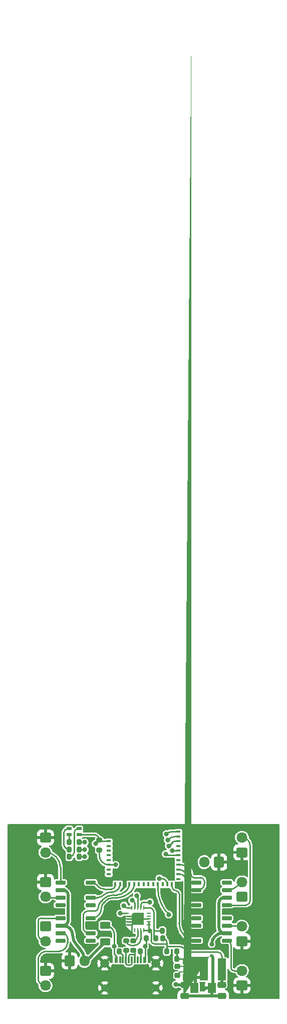
<source format=gbr>
%TF.GenerationSoftware,KiCad,Pcbnew,(6.0.5-0)*%
%TF.CreationDate,2022-05-31T16:46:30+01:00*%
%TF.ProjectId,Relay8,52656c61-7938-42e6-9b69-6361645f7063,1*%
%TF.SameCoordinates,Original*%
%TF.FileFunction,Copper,L1,Top*%
%TF.FilePolarity,Positive*%
%FSLAX46Y46*%
G04 Gerber Fmt 4.6, Leading zero omitted, Abs format (unit mm)*
G04 Created by KiCad (PCBNEW (6.0.5-0)) date 2022-05-31 16:46:30*
%MOMM*%
%LPD*%
G01*
G04 APERTURE LIST*
G04 Aperture macros list*
%AMRoundRect*
0 Rectangle with rounded corners*
0 $1 Rounding radius*
0 $2 $3 $4 $5 $6 $7 $8 $9 X,Y pos of 4 corners*
0 Add a 4 corners polygon primitive as box body*
4,1,4,$2,$3,$4,$5,$6,$7,$8,$9,$2,$3,0*
0 Add four circle primitives for the rounded corners*
1,1,$1+$1,$2,$3*
1,1,$1+$1,$4,$5*
1,1,$1+$1,$6,$7*
1,1,$1+$1,$8,$9*
0 Add four rect primitives between the rounded corners*
20,1,$1+$1,$2,$3,$4,$5,0*
20,1,$1+$1,$4,$5,$6,$7,0*
20,1,$1+$1,$6,$7,$8,$9,0*
20,1,$1+$1,$8,$9,$2,$3,0*%
%AMOutline5P*
0 Free polygon, 5 corners , with rotation*
0 The origin of the aperture is its center*
0 number of corners: always 5*
0 $1 to $10 corner X, Y*
0 $11 Rotation angle, in degrees counterclockwise*
0 create outline with 5 corners*
4,1,5,$1,$2,$3,$4,$5,$6,$7,$8,$9,$10,$1,$2,$11*%
%AMOutline6P*
0 Free polygon, 6 corners , with rotation*
0 The origin of the aperture is its center*
0 number of corners: always 6*
0 $1 to $12 corner X, Y*
0 $13 Rotation angle, in degrees counterclockwise*
0 create outline with 6 corners*
4,1,6,$1,$2,$3,$4,$5,$6,$7,$8,$9,$10,$11,$12,$1,$2,$13*%
%AMOutline7P*
0 Free polygon, 7 corners , with rotation*
0 The origin of the aperture is its center*
0 number of corners: always 7*
0 $1 to $14 corner X, Y*
0 $15 Rotation angle, in degrees counterclockwise*
0 create outline with 7 corners*
4,1,7,$1,$2,$3,$4,$5,$6,$7,$8,$9,$10,$11,$12,$13,$14,$1,$2,$15*%
%AMOutline8P*
0 Free polygon, 8 corners , with rotation*
0 The origin of the aperture is its center*
0 number of corners: always 8*
0 $1 to $16 corner X, Y*
0 $17 Rotation angle, in degrees counterclockwise*
0 create outline with 8 corners*
4,1,8,$1,$2,$3,$4,$5,$6,$7,$8,$9,$10,$11,$12,$13,$14,$15,$16,$1,$2,$17*%
%AMFreePoly0*
4,1,43,1.102950,0.110584,1.224483,0.068057,1.333507,-0.000447,1.424553,-0.091493,1.493057,-0.200517,1.535584,-0.322050,1.550000,-0.450000,1.533253,-0.512500,1.487500,-0.558253,1.425000,-0.575000,1.362500,-0.558253,1.316747,-0.512500,1.300000,-0.450000,1.302546,-0.440498,1.287946,-0.348318,1.241208,-0.256589,1.168411,-0.183792,1.076682,-0.137054,0.984502,-0.122454,0.975000,-0.125000,
-0.975000,-0.125000,-0.984502,-0.122454,-1.076682,-0.137054,-1.168411,-0.183792,-1.241208,-0.256589,-1.287946,-0.348318,-1.302546,-0.440498,-1.300000,-0.450000,-1.316747,-0.512500,-1.362500,-0.558253,-1.425000,-0.575000,-1.487500,-0.558253,-1.533253,-0.512500,-1.550000,-0.450000,-1.535584,-0.322050,-1.493057,-0.200517,-1.424553,-0.091493,-1.333507,-0.000447,-1.224483,0.068057,-1.102950,0.110584,
-0.975000,0.125000,0.975000,0.125000,1.102950,0.110584,1.102950,0.110584,$1*%
%AMFreePoly1*
4,1,24,1.812500,0.558253,1.858253,0.512500,1.875000,0.450000,1.860584,0.322050,1.818057,0.200517,1.749553,0.091493,1.658507,0.000447,1.549483,-0.068057,1.427950,-0.110584,1.300000,-0.125000,-1.300000,-0.125000,-1.300000,0.125000,1.300000,0.125000,1.309502,0.122454,1.401682,0.137054,1.493411,0.183792,1.566208,0.256589,1.612946,0.348318,1.627546,0.440498,1.625000,0.450000,
1.641747,0.512500,1.687500,0.558253,1.750000,0.575000,1.812500,0.558253,1.812500,0.558253,$1*%
%AMFreePoly2*
4,1,37,1.095671,1.230970,1.176777,1.176777,1.230970,1.095671,1.250000,1.000000,1.234645,0.804672,1.188955,0.614144,1.114055,0.433095,1.011784,0.265974,0.884654,0.116888,0.735790,-0.010501,0.568848,-0.113064,0.387930,-0.188280,0.197482,-0.234302,0.002181,-0.249998,-0.093523,-0.231135,-0.174723,-0.177083,-0.229058,-0.096072,-0.248255,-0.000434,-0.229392,0.095270,-0.175340,0.176470,
-0.094329,0.230805,0.001309,0.250002,0.013523,0.247595,0.148154,0.261077,0.289312,0.304116,0.419377,0.373837,0.533361,0.467569,0.626893,0.581716,0.696388,0.711902,0.739180,0.853136,0.752428,0.987793,0.750000,1.000000,0.769030,1.095671,0.823223,1.176777,0.904329,1.230970,1.000000,1.250000,1.095671,1.230970,1.095671,1.230970,$1*%
%AMFreePoly3*
4,1,72,4.686553,7.086501,4.817859,7.046669,4.938871,6.981987,5.044939,6.894939,5.131987,6.788871,5.196669,6.667859,5.236501,6.536553,5.249950,6.400000,5.249950,1.600000,5.230924,1.504348,5.176741,1.423259,5.112450,1.380300,5.112450,0.249950,6.600000,0.249950,6.695652,0.230924,6.776741,0.176741,6.830924,0.095652,6.849950,0.000000,6.830924,-0.095652,6.776741,-0.176741,
6.695652,-0.230924,6.600000,-0.249950,0.000000,-0.249950,-0.095652,-0.230924,-0.176741,-0.176741,-0.230924,-0.095652,-0.249950,0.000000,-0.230924,0.095652,-0.176741,0.176741,-0.095652,0.230924,0.000000,0.249950,4.612550,0.249950,4.612550,1.600000,4.631576,1.695652,4.685759,1.776741,4.750050,1.819700,4.750050,6.400000,4.751438,6.406980,4.742631,6.462590,4.713862,6.519052,
4.669052,6.563862,4.612590,6.592631,4.556980,6.601438,4.550000,6.600050,1.550000,6.600050,1.543020,6.601438,1.487410,6.592631,1.430948,6.563862,1.386138,6.519052,1.357369,6.462590,1.348562,6.406980,1.349950,6.400000,1.349950,5.900000,1.330924,5.804348,1.276741,5.723259,1.195652,5.669076,1.100000,5.650050,1.004348,5.669076,0.923259,5.723259,0.869076,5.804348,
0.850050,5.900000,0.850050,6.400000,0.863499,6.536553,0.903331,6.667859,0.968013,6.788871,1.055061,6.894939,1.161129,6.981987,1.282141,7.046669,1.413447,7.086501,1.550000,7.099950,4.550000,7.099950,4.686553,7.086501,4.686553,7.086501,$1*%
G04 Aperture macros list end*
%TA.AperFunction,ComponentPad*%
%ADD10RoundRect,0.250000X-0.675000X0.600000X-0.675000X-0.600000X0.675000X-0.600000X0.675000X0.600000X0*%
%TD*%
%TA.AperFunction,ComponentPad*%
%ADD11O,1.850000X1.700000*%
%TD*%
%TA.AperFunction,SMDPad,CuDef*%
%ADD12R,0.800000X0.400000*%
%TD*%
%TA.AperFunction,SMDPad,CuDef*%
%ADD13R,0.400000X0.800000*%
%TD*%
%TA.AperFunction,SMDPad,CuDef*%
%ADD14R,1.450000X1.450000*%
%TD*%
%TA.AperFunction,SMDPad,CuDef*%
%ADD15Outline5P,-0.725000X0.130500X-0.130500X0.725000X0.725000X0.725000X0.725000X-0.725000X-0.725000X-0.725000X0.000000*%
%TD*%
%TA.AperFunction,SMDPad,CuDef*%
%ADD16R,0.700000X0.700000*%
%TD*%
%TA.AperFunction,SMDPad,CuDef*%
%ADD17RoundRect,0.062500X-0.287500X-0.062500X0.287500X-0.062500X0.287500X0.062500X-0.287500X0.062500X0*%
%TD*%
%TA.AperFunction,SMDPad,CuDef*%
%ADD18RoundRect,0.062500X-0.062500X-0.287500X0.062500X-0.287500X0.062500X0.287500X-0.062500X0.287500X0*%
%TD*%
%TA.AperFunction,SMDPad,CuDef*%
%ADD19Outline5P,-1.000000X0.750000X-0.750000X1.000000X1.000000X1.000000X1.000000X-1.000000X-1.000000X-1.000000X0.000000*%
%TD*%
%TA.AperFunction,SMDPad,CuDef*%
%ADD20RoundRect,0.200000X-0.200000X-0.275000X0.200000X-0.275000X0.200000X0.275000X-0.200000X0.275000X0*%
%TD*%
%TA.AperFunction,SMDPad,CuDef*%
%ADD21RoundRect,0.200000X0.200000X0.275000X-0.200000X0.275000X-0.200000X-0.275000X0.200000X-0.275000X0*%
%TD*%
%TA.AperFunction,SMDPad,CuDef*%
%ADD22RoundRect,0.150000X-0.725000X-0.150000X0.725000X-0.150000X0.725000X0.150000X-0.725000X0.150000X0*%
%TD*%
%TA.AperFunction,SMDPad,CuDef*%
%ADD23R,0.600000X1.140000*%
%TD*%
%TA.AperFunction,SMDPad,CuDef*%
%ADD24RoundRect,0.075000X-0.075000X-0.495000X0.075000X-0.495000X0.075000X0.495000X-0.075000X0.495000X0*%
%TD*%
%TA.AperFunction,ComponentPad*%
%ADD25C,0.670000*%
%TD*%
%TA.AperFunction,SMDPad,CuDef*%
%ADD26R,7.500000X5.250000*%
%TD*%
%TA.AperFunction,ComponentPad*%
%ADD27C,1.500000*%
%TD*%
%TA.AperFunction,ComponentPad*%
%ADD28C,1.250000*%
%TD*%
%TA.AperFunction,SMDPad,CuDef*%
%ADD29RoundRect,0.150000X0.725000X0.150000X-0.725000X0.150000X-0.725000X-0.150000X0.725000X-0.150000X0*%
%TD*%
%TA.AperFunction,ComponentPad*%
%ADD30RoundRect,0.250000X0.675000X-0.600000X0.675000X0.600000X-0.675000X0.600000X-0.675000X-0.600000X0*%
%TD*%
%TA.AperFunction,SMDPad,CuDef*%
%ADD31RoundRect,0.250000X0.625000X-0.375000X0.625000X0.375000X-0.625000X0.375000X-0.625000X-0.375000X0*%
%TD*%
%TA.AperFunction,SMDPad,CuDef*%
%ADD32RoundRect,0.225000X0.250000X-0.225000X0.250000X0.225000X-0.250000X0.225000X-0.250000X-0.225000X0*%
%TD*%
%TA.AperFunction,SMDPad,CuDef*%
%ADD33R,2.000000X0.500000*%
%TD*%
%TA.AperFunction,SMDPad,CuDef*%
%ADD34R,0.500000X2.000000*%
%TD*%
%TA.AperFunction,SMDPad,CuDef*%
%ADD35R,0.600000X1.100000*%
%TD*%
%TA.AperFunction,SMDPad,CuDef*%
%ADD36R,1.425000X3.700000*%
%TD*%
%TA.AperFunction,SMDPad,CuDef*%
%ADD37FreePoly0,0.000000*%
%TD*%
%TA.AperFunction,SMDPad,CuDef*%
%ADD38RoundRect,0.249375X-0.463125X-0.625625X0.463125X-0.625625X0.463125X0.625625X-0.463125X0.625625X0*%
%TD*%
%TA.AperFunction,SMDPad,CuDef*%
%ADD39FreePoly1,0.000000*%
%TD*%
%TA.AperFunction,SMDPad,CuDef*%
%ADD40RoundRect,0.250000X-0.475000X0.250000X-0.475000X-0.250000X0.475000X-0.250000X0.475000X0.250000X0*%
%TD*%
%TA.AperFunction,SMDPad,CuDef*%
%ADD41FreePoly2,0.000000*%
%TD*%
%TA.AperFunction,SMDPad,CuDef*%
%ADD42FreePoly3,0.000000*%
%TD*%
%TA.AperFunction,SMDPad,CuDef*%
%ADD43R,0.500000X4.000000*%
%TD*%
%TA.AperFunction,ComponentPad*%
%ADD44RoundRect,0.250000X0.600000X0.675000X-0.600000X0.675000X-0.600000X-0.675000X0.600000X-0.675000X0*%
%TD*%
%TA.AperFunction,ComponentPad*%
%ADD45O,1.700000X1.850000*%
%TD*%
%TA.AperFunction,ComponentPad*%
%ADD46RoundRect,0.250000X-0.600000X-0.675000X0.600000X-0.675000X0.600000X0.675000X-0.600000X0.675000X0*%
%TD*%
%TA.AperFunction,SMDPad,CuDef*%
%ADD47RoundRect,0.200000X0.275000X-0.200000X0.275000X0.200000X-0.275000X0.200000X-0.275000X-0.200000X0*%
%TD*%
%TA.AperFunction,SMDPad,CuDef*%
%ADD48RoundRect,0.200000X-0.275000X0.200000X-0.275000X-0.200000X0.275000X-0.200000X0.275000X0.200000X0*%
%TD*%
%TA.AperFunction,SMDPad,CuDef*%
%ADD49R,0.850000X0.500000*%
%TD*%
%TA.AperFunction,ViaPad*%
%ADD50C,0.800000*%
%TD*%
%TA.AperFunction,Conductor*%
%ADD51C,0.250000*%
%TD*%
%TA.AperFunction,Conductor*%
%ADD52C,0.500000*%
%TD*%
G04 APERTURE END LIST*
D10*
%TO.P,J4,1,Pin_1*%
%TO.N,GND*%
X88150000Y-40500000D03*
D11*
%TO.P,J4,2,Pin_2*%
%TO.N,O2*%
X88150000Y-43000000D03*
%TD*%
D12*
%TO.P,U1,1,GND*%
%TO.N,GND*%
X98850000Y-32000000D03*
%TO.P,U1,2,GND*%
X98850000Y-32800000D03*
%TO.P,U1,3,3V3*%
%TO.N,+3V3*%
X98850000Y-33600000D03*
%TO.P,U1,4,I36*%
%TO.N,unconnected-(U1-Pad4)*%
X98850000Y-34400000D03*
%TO.P,U1,5,I37*%
%TO.N,unconnected-(U1-Pad5)*%
X98850000Y-35200000D03*
%TO.P,U1,6,I38*%
%TO.N,unconnected-(U1-Pad6)*%
X98850000Y-36000000D03*
%TO.P,U1,7,I39*%
%TO.N,unconnected-(U1-Pad7)*%
X98850000Y-36800000D03*
%TO.P,U1,8,EN*%
%TO.N,EN*%
X98850000Y-37600000D03*
%TO.P,U1,9,I34*%
%TO.N,unconnected-(U1-Pad9)*%
X98850000Y-38400000D03*
%TO.P,U1,10,I35*%
%TO.N,unconnected-(U1-Pad10)*%
X98850000Y-39200000D03*
%TO.P,U1,11,GND*%
%TO.N,GND*%
X98850000Y-40000000D03*
D13*
%TO.P,U1,12,IO32*%
%TO.N,OUT1*%
X99950000Y-40900000D03*
%TO.P,U1,13,IO33*%
%TO.N,OUT2*%
X100750000Y-40900000D03*
%TO.P,U1,14,GND*%
%TO.N,GND*%
X101550000Y-40900000D03*
%TO.P,U1,15,IO25*%
%TO.N,OUT4*%
X102350000Y-40900000D03*
%TO.P,U1,16,IO26*%
%TO.N,OUT3*%
X103150000Y-40900000D03*
%TO.P,U1,17,IO27*%
%TO.N,unconnected-(U1-Pad17)*%
X103950000Y-40900000D03*
%TO.P,U1,18,IO14*%
%TO.N,unconnected-(U1-Pad18)*%
X104750000Y-40900000D03*
%TO.P,U1,19,IO12*%
%TO.N,unconnected-(U1-Pad19)*%
X105550000Y-40900000D03*
%TO.P,U1,20,IO13*%
%TO.N,unconnected-(U1-Pad20)*%
X106350000Y-40900000D03*
%TO.P,U1,21,IO15*%
%TO.N,I1*%
X107150000Y-40900000D03*
%TO.P,U1,22,IO2*%
%TO.N,unconnected-(U1-Pad22)*%
X107950000Y-40900000D03*
%TO.P,U1,23,IO0*%
%TO.N,BOOT*%
X108750000Y-40900000D03*
%TO.P,U1,24,IO4*%
%TO.N,OUT5*%
X109550000Y-40900000D03*
D12*
%TO.P,U1,25,NC*%
%TO.N,unconnected-(U1-Pad25)*%
X110650000Y-40000000D03*
%TO.P,U1,26,IO20*%
%TO.N,OUT6*%
X110650000Y-39200000D03*
%TO.P,U1,27,IO7*%
%TO.N,OUT8*%
X110650000Y-38400000D03*
%TO.P,U1,28,IO8*%
%TO.N,OUT7*%
X110650000Y-37600000D03*
%TO.P,U1,29,IO5*%
%TO.N,unconnected-(U1-Pad29)*%
X110650000Y-36800000D03*
%TO.P,U1,30,RXD0*%
%TO.N,I*%
X110650000Y-36000000D03*
%TO.P,U1,31,TXD0*%
%TO.N,O*%
X110650000Y-35200000D03*
%TO.P,U1,32,NC*%
%TO.N,unconnected-(U1-Pad32)*%
X110650000Y-34400000D03*
%TO.P,U1,33,IO19*%
%TO.N,G*%
X110650000Y-33600000D03*
%TO.P,U1,34,IO22*%
%TO.N,R*%
X110650000Y-32800000D03*
%TO.P,U1,35,IO21*%
%TO.N,B*%
X110650000Y-32000000D03*
D13*
%TO.P,U1,36,GND*%
%TO.N,GND*%
X109550000Y-31100000D03*
%TO.P,U1,37,GND*%
X108750000Y-31100000D03*
%TO.P,U1,38,GND*%
X107950000Y-31100000D03*
%TO.P,U1,39,GND*%
X107150000Y-31100000D03*
%TO.P,U1,40,GND*%
X106350000Y-31100000D03*
%TO.P,U1,41,GND*%
X105550000Y-31100000D03*
%TO.P,U1,42,GND*%
X104750000Y-31100000D03*
%TO.P,U1,43,GND*%
X103950000Y-31100000D03*
%TO.P,U1,44,GND*%
X103150000Y-31100000D03*
%TO.P,U1,45,GND*%
X102350000Y-31100000D03*
%TO.P,U1,46,GND*%
X101550000Y-31100000D03*
%TO.P,U1,47,GND*%
X100750000Y-31100000D03*
%TO.P,U1,48,GND*%
X99950000Y-31100000D03*
D14*
%TO.P,U1,49,GND*%
X104750000Y-36000000D03*
X106725000Y-34025000D03*
X102775000Y-36000000D03*
X102775000Y-37975000D03*
X104750000Y-37975000D03*
X106725000Y-36000000D03*
D15*
X102775000Y-34025000D03*
D14*
X106725000Y-37975000D03*
X104750000Y-34025000D03*
D16*
%TO.P,U1,50,GND*%
X110700000Y-31050000D03*
%TO.P,U1,51,GND*%
X110700000Y-40950000D03*
%TO.P,U1,52,GND*%
X98800000Y-40950000D03*
%TO.P,U1,53,GND*%
X98800000Y-31050000D03*
%TD*%
D17*
%TO.P,U2,1,RXD*%
%TO.N,O*%
X101850000Y-45750000D03*
%TO.P,U2,2,~{RI}*%
%TO.N,GND*%
X101850000Y-46250000D03*
%TO.P,U2,3,GND*%
X101850000Y-46750000D03*
%TO.P,U2,4,~{DSR}*%
X101850000Y-47250000D03*
%TO.P,U2,5,~{DCD}*%
X101850000Y-47750000D03*
D18*
%TO.P,U2,6,~{CTS}*%
X102750000Y-48650000D03*
%TO.P,U2,7,CBUS2*%
%TO.N,unconnected-(U2-Pad7)*%
X103250000Y-48650000D03*
%TO.P,U2,8,USBDP*%
%TO.N,D+*%
X103750000Y-48650000D03*
%TO.P,U2,9,USBDM*%
%TO.N,D-*%
X104250000Y-48650000D03*
%TO.P,U2,10,3V3OUT*%
%TO.N,+3V3*%
X104750000Y-48650000D03*
D17*
%TO.P,U2,11,~{RESET}*%
X105650000Y-47750000D03*
%TO.P,U2,12,VCC*%
X105650000Y-47250000D03*
%TO.P,U2,13,GND*%
%TO.N,GND*%
X105650000Y-46750000D03*
%TO.P,U2,14,CBUS1*%
%TO.N,unconnected-(U2-Pad14)*%
X105650000Y-46250000D03*
%TO.P,U2,15,CBUS0*%
%TO.N,unconnected-(U2-Pad15)*%
X105650000Y-45750000D03*
D18*
%TO.P,U2,16,CBUS3*%
%TO.N,Net-(R2-Pad2)*%
X104750000Y-44850000D03*
%TO.P,U2,17,TXD*%
%TO.N,I*%
X104250000Y-44850000D03*
%TO.P,U2,18,~{DTR}*%
%TO.N,BOOT*%
X103750000Y-44850000D03*
%TO.P,U2,19,~{RTS}*%
%TO.N,EN*%
X103250000Y-44850000D03*
%TO.P,U2,20,VCCIO*%
%TO.N,+3V3*%
X102750000Y-44850000D03*
D19*
%TO.P,U2,21,GND*%
%TO.N,GND*%
X103750000Y-46750000D03*
%TD*%
D20*
%TO.P,C1,1*%
%TO.N,+3V3*%
X107975000Y-50000000D03*
%TO.P,C1,2*%
%TO.N,GND*%
X109525000Y-50000000D03*
%TD*%
D21*
%TO.P,R5,1*%
%TO.N,GND*%
X105825000Y-52250000D03*
%TO.P,R5,2*%
%TO.N,Net-(J1-PadB5)*%
X104175000Y-52250000D03*
%TD*%
D22*
%TO.P,U6,1,NC*%
%TO.N,unconnected-(U6-Pad1)*%
X113675000Y-40595000D03*
%TO.P,U6,2,IN_A*%
%TO.N,OUT7*%
X113675000Y-41865000D03*
%TO.P,U6,3,GND*%
%TO.N,GND*%
X113675000Y-43135000D03*
%TO.P,U6,4,IN_B*%
%TO.N,OUT8*%
X113675000Y-44405000D03*
%TO.P,U6,5,OUT_B*%
%TO.N,O8*%
X118825000Y-44405000D03*
%TO.P,U6,6,V+*%
%TO.N,+12V*%
X118825000Y-43135000D03*
%TO.P,U6,7,OUT_A*%
%TO.N,O7*%
X118825000Y-41865000D03*
%TO.P,U6,8,NC*%
%TO.N,unconnected-(U6-Pad8)*%
X118825000Y-40595000D03*
%TD*%
D20*
%TO.P,R12,1*%
%TO.N,GND*%
X108675000Y-53500000D03*
%TO.P,R12,2*%
%TO.N,Net-(R11-Pad2)*%
X110325000Y-53500000D03*
%TD*%
D23*
%TO.P,J1,A1,GND*%
%TO.N,GND*%
X99300000Y-53640000D03*
%TO.P,J1,A4,VBUS*%
%TO.N,VBUS*%
X100100000Y-53640000D03*
D24*
%TO.P,J1,A5,CC1*%
%TO.N,Net-(J1-PadA5)*%
X101250000Y-53640000D03*
%TO.P,J1,A6,D+*%
%TO.N,Net-(J1-PadA6)*%
X102250000Y-53640000D03*
%TO.P,J1,A7,D-*%
%TO.N,Net-(J1-PadA7)*%
X102750000Y-53640000D03*
%TO.P,J1,A8,SBU1*%
%TO.N,unconnected-(J1-PadA8)*%
X103750000Y-53640000D03*
D23*
%TO.P,J1,A9,VBUS*%
%TO.N,VBUS*%
X104900000Y-53640000D03*
%TO.P,J1,A12,GND*%
%TO.N,GND*%
X105700000Y-53640000D03*
%TO.P,J1,B1,GND*%
X105700000Y-53640000D03*
%TO.P,J1,B4,VBUS*%
%TO.N,VBUS*%
X104900000Y-53640000D03*
D24*
%TO.P,J1,B5,CC2*%
%TO.N,Net-(J1-PadB5)*%
X104250000Y-53640000D03*
%TO.P,J1,B6,D+*%
%TO.N,Net-(J1-PadA6)*%
X103250000Y-53640000D03*
%TO.P,J1,B7,D-*%
%TO.N,Net-(J1-PadA7)*%
X101750000Y-53640000D03*
%TO.P,J1,B8,SBU2*%
%TO.N,unconnected-(J1-PadB8)*%
X100750000Y-53640000D03*
D23*
%TO.P,J1,B9,VBUS*%
%TO.N,VBUS*%
X100100000Y-53640000D03*
%TO.P,J1,B12,GND*%
%TO.N,GND*%
X99300000Y-53640000D03*
D25*
%TO.P,J1,S1,SHIELD*%
X105390000Y-54710000D03*
D26*
X102500000Y-57625000D03*
D27*
X106820000Y-54220000D03*
D25*
X99610000Y-54710000D03*
D28*
X98180000Y-58390000D03*
D27*
X98180000Y-54220000D03*
D28*
X106820000Y-58390000D03*
%TD*%
D10*
%TO.P,J3,1,Pin_1*%
%TO.N,GND*%
X88150000Y-33000000D03*
D11*
%TO.P,J3,2,Pin_2*%
%TO.N,O1*%
X88150000Y-35500000D03*
%TD*%
D20*
%TO.P,R11,1*%
%TO.N,+3V3*%
X108675000Y-52250000D03*
%TO.P,R11,2*%
%TO.N,Net-(R11-Pad2)*%
X110325000Y-52250000D03*
%TD*%
%TO.P,R2,1*%
%TO.N,VBUS*%
X105175000Y-50000000D03*
%TO.P,R2,2*%
%TO.N,Net-(R2-Pad2)*%
X106825000Y-50000000D03*
%TD*%
D29*
%TO.P,U5,1,NC*%
%TO.N,unconnected-(U5-Pad1)*%
X95825000Y-50405000D03*
%TO.P,U5,2,IN_A*%
%TO.N,OUT4*%
X95825000Y-49135000D03*
%TO.P,U5,3,GND*%
%TO.N,GND*%
X95825000Y-47865000D03*
%TO.P,U5,4,IN_B*%
%TO.N,OUT3*%
X95825000Y-46595000D03*
%TO.P,U5,5,OUT_B*%
%TO.N,O3*%
X90675000Y-46595000D03*
%TO.P,U5,6,V+*%
%TO.N,+12V*%
X90675000Y-47865000D03*
%TO.P,U5,7,OUT_A*%
%TO.N,O4*%
X90675000Y-49135000D03*
%TO.P,U5,8,NC*%
%TO.N,unconnected-(U5-Pad8)*%
X90675000Y-50405000D03*
%TD*%
D30*
%TO.P,J10,1,Pin_1*%
%TO.N,GND*%
X121350000Y-35500000D03*
D11*
%TO.P,J10,2,Pin_2*%
%TO.N,O8*%
X121350000Y-33000000D03*
%TD*%
D31*
%TO.P,D2,1,K*%
%TO.N,+12V*%
X98250000Y-50650000D03*
%TO.P,D2,2,A*%
%TO.N,VBUS*%
X98250000Y-47850000D03*
%TD*%
D32*
%TO.P,U7,*%
%TO.N,*%
X110450000Y-54725000D03*
D33*
X114450000Y-56600000D03*
D34*
X113500000Y-57550000D03*
D35*
X113500000Y-53900000D03*
D36*
X114950000Y-55300000D03*
D32*
X110450000Y-56275000D03*
D37*
X112075000Y-55700000D03*
D38*
X113347500Y-58420000D03*
D39*
X111750000Y-54800000D03*
D35*
X113500000Y-56600000D03*
%TO.P,U7,1,SHDN*%
%TO.N,+12V*%
X111600000Y-56600000D03*
D40*
%TO.P,U7,2,VIN*%
X111700000Y-57850000D03*
D41*
X111490000Y-57800000D03*
D35*
X112550000Y-56600000D03*
%TO.P,U7,3,GND*%
%TO.N,GND*%
X112550000Y-53900000D03*
D42*
X111450000Y-59750000D03*
D40*
X111700000Y-59750000D03*
X117950000Y-59750000D03*
D38*
X116312500Y-58420000D03*
D36*
%TO.P,U7,4,VOUT*%
%TO.N,+3V3*%
X117950000Y-55300000D03*
D40*
X117950000Y-57850000D03*
D43*
X117950000Y-56050000D03*
D35*
%TO.P,U7,5,FB*%
%TO.N,Net-(R11-Pad2)*%
X111600000Y-53900000D03*
%TD*%
D20*
%TO.P,R3,1*%
%TO.N,Net-(R2-Pad2)*%
X107925000Y-48750000D03*
%TO.P,R3,2*%
%TO.N,GND*%
X109575000Y-48750000D03*
%TD*%
D44*
%TO.P,J11,1,Pin_1*%
%TO.N,GND*%
X117500000Y-37150000D03*
D45*
%TO.P,J11,2,Pin_2*%
%TO.N,I1*%
X115000000Y-37150000D03*
%TD*%
D46*
%TO.P,J2,1,GND*%
%TO.N,GND*%
X92250000Y-53850000D03*
D45*
%TO.P,J2,2,DC*%
%TO.N,+12V*%
X94750000Y-53850000D03*
%TD*%
D20*
%TO.P,R9,1*%
%TO.N,Net-(D1-Pad3)*%
X92175000Y-35000000D03*
%TO.P,R9,2*%
%TO.N,G*%
X93825000Y-35000000D03*
%TD*%
D10*
%TO.P,J6,1,Pin_1*%
%TO.N,GND*%
X88150000Y-55500000D03*
D11*
%TO.P,J6,2,Pin_2*%
%TO.N,O4*%
X88150000Y-58000000D03*
%TD*%
D30*
%TO.P,J7,1,Pin_1*%
%TO.N,GND*%
X121350000Y-58000000D03*
D11*
%TO.P,J7,2,Pin_2*%
%TO.N,O5*%
X121350000Y-55500000D03*
%TD*%
D22*
%TO.P,U4,1,NC*%
%TO.N,unconnected-(U4-Pad1)*%
X113675000Y-46595000D03*
%TO.P,U4,2,IN_A*%
%TO.N,OUT6*%
X113675000Y-47865000D03*
%TO.P,U4,3,GND*%
%TO.N,GND*%
X113675000Y-49135000D03*
%TO.P,U4,4,IN_B*%
%TO.N,OUT5*%
X113675000Y-50405000D03*
%TO.P,U4,5,OUT_B*%
%TO.N,O5*%
X118825000Y-50405000D03*
%TO.P,U4,6,V+*%
%TO.N,+12V*%
X118825000Y-49135000D03*
%TO.P,U4,7,OUT_A*%
%TO.N,O6*%
X118825000Y-47865000D03*
%TO.P,U4,8,NC*%
%TO.N,unconnected-(U4-Pad8)*%
X118825000Y-46595000D03*
%TD*%
D30*
%TO.P,J9,1,Pin_1*%
%TO.N,GND*%
X121350000Y-43000000D03*
D11*
%TO.P,J9,2,Pin_2*%
%TO.N,O7*%
X121350000Y-40500000D03*
%TD*%
D30*
%TO.P,J8,1,Pin_1*%
%TO.N,GND*%
X121350000Y-50500000D03*
D11*
%TO.P,J8,2,Pin_2*%
%TO.N,O6*%
X121350000Y-48000000D03*
%TD*%
D20*
%TO.P,R8,1*%
%TO.N,Net-(D1-Pad2)*%
X92175000Y-33750000D03*
%TO.P,R8,2*%
%TO.N,R*%
X93825000Y-33750000D03*
%TD*%
D47*
%TO.P,R6,1*%
%TO.N,Net-(J1-PadA7)*%
X101800000Y-52075000D03*
%TO.P,R6,2*%
%TO.N,D-*%
X101800000Y-50425000D03*
%TD*%
%TO.P,R1,1*%
%TO.N,EN*%
X97250000Y-35075000D03*
%TO.P,R1,2*%
%TO.N,+3V3*%
X97250000Y-33425000D03*
%TD*%
D48*
%TO.P,R7,1*%
%TO.N,D+*%
X103000000Y-50425000D03*
%TO.P,R7,2*%
%TO.N,Net-(J1-PadA6)*%
X103000000Y-52075000D03*
%TD*%
D49*
%TO.P,D1,1,A*%
%TO.N,+3V3*%
X93875000Y-32500000D03*
%TO.P,D1,2,RK*%
%TO.N,Net-(D1-Pad2)*%
X92125000Y-32500000D03*
%TO.P,D1,3,GK*%
%TO.N,Net-(D1-Pad3)*%
X92125000Y-31500000D03*
%TO.P,D1,4,BK*%
%TO.N,Net-(D1-Pad4)*%
X93875000Y-31500000D03*
%TD*%
D10*
%TO.P,J5,1,Pin_1*%
%TO.N,GND*%
X88150000Y-48000000D03*
D11*
%TO.P,J5,2,Pin_2*%
%TO.N,O3*%
X88150000Y-50500000D03*
%TD*%
D21*
%TO.P,R4,1*%
%TO.N,Net-(J1-PadA5)*%
X100625000Y-52250000D03*
%TO.P,R4,2*%
%TO.N,GND*%
X98975000Y-52250000D03*
%TD*%
D20*
%TO.P,R10,1*%
%TO.N,Net-(D1-Pad4)*%
X92175000Y-36250000D03*
%TO.P,R10,2*%
%TO.N,B*%
X93825000Y-36250000D03*
%TD*%
D29*
%TO.P,U3,1,NC*%
%TO.N,unconnected-(U3-Pad1)*%
X95825000Y-44405000D03*
%TO.P,U3,2,IN_A*%
%TO.N,OUT2*%
X95825000Y-43135000D03*
%TO.P,U3,3,GND*%
%TO.N,GND*%
X95825000Y-41865000D03*
%TO.P,U3,4,IN_B*%
%TO.N,OUT1*%
X95825000Y-40595000D03*
%TO.P,U3,5,OUT_B*%
%TO.N,O1*%
X90675000Y-40595000D03*
%TO.P,U3,6,V+*%
%TO.N,+12V*%
X90675000Y-41865000D03*
%TO.P,U3,7,OUT_A*%
%TO.N,O2*%
X90675000Y-43135000D03*
%TO.P,U3,8,NC*%
%TO.N,unconnected-(U3-Pad8)*%
X90675000Y-44405000D03*
%TD*%
D50*
%TO.N,GND*%
X115000000Y-58500000D03*
X108000000Y-34000000D03*
X98300000Y-45700000D03*
X103750000Y-46750000D03*
%TO.N,+3V3*%
X105750000Y-48750000D03*
X96620205Y-34013915D03*
X101412911Y-44474500D03*
%TO.N,VBUS*%
X105000000Y-51400000D03*
X99800000Y-51400000D03*
%TO.N,+12V*%
X110200000Y-57800000D03*
X116250000Y-51000000D03*
%TO.N,O*%
X109600000Y-35200000D03*
X100800000Y-45800000D03*
%TO.N,I*%
X105800000Y-43900000D03*
X108475500Y-35772305D03*
%TO.N,EN*%
X100000000Y-37600000D03*
X102800000Y-43600000D03*
%TO.N,BOOT*%
X103600000Y-42800000D03*
X107409653Y-39903473D03*
%TO.N,G*%
X109000000Y-34400000D03*
X94800000Y-35000000D03*
%TO.N,B*%
X108600000Y-32400000D03*
X94800000Y-36200000D03*
%TO.N,R*%
X94800000Y-33800000D03*
X108800000Y-33400000D03*
%TO.N,I1*%
X109000000Y-46000000D03*
%TD*%
D51*
%TO.N,GND*%
X101850000Y-47750000D02*
X102750000Y-47750000D01*
X105650000Y-46750000D02*
X103750000Y-46750000D01*
X101850000Y-47250000D02*
X103250000Y-47250000D01*
X98300000Y-45700000D02*
X96354203Y-47645797D01*
X102750000Y-48650000D02*
X102750000Y-47750000D01*
D52*
X116312500Y-58420000D02*
X115080000Y-58420000D01*
D51*
X101850000Y-46250000D02*
X103250000Y-46250000D01*
X101850000Y-46750000D02*
X103750000Y-46750000D01*
X103250000Y-46250000D02*
X103750000Y-46750000D01*
X102750000Y-47750000D02*
X103750000Y-46750000D01*
D52*
X115000000Y-58500000D02*
G75*
G02*
X115080000Y-58420000I80000J0D01*
G01*
D51*
X95825000Y-47865001D02*
G75*
G03*
X96354202Y-47645796I0J748401D01*
G01*
%TO.N,+3V3*%
X102750000Y-44850000D02*
X101850000Y-44850000D01*
X108675000Y-50700000D02*
X108675000Y-50925000D01*
X106583217Y-50975000D02*
X108625000Y-50975000D01*
X117200000Y-52300000D02*
X112624264Y-52300000D01*
X101431962Y-44573157D02*
X101431962Y-44493551D01*
X97209120Y-33425000D02*
X96620205Y-34013915D01*
X105650000Y-47250000D02*
X105650000Y-47750000D01*
X105650000Y-47750000D02*
X105650000Y-48650000D01*
X98850000Y-33600000D02*
X97425000Y-33600000D01*
X93875000Y-32500000D02*
X96325000Y-32500000D01*
X118000000Y-55250000D02*
X118000000Y-53100000D01*
X104750000Y-48650000D02*
X105650000Y-48650000D01*
X101431962Y-44493551D02*
X101412911Y-44474500D01*
X108675000Y-51325000D02*
X108675000Y-52250000D01*
X108675000Y-50925000D02*
X108675000Y-51325000D01*
X97250000Y-33425000D02*
X97209120Y-33425000D01*
X111900000Y-52000000D02*
X111700000Y-51800000D01*
X106000000Y-49000000D02*
X106000000Y-50391783D01*
X108750000Y-51400000D02*
X110734315Y-51400000D01*
X101431972Y-44573153D02*
G75*
G03*
X101850000Y-44849999I420328J180653D01*
G01*
X108675000Y-50925000D02*
G75*
G02*
X108625000Y-50975000I-50000J0D01*
G01*
X106583217Y-50975000D02*
G75*
G02*
X106000000Y-50391783I-17J583200D01*
G01*
X108675000Y-51325000D02*
G75*
G03*
X108750000Y-51400000I75000J0D01*
G01*
X105750000Y-48750000D02*
G75*
G02*
X105650000Y-48650000I0J100000D01*
G01*
X108675000Y-50700000D02*
G75*
G03*
X107975000Y-50000000I-700000J0D01*
G01*
X118000000Y-55250000D02*
G75*
G02*
X117950000Y-55300000I-50000J0D01*
G01*
X117200000Y-52300000D02*
G75*
G02*
X118000000Y-53100000I0J-800000D01*
G01*
X106000000Y-49000000D02*
G75*
G03*
X105750000Y-48750000I-250000J0D01*
G01*
X97250000Y-33425000D02*
G75*
G03*
X97425000Y-33600000I175000J0D01*
G01*
X97250000Y-33425000D02*
G75*
G03*
X96325000Y-32500000I-925000J0D01*
G01*
X110734315Y-51399994D02*
G75*
G02*
X111700000Y-51800000I-15J-1365706D01*
G01*
X111900011Y-51999989D02*
G75*
G03*
X112624264Y-52300000I724289J724289D01*
G01*
%TO.N,VBUS*%
X99800000Y-49400000D02*
X99800000Y-51400000D01*
X99800000Y-52641783D02*
X99800000Y-51400000D01*
X105000000Y-51400000D02*
X105000000Y-53540000D01*
X105175000Y-50000000D02*
X105175000Y-51225000D01*
X100100000Y-53640000D02*
X100100000Y-52941783D01*
X100100000Y-52941783D02*
X99800000Y-52641783D01*
X105000000Y-53540000D02*
X104900000Y-53640000D01*
X99800000Y-49400000D02*
G75*
G03*
X98250000Y-47850000I-1550000J0D01*
G01*
X105000000Y-51400000D02*
G75*
G03*
X105175000Y-51225000I0J175000D01*
G01*
D52*
%TO.N,+12V*%
X93750000Y-51500000D02*
X93795405Y-51545405D01*
X117500000Y-44007151D02*
X117500000Y-48262849D01*
X91127849Y-41865000D02*
X90675000Y-41865000D01*
X93466192Y-51216193D02*
X93750000Y-51500000D01*
X111700000Y-57850000D02*
X110320710Y-57850000D01*
X118825000Y-43135000D02*
X118372151Y-43135000D01*
X118372151Y-49135000D02*
X118825000Y-49135000D01*
X118825000Y-49135000D02*
X118115000Y-49135000D01*
X90675000Y-47865000D02*
X91127849Y-47865000D01*
D51*
X111600000Y-56600000D02*
X112550000Y-56600000D01*
D52*
X92000000Y-46992849D02*
X92000000Y-42737151D01*
X98250000Y-50650000D02*
X95262132Y-53637868D01*
X118372151Y-49135000D02*
G75*
G02*
X117500000Y-48262849I49J872200D01*
G01*
X116250000Y-51000000D02*
G75*
G02*
X118115000Y-49135000I1865000J0D01*
G01*
X93466175Y-51216210D02*
G75*
G02*
X92750000Y-49487151I1729025J1729010D01*
G01*
X91127849Y-41865000D02*
G75*
G02*
X92000000Y-42737151I-49J-872200D01*
G01*
X92750000Y-49487151D02*
G75*
G03*
X91127849Y-47865000I-1622200J-49D01*
G01*
X92000000Y-46992849D02*
G75*
G02*
X91127849Y-47865000I-872200J49D01*
G01*
X94750000Y-53849989D02*
G75*
G03*
X95262132Y-53637868I0J724289D01*
G01*
X110199997Y-57800003D02*
G75*
G03*
X110320710Y-57850000I120703J120703D01*
G01*
X94749996Y-53850000D02*
G75*
G03*
X93795405Y-51545405I-3259196J0D01*
G01*
X117500000Y-44007151D02*
G75*
G02*
X118372151Y-43135000I872200J-49D01*
G01*
D51*
%TO.N,Net-(J1-PadA5)*%
X101250000Y-52875000D02*
X101250000Y-53640000D01*
X100625000Y-52250000D02*
X101250000Y-52875000D01*
%TO.N,Net-(J1-PadB5)*%
X104250000Y-52325000D02*
X104250000Y-53640000D01*
X104175000Y-52250000D02*
X104250000Y-52325000D01*
%TO.N,D-*%
X101800000Y-50441783D02*
X101800000Y-50425000D01*
X104250000Y-48650000D02*
X104250000Y-50150000D01*
X103200000Y-51200000D02*
X102558217Y-51200000D01*
X101800000Y-50441783D02*
G75*
G03*
X102558217Y-51200000I758200J-17D01*
G01*
X103200000Y-51200000D02*
G75*
G03*
X104250000Y-50150000I0J1050000D01*
G01*
%TO.N,D+*%
X103750000Y-48650000D02*
X103750000Y-49675000D01*
X103000000Y-50425000D02*
G75*
G03*
X103750000Y-49675000I0J750000D01*
G01*
%TO.N,OUT1*%
X99950000Y-40900000D02*
X99950000Y-41100000D01*
X99350000Y-41700000D02*
X98065685Y-41700000D01*
X97100000Y-41300000D02*
X96798051Y-40998051D01*
X95825000Y-40595000D02*
G75*
G02*
X96798051Y-40998051I0J-1376100D01*
G01*
X97100004Y-41299996D02*
G75*
G03*
X98065685Y-41700000I965696J965696D01*
G01*
X99350000Y-41700000D02*
G75*
G03*
X99950000Y-41100000I0J600000D01*
G01*
%TO.N,OUT4*%
X102032493Y-41666528D02*
X101564016Y-42135006D01*
X95825000Y-49135000D02*
X95483392Y-49135000D01*
X99687946Y-42700000D02*
X100200000Y-42700000D01*
X95400000Y-45400000D02*
X96600000Y-45400000D01*
X94524196Y-48175804D02*
X94524196Y-46275804D01*
X97539694Y-43776290D02*
X97857992Y-43457992D01*
X101564014Y-42135004D02*
G75*
G02*
X100200000Y-42700000I-1364014J1364004D01*
G01*
X97056000Y-44943978D02*
G75*
G02*
X96600000Y-45400000I-456000J-22D01*
G01*
X102032486Y-41666521D02*
G75*
G03*
X102350000Y-40900000I-766486J766521D01*
G01*
X95400000Y-45399996D02*
G75*
G03*
X94524196Y-46275804I0J-875804D01*
G01*
X94524200Y-48175804D02*
G75*
G03*
X95483392Y-49135000I959200J4D01*
G01*
X97539701Y-43776297D02*
G75*
G03*
X97056022Y-44943978I1167699J-1167703D01*
G01*
X99687946Y-42700020D02*
G75*
G03*
X97857993Y-43457993I-46J-2587880D01*
G01*
%TO.N,OUT3*%
X102650000Y-42050000D02*
X102560660Y-42139340D01*
X96005000Y-46595000D02*
X95825000Y-46595000D01*
X98300000Y-43700000D02*
X98024264Y-43975736D01*
X102690381Y-42009620D02*
X102650000Y-42050000D01*
X100000000Y-43200000D02*
X99507106Y-43200000D01*
X97599992Y-45000000D02*
G75*
G02*
X98024264Y-43975736I1448508J0D01*
G01*
X100000000Y-43200005D02*
G75*
G03*
X102560659Y-42139339I0J3621305D01*
G01*
X96005000Y-46595000D02*
G75*
G03*
X97600000Y-45000000I0J1595000D01*
G01*
X98299998Y-43699998D02*
G75*
G02*
X99507106Y-43200000I1207102J-1207102D01*
G01*
X102690372Y-42009611D02*
G75*
G03*
X103150000Y-40900000I-1109572J1109611D01*
G01*
%TO.N,O*%
X100800000Y-45800000D02*
X101800000Y-45800000D01*
X110650000Y-35200000D02*
X109600000Y-35200000D01*
X101850000Y-45750000D02*
G75*
G02*
X101800000Y-45800000I-50000J0D01*
G01*
%TO.N,I*%
X104250000Y-44850000D02*
X104250000Y-44452672D01*
X108703195Y-36000000D02*
X108475500Y-35772305D01*
X110650000Y-36000000D02*
X108703195Y-36000000D01*
X104802672Y-43900000D02*
X105800000Y-43900000D01*
X104802672Y-43900000D02*
G75*
G03*
X104250000Y-44452672I28J-552700D01*
G01*
%TO.N,OUT2*%
X96949818Y-43135000D02*
X95825000Y-43135000D01*
X99207106Y-42200000D02*
X99450000Y-42200000D01*
X96949818Y-43135007D02*
G75*
G03*
X98000000Y-42700000I-18J1485207D01*
G01*
X100750000Y-40900000D02*
G75*
G02*
X99450000Y-42200000I-1300000J0D01*
G01*
X97999998Y-42699998D02*
G75*
G02*
X99207106Y-42200000I1207102J-1207102D01*
G01*
%TO.N,EN*%
X100000000Y-37600000D02*
X98850000Y-37600000D01*
X103250000Y-44050000D02*
X103250000Y-44850000D01*
X97250000Y-35075000D02*
X97250000Y-36000000D01*
X103250000Y-44050000D02*
G75*
G03*
X102800000Y-43600000I-450000J0D01*
G01*
X98850000Y-37600000D02*
G75*
G02*
X97250000Y-36000000I0J1600000D01*
G01*
%TO.N,BOOT*%
X107409653Y-39903473D02*
X107753473Y-39903473D01*
X103750000Y-42950000D02*
X103750000Y-44850000D01*
X103600000Y-42800000D02*
X103750000Y-42950000D01*
X108750027Y-40900000D02*
G75*
G03*
X107753473Y-39903473I-996527J0D01*
G01*
%TO.N,Net-(D1-Pad2)*%
X92125000Y-32500000D02*
X92125000Y-33700000D01*
X92125000Y-33700000D02*
X92175000Y-33750000D01*
%TO.N,Net-(D1-Pad3)*%
X91250000Y-32200000D02*
X91250000Y-34075000D01*
X92125000Y-31500000D02*
X91950000Y-31500000D01*
X91250000Y-32200000D02*
G75*
G02*
X91950000Y-31500000I700000J0D01*
G01*
X92175000Y-35000000D02*
G75*
G02*
X91250000Y-34075000I0J925000D01*
G01*
%TO.N,Net-(D1-Pad4)*%
X92250000Y-36250000D02*
X92175000Y-36250000D01*
X93000000Y-32200000D02*
X93000000Y-35500000D01*
X93875000Y-31500000D02*
X93700000Y-31500000D01*
X92250000Y-36250000D02*
G75*
G03*
X93000000Y-35500000I0J750000D01*
G01*
X93000000Y-32200000D02*
G75*
G02*
X93700000Y-31500000I700000J0D01*
G01*
%TO.N,OUT8*%
X112250000Y-43500000D02*
X112250000Y-40000000D01*
X113675000Y-44405000D02*
X113155000Y-44405000D01*
X110650000Y-38400000D02*
G75*
G02*
X112250000Y-40000000I0J-1600000D01*
G01*
X112250000Y-43500000D02*
G75*
G03*
X113155000Y-44405000I905000J0D01*
G01*
%TO.N,OUT7*%
X114376072Y-39750000D02*
X113250000Y-39750000D01*
X113675000Y-41865000D02*
X113951072Y-41865000D01*
X115000000Y-40816072D02*
X115000000Y-40373928D01*
X111100000Y-37600000D02*
X110650000Y-37600000D01*
X114376072Y-39750000D02*
G75*
G02*
X115000000Y-40373928I28J-623900D01*
G01*
X112750000Y-39250000D02*
G75*
G03*
X113250000Y-39750000I500000J0D01*
G01*
X115000000Y-40816072D02*
G75*
G02*
X113951072Y-41865000I-1048900J-28D01*
G01*
X111100000Y-37600000D02*
G75*
G02*
X112750000Y-39250000I0J-1650000D01*
G01*
%TO.N,OUT6*%
X113675000Y-47865000D02*
X113354497Y-47865000D01*
X110650000Y-39200000D02*
X110950000Y-39200000D01*
X111800489Y-40050489D02*
X111800489Y-46310992D01*
X111800500Y-46310992D02*
G75*
G03*
X113354497Y-47865000I1554000J-8D01*
G01*
X111800500Y-40050489D02*
G75*
G03*
X110950000Y-39200000I-850500J-11D01*
G01*
%TO.N,OUT5*%
X109550000Y-41300000D02*
X109550000Y-40900000D01*
X110750000Y-47480000D02*
X110750000Y-42500000D01*
X109550000Y-41300000D02*
G75*
G03*
X110250000Y-42000000I700000J0D01*
G01*
X110750000Y-47480000D02*
G75*
G03*
X113675000Y-50405000I2925000J0D01*
G01*
X110250000Y-42000000D02*
G75*
G02*
X110750000Y-42500000I0J-500000D01*
G01*
%TO.N,O1*%
X90675000Y-38025000D02*
X90675000Y-40595000D01*
X90675000Y-38025000D02*
G75*
G03*
X88150000Y-35500000I-2525000J0D01*
G01*
%TO.N,G*%
X110650000Y-33600000D02*
X110000000Y-33600000D01*
X109658578Y-33741421D02*
X109000000Y-34400000D01*
X93825000Y-35000000D02*
X94800000Y-35000000D01*
X109658587Y-33741430D02*
G75*
G02*
X110000000Y-33600000I341413J-341370D01*
G01*
%TO.N,B*%
X110650000Y-32000000D02*
X109565685Y-32000000D01*
X93825000Y-36250000D02*
X94750000Y-36250000D01*
X94800000Y-36200000D02*
G75*
G02*
X94750000Y-36250000I-50000J0D01*
G01*
X108600004Y-32400004D02*
G75*
G02*
X109565685Y-32000000I965696J-965696D01*
G01*
%TO.N,R*%
X93825000Y-33750000D02*
X94750000Y-33750000D01*
X110650000Y-32800000D02*
X110248528Y-32800000D01*
X108799992Y-33399992D02*
G75*
G02*
X110248528Y-32800000I1448508J-1448508D01*
G01*
X94800000Y-33800000D02*
G75*
G03*
X94750000Y-33750000I-50000J0D01*
G01*
%TO.N,Net-(R2-Pad2)*%
X106500000Y-45702672D02*
X106500000Y-48750000D01*
X107925000Y-48750000D02*
X106500000Y-48750000D01*
X106500000Y-48750000D02*
X106500000Y-49675000D01*
X104750000Y-44850000D02*
X105647328Y-44850000D01*
X106500000Y-45702672D02*
G75*
G03*
X105647328Y-44850000I-852700J-28D01*
G01*
X106825000Y-50000000D02*
G75*
G02*
X106500000Y-49675000I0J325000D01*
G01*
%TO.N,O2*%
X90675000Y-43135000D02*
X88285000Y-43135000D01*
X88150000Y-43000000D02*
G75*
G03*
X88285000Y-43135000I135000J0D01*
G01*
%TO.N,O5*%
X121350000Y-55500000D02*
X120000000Y-55500000D01*
X119500000Y-55000000D02*
X119500000Y-51080000D01*
X119500000Y-55000000D02*
G75*
G03*
X120000000Y-55500000I500000J0D01*
G01*
X118825000Y-50405000D02*
G75*
G02*
X119500000Y-51080000I0J-675000D01*
G01*
%TO.N,O6*%
X118825000Y-47865000D02*
X121215000Y-47865000D01*
X121350000Y-48000000D02*
G75*
G03*
X121215000Y-47865000I-135000J0D01*
G01*
%TO.N,O3*%
X87467507Y-46595000D02*
X90675000Y-46595000D01*
X86900480Y-49250480D02*
X86900480Y-47162027D01*
X87467507Y-46594980D02*
G75*
G03*
X86900480Y-47162027I-7J-567020D01*
G01*
X86900500Y-49250480D02*
G75*
G03*
X88150000Y-50500000I1249500J-20D01*
G01*
%TO.N,O4*%
X86900480Y-53699520D02*
X86900480Y-56750480D01*
X91874520Y-50058448D02*
X91874520Y-50751552D01*
X90426072Y-52200000D02*
X88400000Y-52200000D01*
X90675000Y-49135000D02*
X90951072Y-49135000D01*
X91874500Y-50058448D02*
G75*
G03*
X90951072Y-49135000I-923400J48D01*
G01*
X86900500Y-53699520D02*
G75*
G02*
X88400000Y-52200000I1499500J20D01*
G01*
X90426072Y-52200020D02*
G75*
G03*
X91874520Y-50751552I28J1448420D01*
G01*
X88150000Y-58000020D02*
G75*
G02*
X86900480Y-56750480I0J1249520D01*
G01*
%TO.N,O7*%
X120805244Y-41044756D02*
X121350000Y-40500000D01*
X120805247Y-41044759D02*
G75*
G02*
X118825000Y-41865000I-1980247J1980259D01*
G01*
%TO.N,O8*%
X118825000Y-44405000D02*
X122032493Y-44405000D01*
X122750000Y-43687493D02*
X122750000Y-34400000D01*
X122750000Y-43687493D02*
G75*
G02*
X122032493Y-44405000I-717500J-7D01*
G01*
X121350000Y-33000000D02*
G75*
G02*
X122750000Y-34400000I0J-1400000D01*
G01*
%TO.N,Net-(J1-PadA6)*%
X103250000Y-53640000D02*
X103250000Y-52325000D01*
X102250000Y-53004994D02*
X102250000Y-53640000D01*
X102990486Y-52745480D02*
X102509514Y-52745480D01*
X102249980Y-53004994D02*
G75*
G02*
X102509514Y-52745480I259520J-6D01*
G01*
X102990486Y-52745500D02*
G75*
G02*
X103250000Y-53004994I14J-259500D01*
G01*
X103000000Y-52075000D02*
G75*
G02*
X103250000Y-52325000I0J-250000D01*
G01*
%TO.N,Net-(J1-PadA7)*%
X102490486Y-54534520D02*
X102009514Y-54534520D01*
X101750000Y-53640000D02*
X101750000Y-52125000D01*
X101750000Y-54275006D02*
X101750000Y-53640000D01*
X102750000Y-53640000D02*
X102750000Y-54275006D01*
X101749980Y-54275006D02*
G75*
G03*
X102009514Y-54534520I259520J6D01*
G01*
X102490486Y-54534500D02*
G75*
G03*
X102750000Y-54275006I14J259500D01*
G01*
X101800000Y-52075000D02*
G75*
G03*
X101750000Y-52125000I0J-50000D01*
G01*
%TO.N,Net-(R11-Pad2)*%
X110325000Y-53500000D02*
X111200000Y-53500000D01*
X110325000Y-52250000D02*
X110325000Y-53500000D01*
X111600000Y-53900000D02*
G75*
G03*
X111200000Y-53500000I-400000J0D01*
G01*
%TO.N,I1*%
X107150000Y-41533705D02*
X107150000Y-40900000D01*
X107149998Y-41533705D02*
G75*
G03*
X109000000Y-46000000I6316302J5D01*
G01*
%TD*%
%TA.AperFunction,Conductor*%
%TO.N,GND*%
G36*
X127692539Y-30770185D02*
G01*
X127738294Y-30822989D01*
X127749500Y-30874500D01*
X127749500Y-60125500D01*
X127729815Y-60192539D01*
X127677011Y-60238294D01*
X127625500Y-60249500D01*
X119292400Y-60249500D01*
X119225361Y-60229815D01*
X119179606Y-60177011D01*
X119169046Y-60112862D01*
X119175178Y-60053013D01*
X119175178Y-60053005D01*
X119175500Y-60049866D01*
X119175500Y-59450134D01*
X119164641Y-59345481D01*
X119144824Y-59286080D01*
X119111536Y-59186305D01*
X119109256Y-59179471D01*
X119077855Y-59128727D01*
X119020957Y-59036780D01*
X119020954Y-59036776D01*
X119017166Y-59030655D01*
X118893311Y-58907016D01*
X118744334Y-58815186D01*
X118578228Y-58760090D01*
X118579055Y-58757595D01*
X118528078Y-58729945D01*
X118494422Y-58668716D01*
X118495939Y-58646636D01*
X119925001Y-58646636D01*
X119925331Y-58653015D01*
X119935151Y-58747671D01*
X119937997Y-58760849D01*
X119988920Y-58913481D01*
X119994991Y-58926443D01*
X120079438Y-59062907D01*
X120088325Y-59074120D01*
X120201904Y-59187501D01*
X120213135Y-59196370D01*
X120349741Y-59280575D01*
X120362718Y-59286627D01*
X120515446Y-59337285D01*
X120528613Y-59340108D01*
X120622019Y-59349678D01*
X120628325Y-59350000D01*
X121082170Y-59350000D01*
X121097169Y-59345596D01*
X121098356Y-59344226D01*
X121100000Y-59336668D01*
X121100000Y-59332169D01*
X121600000Y-59332169D01*
X121604404Y-59347168D01*
X121605774Y-59348355D01*
X121613332Y-59349999D01*
X122071636Y-59349999D01*
X122078015Y-59349669D01*
X122172671Y-59339849D01*
X122185849Y-59337003D01*
X122338481Y-59286080D01*
X122351443Y-59280009D01*
X122487907Y-59195562D01*
X122499120Y-59186675D01*
X122612501Y-59073096D01*
X122621370Y-59061865D01*
X122705575Y-58925259D01*
X122711627Y-58912282D01*
X122762285Y-58759554D01*
X122765108Y-58746387D01*
X122774678Y-58652981D01*
X122775000Y-58646675D01*
X122775000Y-58267830D01*
X122770596Y-58252831D01*
X122769226Y-58251644D01*
X122761668Y-58250000D01*
X121617830Y-58250000D01*
X121602831Y-58254404D01*
X121601644Y-58255774D01*
X121600000Y-58263332D01*
X121600000Y-59332169D01*
X121100000Y-59332169D01*
X121100000Y-58267830D01*
X121095596Y-58252831D01*
X121094226Y-58251644D01*
X121086668Y-58250000D01*
X119942831Y-58250000D01*
X119927832Y-58254404D01*
X119926645Y-58255774D01*
X119925001Y-58263332D01*
X119925001Y-58646636D01*
X118495939Y-58646636D01*
X118499212Y-58599010D01*
X118540926Y-58542960D01*
X118574429Y-58525023D01*
X118629441Y-58505705D01*
X118629445Y-58505703D01*
X118638184Y-58502634D01*
X118645637Y-58497129D01*
X118645639Y-58497128D01*
X118739694Y-58427657D01*
X118747150Y-58422150D01*
X118785532Y-58370185D01*
X118822128Y-58320639D01*
X118822129Y-58320637D01*
X118827634Y-58313184D01*
X118845670Y-58261826D01*
X118857488Y-58228172D01*
X118872519Y-58185369D01*
X118873230Y-58177849D01*
X118875225Y-58156748D01*
X118875225Y-58156738D01*
X118875500Y-58153834D01*
X118875500Y-57546166D01*
X118872519Y-57514631D01*
X118870017Y-57507507D01*
X118870015Y-57507497D01*
X118840552Y-57423600D01*
X118836911Y-57353825D01*
X118854445Y-57313624D01*
X118891678Y-57257900D01*
X118891679Y-57257898D01*
X118898466Y-57247740D01*
X118913000Y-57174674D01*
X118913000Y-55268586D01*
X118932685Y-55201547D01*
X118985489Y-55155792D01*
X119054647Y-55145848D01*
X119118203Y-55174873D01*
X119155661Y-55232591D01*
X119177191Y-55303565D01*
X119187230Y-55336660D01*
X119268526Y-55488755D01*
X119377933Y-55622067D01*
X119511245Y-55731474D01*
X119663340Y-55812770D01*
X119669163Y-55814537D01*
X119669167Y-55814538D01*
X119815769Y-55859009D01*
X119828372Y-55862832D01*
X119888653Y-55868769D01*
X119921237Y-55871979D01*
X119929605Y-55873288D01*
X119934548Y-55875023D01*
X119940055Y-55875500D01*
X119950900Y-55875500D01*
X119963054Y-55876097D01*
X119968026Y-55876587D01*
X119988933Y-55878646D01*
X119988995Y-55878654D01*
X119989016Y-55878654D01*
X119992570Y-55879004D01*
X120000000Y-55880181D01*
X120009641Y-55878654D01*
X120009642Y-55878654D01*
X120019915Y-55877027D01*
X120039312Y-55875500D01*
X120156973Y-55875500D01*
X120224012Y-55895185D01*
X120269853Y-55948177D01*
X120316640Y-56051081D01*
X120438137Y-56222360D01*
X120442404Y-56226444D01*
X120442405Y-56226446D01*
X120585564Y-56363491D01*
X120585568Y-56363495D01*
X120589831Y-56367575D01*
X120659070Y-56412282D01*
X120675539Y-56422916D01*
X120721180Y-56475818D01*
X120730976Y-56544998D01*
X120701815Y-56608491D01*
X120642956Y-56646140D01*
X120621072Y-56650426D01*
X120527328Y-56660151D01*
X120514151Y-56662997D01*
X120361519Y-56713920D01*
X120348557Y-56719991D01*
X120212093Y-56804438D01*
X120200880Y-56813325D01*
X120087499Y-56926904D01*
X120078630Y-56938135D01*
X119994425Y-57074741D01*
X119988373Y-57087718D01*
X119937715Y-57240446D01*
X119934892Y-57253613D01*
X119925322Y-57347019D01*
X119925000Y-57353325D01*
X119925000Y-57732170D01*
X119929404Y-57747169D01*
X119930774Y-57748356D01*
X119938332Y-57750000D01*
X122757169Y-57750000D01*
X122772168Y-57745596D01*
X122773355Y-57744226D01*
X122774999Y-57736668D01*
X122774999Y-57353364D01*
X122774669Y-57346985D01*
X122764849Y-57252329D01*
X122762003Y-57239151D01*
X122711080Y-57086519D01*
X122705009Y-57073557D01*
X122620562Y-56937093D01*
X122611675Y-56925880D01*
X122498096Y-56812499D01*
X122486865Y-56803630D01*
X122350259Y-56719425D01*
X122337282Y-56713373D01*
X122184554Y-56662715D01*
X122171387Y-56659892D01*
X122086195Y-56651164D01*
X122021511Y-56624749D01*
X121981377Y-56567557D01*
X121978534Y-56497745D01*
X122013886Y-56437479D01*
X122022504Y-56430632D01*
X122022239Y-56430295D01*
X122182740Y-56304220D01*
X122187379Y-56300576D01*
X122325010Y-56141971D01*
X122389641Y-56030252D01*
X122427210Y-55965311D01*
X122427211Y-55965309D01*
X122430166Y-55960201D01*
X122499053Y-55761826D01*
X122529186Y-55554004D01*
X122519477Y-55344233D01*
X122516248Y-55330833D01*
X122471658Y-55145815D01*
X122471657Y-55145812D01*
X122470276Y-55140082D01*
X122466642Y-55132088D01*
X122385802Y-54954290D01*
X122383360Y-54948919D01*
X122261863Y-54777640D01*
X122257595Y-54773554D01*
X122114436Y-54636509D01*
X122114432Y-54636505D01*
X122110169Y-54632425D01*
X121933754Y-54518515D01*
X121928279Y-54516308D01*
X121928276Y-54516307D01*
X121744461Y-54442227D01*
X121744456Y-54442226D01*
X121738981Y-54440019D01*
X121532878Y-54399770D01*
X121527357Y-54399500D01*
X121222531Y-54399500D01*
X121065954Y-54414439D01*
X121060294Y-54416099D01*
X121060291Y-54416100D01*
X120968209Y-54443114D01*
X120864451Y-54473553D01*
X120859202Y-54476256D01*
X120859203Y-54476256D01*
X120683004Y-54567004D01*
X120682999Y-54567007D01*
X120677761Y-54569705D01*
X120512621Y-54699424D01*
X120508756Y-54703878D01*
X120508755Y-54703879D01*
X120379298Y-54853065D01*
X120374990Y-54858029D01*
X120372037Y-54863134D01*
X120372036Y-54863135D01*
X120276132Y-55028913D01*
X120269834Y-55039799D01*
X120267898Y-55045375D01*
X120265441Y-55050741D01*
X120263254Y-55049740D01*
X120228738Y-55098073D01*
X120163838Y-55123954D01*
X120152217Y-55124500D01*
X120039312Y-55124500D01*
X120019915Y-55122973D01*
X120009642Y-55121346D01*
X120009641Y-55121346D01*
X120000000Y-55119819D01*
X119998346Y-55120081D01*
X119935615Y-55101661D01*
X119889860Y-55048857D01*
X119879781Y-55002526D01*
X119880181Y-55000000D01*
X119877027Y-54980085D01*
X119875500Y-54960688D01*
X119875500Y-51660660D01*
X119895185Y-51593621D01*
X119947989Y-51547866D01*
X120017147Y-51537922D01*
X120080703Y-51566947D01*
X120087105Y-51572902D01*
X120201904Y-51687501D01*
X120213135Y-51696370D01*
X120349741Y-51780575D01*
X120362718Y-51786627D01*
X120515446Y-51837285D01*
X120528613Y-51840108D01*
X120622019Y-51849678D01*
X120628325Y-51850000D01*
X121082170Y-51850000D01*
X121097169Y-51845596D01*
X121098356Y-51844226D01*
X121100000Y-51836668D01*
X121100000Y-51832169D01*
X121600000Y-51832169D01*
X121604404Y-51847168D01*
X121605774Y-51848355D01*
X121613332Y-51849999D01*
X122071636Y-51849999D01*
X122078015Y-51849669D01*
X122172671Y-51839849D01*
X122185849Y-51837003D01*
X122338481Y-51786080D01*
X122351443Y-51780009D01*
X122487907Y-51695562D01*
X122499120Y-51686675D01*
X122612501Y-51573096D01*
X122621370Y-51561865D01*
X122705575Y-51425259D01*
X122711627Y-51412282D01*
X122762285Y-51259554D01*
X122765108Y-51246387D01*
X122774678Y-51152981D01*
X122775000Y-51146675D01*
X122775000Y-50767830D01*
X122770596Y-50752831D01*
X122769226Y-50751644D01*
X122761668Y-50750000D01*
X121617830Y-50750000D01*
X121602831Y-50754404D01*
X121601644Y-50755774D01*
X121600000Y-50763332D01*
X121600000Y-51832169D01*
X121100000Y-51832169D01*
X121100000Y-50374000D01*
X121119685Y-50306961D01*
X121172489Y-50261206D01*
X121224000Y-50250000D01*
X122757169Y-50250000D01*
X122772168Y-50245596D01*
X122773355Y-50244226D01*
X122774999Y-50236668D01*
X122774999Y-49853364D01*
X122774669Y-49846985D01*
X122764849Y-49752329D01*
X122762003Y-49739151D01*
X122711080Y-49586519D01*
X122705009Y-49573557D01*
X122620562Y-49437093D01*
X122611675Y-49425880D01*
X122498096Y-49312499D01*
X122486865Y-49303630D01*
X122350259Y-49219425D01*
X122337282Y-49213373D01*
X122184554Y-49162715D01*
X122171387Y-49159892D01*
X122086195Y-49151164D01*
X122021511Y-49124749D01*
X121981377Y-49067557D01*
X121978534Y-48997745D01*
X122013886Y-48937479D01*
X122022504Y-48930632D01*
X122022239Y-48930295D01*
X122182740Y-48804220D01*
X122187379Y-48800576D01*
X122206006Y-48779110D01*
X122321146Y-48646424D01*
X122321147Y-48646423D01*
X122325010Y-48641971D01*
X122347101Y-48603785D01*
X122427210Y-48465311D01*
X122427211Y-48465309D01*
X122430166Y-48460201D01*
X122499053Y-48261826D01*
X122529186Y-48054004D01*
X122519477Y-47844233D01*
X122517555Y-47836256D01*
X122471658Y-47645815D01*
X122471657Y-47645812D01*
X122470276Y-47640082D01*
X122461626Y-47621056D01*
X122385802Y-47454290D01*
X122383360Y-47448919D01*
X122261863Y-47277640D01*
X122257595Y-47273554D01*
X122114436Y-47136509D01*
X122114432Y-47136505D01*
X122110169Y-47132425D01*
X121933754Y-47018515D01*
X121928279Y-47016308D01*
X121928276Y-47016307D01*
X121744461Y-46942227D01*
X121744456Y-46942226D01*
X121738981Y-46940019D01*
X121532878Y-46899770D01*
X121527357Y-46899500D01*
X121222531Y-46899500D01*
X121065954Y-46914439D01*
X121060294Y-46916099D01*
X121060291Y-46916100D01*
X120965202Y-46943996D01*
X120864451Y-46973553D01*
X120859202Y-46976256D01*
X120859203Y-46976256D01*
X120683004Y-47067004D01*
X120682999Y-47067007D01*
X120677761Y-47069705D01*
X120673122Y-47073349D01*
X120522615Y-47191574D01*
X120512621Y-47199424D01*
X120508756Y-47203878D01*
X120508755Y-47203879D01*
X120403420Y-47325267D01*
X120374990Y-47358029D01*
X120334745Y-47427596D01*
X120284139Y-47475765D01*
X120227414Y-47489500D01*
X119942254Y-47489500D01*
X119875215Y-47469815D01*
X119854573Y-47453181D01*
X119788342Y-47386950D01*
X119721454Y-47352869D01*
X119697150Y-47340485D01*
X119646354Y-47292510D01*
X119629559Y-47224689D01*
X119652097Y-47158554D01*
X119697150Y-47119515D01*
X119731364Y-47102082D01*
X119788342Y-47073050D01*
X119878050Y-46983342D01*
X119935646Y-46870304D01*
X119945599Y-46807464D01*
X119949737Y-46781339D01*
X119949737Y-46781334D01*
X119950500Y-46776519D01*
X119950499Y-46413482D01*
X119937933Y-46334135D01*
X119937172Y-46329331D01*
X119937172Y-46329330D01*
X119935646Y-46319696D01*
X119878050Y-46206658D01*
X119788342Y-46116950D01*
X119675304Y-46059354D01*
X119646067Y-46054723D01*
X119586339Y-46045263D01*
X119586334Y-46045263D01*
X119581519Y-46044500D01*
X119460319Y-46044500D01*
X118124500Y-46044501D01*
X118057461Y-46024816D01*
X118011706Y-45972013D01*
X118000500Y-45920501D01*
X118000500Y-45079500D01*
X118020185Y-45012461D01*
X118072989Y-44966706D01*
X118124500Y-44955500D01*
X119460480Y-44955499D01*
X119581518Y-44955499D01*
X119654296Y-44943973D01*
X119665669Y-44942172D01*
X119665670Y-44942172D01*
X119675304Y-44940646D01*
X119788342Y-44883050D01*
X119854573Y-44816819D01*
X119915896Y-44783334D01*
X119942254Y-44780500D01*
X121993178Y-44780500D01*
X122012576Y-44782027D01*
X122032489Y-44785181D01*
X122039626Y-44784051D01*
X122044153Y-44783655D01*
X122044154Y-44783655D01*
X122082960Y-44780260D01*
X122223014Y-44768008D01*
X122306863Y-44745541D01*
X122402519Y-44719911D01*
X122402523Y-44719910D01*
X122407750Y-44718509D01*
X122581084Y-44637683D01*
X122585516Y-44634580D01*
X122585519Y-44634578D01*
X122661122Y-44581641D01*
X122737750Y-44527986D01*
X122872986Y-44392750D01*
X122967894Y-44257205D01*
X122979578Y-44240519D01*
X122979580Y-44240516D01*
X122982683Y-44236084D01*
X123063509Y-44062750D01*
X123066414Y-44051911D01*
X123096026Y-43941393D01*
X123113008Y-43878014D01*
X123123224Y-43761237D01*
X123124061Y-43755684D01*
X123125023Y-43752945D01*
X123125500Y-43747438D01*
X123125500Y-43740628D01*
X123125972Y-43729822D01*
X123128655Y-43699154D01*
X123128655Y-43699153D01*
X123129051Y-43694626D01*
X123130181Y-43687489D01*
X123127027Y-43667576D01*
X123125500Y-43648178D01*
X123125500Y-34439312D01*
X123127027Y-34419915D01*
X123128655Y-34409638D01*
X123128655Y-34409635D01*
X123130181Y-34400000D01*
X123129915Y-34398319D01*
X123111917Y-34146675D01*
X123057931Y-33898506D01*
X123056388Y-33894370D01*
X123056386Y-33894362D01*
X123006105Y-33759554D01*
X122969177Y-33660547D01*
X122847461Y-33437640D01*
X122844807Y-33434095D01*
X122844804Y-33434090D01*
X122738511Y-33292100D01*
X122695261Y-33234325D01*
X122563843Y-33102907D01*
X122530358Y-33041584D01*
X122527657Y-33020959D01*
X122519750Y-32850135D01*
X122519477Y-32844233D01*
X122518094Y-32838494D01*
X122471658Y-32645815D01*
X122471657Y-32645812D01*
X122470276Y-32640082D01*
X122440834Y-32575326D01*
X122385802Y-32454290D01*
X122383360Y-32448919D01*
X122261863Y-32277640D01*
X122257595Y-32273554D01*
X122114436Y-32136509D01*
X122114432Y-32136505D01*
X122110169Y-32132425D01*
X121933754Y-32018515D01*
X121928279Y-32016308D01*
X121928276Y-32016307D01*
X121744461Y-31942227D01*
X121744456Y-31942226D01*
X121738981Y-31940019D01*
X121532878Y-31899770D01*
X121527357Y-31899500D01*
X121222531Y-31899500D01*
X121065954Y-31914439D01*
X121060294Y-31916099D01*
X121060291Y-31916100D01*
X120965202Y-31943996D01*
X120864451Y-31973553D01*
X120859202Y-31976256D01*
X120859203Y-31976256D01*
X120683004Y-32067004D01*
X120682999Y-32067007D01*
X120677761Y-32069705D01*
X120512621Y-32199424D01*
X120508756Y-32203878D01*
X120508755Y-32203879D01*
X120384574Y-32346985D01*
X120374990Y-32358029D01*
X120372037Y-32363134D01*
X120372036Y-32363135D01*
X120284620Y-32514241D01*
X120269834Y-32539799D01*
X120200947Y-32738174D01*
X120170814Y-32945996D01*
X120180523Y-33155767D01*
X120198431Y-33230073D01*
X120207531Y-33267830D01*
X120229724Y-33359918D01*
X120232164Y-33365286D01*
X120232166Y-33365290D01*
X120309376Y-33535104D01*
X120316640Y-33551081D01*
X120438137Y-33722360D01*
X120442404Y-33726444D01*
X120442405Y-33726446D01*
X120585564Y-33863491D01*
X120585568Y-33863495D01*
X120589831Y-33867575D01*
X120637735Y-33898506D01*
X120675539Y-33922916D01*
X120721180Y-33975818D01*
X120730976Y-34044998D01*
X120701815Y-34108491D01*
X120642956Y-34146140D01*
X120621072Y-34150426D01*
X120527328Y-34160151D01*
X120514151Y-34162997D01*
X120361519Y-34213920D01*
X120348557Y-34219991D01*
X120212093Y-34304438D01*
X120200880Y-34313325D01*
X120087499Y-34426904D01*
X120078630Y-34438135D01*
X119994425Y-34574741D01*
X119988373Y-34587718D01*
X119937715Y-34740446D01*
X119934892Y-34753613D01*
X119925322Y-34847019D01*
X119925000Y-34853325D01*
X119925000Y-35232170D01*
X119929404Y-35247169D01*
X119930774Y-35248356D01*
X119938332Y-35250000D01*
X121476000Y-35250000D01*
X121543039Y-35269685D01*
X121588794Y-35322489D01*
X121600000Y-35374000D01*
X121600000Y-36832169D01*
X121604404Y-36847168D01*
X121605774Y-36848355D01*
X121613332Y-36849999D01*
X122071636Y-36849999D01*
X122078015Y-36849669D01*
X122172671Y-36839849D01*
X122185849Y-36837003D01*
X122211256Y-36828526D01*
X122281079Y-36825982D01*
X122341194Y-36861590D01*
X122372514Y-36924047D01*
X122374500Y-36946152D01*
X122374500Y-39595105D01*
X122354815Y-39662144D01*
X122302011Y-39707899D01*
X122232853Y-39717843D01*
X122164755Y-39684679D01*
X122110169Y-39632425D01*
X121933754Y-39518515D01*
X121928279Y-39516308D01*
X121928276Y-39516307D01*
X121744461Y-39442227D01*
X121744456Y-39442226D01*
X121738981Y-39440019D01*
X121532878Y-39399770D01*
X121527357Y-39399500D01*
X121222531Y-39399500D01*
X121065954Y-39414439D01*
X121060294Y-39416099D01*
X121060291Y-39416100D01*
X120965203Y-39443996D01*
X120864451Y-39473553D01*
X120859202Y-39476256D01*
X120859203Y-39476256D01*
X120683004Y-39567004D01*
X120682999Y-39567007D01*
X120677761Y-39569705D01*
X120512621Y-39699424D01*
X120508756Y-39703878D01*
X120508755Y-39703879D01*
X120384574Y-39846985D01*
X120374990Y-39858029D01*
X120372037Y-39863134D01*
X120372036Y-39863135D01*
X120273597Y-40033295D01*
X120269834Y-40039799D01*
X120200947Y-40238174D01*
X120189170Y-40319399D01*
X120185286Y-40346185D01*
X120156185Y-40409706D01*
X120097362Y-40447411D01*
X120027492Y-40447327D01*
X119968759Y-40409483D01*
X119940095Y-40347788D01*
X119937172Y-40329331D01*
X119937172Y-40329330D01*
X119935646Y-40319696D01*
X119878050Y-40206658D01*
X119788342Y-40116950D01*
X119675304Y-40059354D01*
X119646067Y-40054723D01*
X119586339Y-40045263D01*
X119586334Y-40045263D01*
X119581519Y-40044500D01*
X119576641Y-40044500D01*
X118824457Y-40044501D01*
X118068482Y-40044501D01*
X117995849Y-40056004D01*
X117984331Y-40057828D01*
X117984330Y-40057828D01*
X117974696Y-40059354D01*
X117861658Y-40116950D01*
X117771950Y-40206658D01*
X117714354Y-40319696D01*
X117712827Y-40329338D01*
X117700385Y-40407896D01*
X117699500Y-40413481D01*
X117699501Y-40776518D01*
X117714354Y-40870304D01*
X117771950Y-40983342D01*
X117861658Y-41073050D01*
X117903550Y-41094395D01*
X117952850Y-41119515D01*
X118003646Y-41167490D01*
X118020441Y-41235311D01*
X117997903Y-41301446D01*
X117952850Y-41340485D01*
X117861658Y-41386950D01*
X117771950Y-41476658D01*
X117714354Y-41589696D01*
X117712827Y-41599338D01*
X117700577Y-41676683D01*
X117699500Y-41683481D01*
X117699501Y-42046518D01*
X117714354Y-42140304D01*
X117771950Y-42253342D01*
X117861658Y-42343050D01*
X117902143Y-42363678D01*
X117952850Y-42389515D01*
X118003646Y-42437490D01*
X118020441Y-42505311D01*
X117997903Y-42571446D01*
X117952850Y-42610485D01*
X117861658Y-42656950D01*
X117771950Y-42746658D01*
X117767520Y-42755353D01*
X117765709Y-42757845D01*
X117730184Y-42790684D01*
X117631762Y-42851000D01*
X117562840Y-42893237D01*
X117559143Y-42896394D01*
X117559141Y-42896396D01*
X117450428Y-42989247D01*
X117398553Y-43033553D01*
X117395392Y-43037254D01*
X117289275Y-43161500D01*
X117258237Y-43197840D01*
X117255695Y-43201988D01*
X117147894Y-43377895D01*
X117147891Y-43377900D01*
X117145347Y-43382052D01*
X117143482Y-43386553D01*
X117143482Y-43386554D01*
X117122569Y-43437039D01*
X117062662Y-43581656D01*
X117012217Y-43791737D01*
X117011835Y-43796590D01*
X117011834Y-43796595D01*
X116998172Y-43970079D01*
X116996837Y-43980911D01*
X116994505Y-43994769D01*
X116994353Y-44007123D01*
X116995032Y-44011866D01*
X116995032Y-44011867D01*
X116998249Y-44034339D01*
X116999500Y-44051911D01*
X116999500Y-48210455D01*
X116997783Y-48231021D01*
X116994503Y-48250523D01*
X116994353Y-48262877D01*
X116995032Y-48267619D01*
X116995033Y-48267629D01*
X116995796Y-48272953D01*
X116996666Y-48280800D01*
X117000823Y-48333580D01*
X117010795Y-48460201D01*
X117012217Y-48478263D01*
X117062662Y-48688344D01*
X117082981Y-48737393D01*
X117083389Y-48738379D01*
X117090859Y-48807848D01*
X117059587Y-48870328D01*
X117019719Y-48898911D01*
X117013688Y-48901625D01*
X117010483Y-48903562D01*
X117010482Y-48903563D01*
X116804045Y-49028359D01*
X116768787Y-49049673D01*
X116765845Y-49051978D01*
X116765839Y-49051982D01*
X116552114Y-49219425D01*
X116543516Y-49226161D01*
X116341161Y-49428516D01*
X116338849Y-49431467D01*
X116166982Y-49650839D01*
X116166978Y-49650845D01*
X116164673Y-49653787D01*
X116162737Y-49656990D01*
X116162736Y-49656991D01*
X116018563Y-49895482D01*
X116016625Y-49898688D01*
X116015088Y-49902103D01*
X115900928Y-50155757D01*
X115899176Y-50159649D01*
X115898063Y-50163221D01*
X115898061Y-50163226D01*
X115869492Y-50254907D01*
X115814039Y-50432864D01*
X115813365Y-50436542D01*
X115813364Y-50436546D01*
X115803487Y-50490445D01*
X115773666Y-50551068D01*
X115768670Y-50556616D01*
X115763034Y-50561533D01*
X115672501Y-50690348D01*
X115615309Y-50837039D01*
X115594758Y-50993138D01*
X115595578Y-51000566D01*
X115595578Y-51000568D01*
X115604372Y-51080219D01*
X115612035Y-51149633D01*
X115614601Y-51156645D01*
X115614602Y-51156649D01*
X115638026Y-51220656D01*
X115666143Y-51297490D01*
X115753958Y-51428172D01*
X115780157Y-51452011D01*
X115864878Y-51529102D01*
X115864882Y-51529105D01*
X115870410Y-51534135D01*
X115876980Y-51537702D01*
X115876981Y-51537703D01*
X115992141Y-51600230D01*
X116008776Y-51609262D01*
X116111031Y-51636088D01*
X116153841Y-51647319D01*
X116153843Y-51647319D01*
X116161069Y-51649215D01*
X116238127Y-51650425D01*
X116311025Y-51651571D01*
X116311028Y-51651571D01*
X116318495Y-51651688D01*
X116325776Y-51650020D01*
X116325780Y-51650020D01*
X116464681Y-51618207D01*
X116471968Y-51616538D01*
X116612625Y-51545795D01*
X116618306Y-51540943D01*
X116618309Y-51540941D01*
X116726666Y-51448395D01*
X116726667Y-51448394D01*
X116732348Y-51443542D01*
X116742091Y-51429984D01*
X116778664Y-51379086D01*
X116824224Y-51315683D01*
X116882950Y-51169598D01*
X116885415Y-51152281D01*
X116904562Y-51017744D01*
X116904562Y-51017740D01*
X116905134Y-51013723D01*
X116905278Y-51000000D01*
X116899471Y-50952011D01*
X116887262Y-50851119D01*
X116887261Y-50851115D01*
X116886363Y-50843694D01*
X116830710Y-50696412D01*
X116826480Y-50690257D01*
X116823300Y-50684174D01*
X116809688Y-50615643D01*
X116812618Y-50597780D01*
X116815006Y-50587834D01*
X116821018Y-50569330D01*
X116879026Y-50429287D01*
X116895487Y-50389547D01*
X116904320Y-50372212D01*
X117006000Y-50206285D01*
X117017437Y-50190544D01*
X117143815Y-50042574D01*
X117157574Y-50028815D01*
X117305544Y-49902437D01*
X117321285Y-49891000D01*
X117487212Y-49789320D01*
X117504549Y-49780486D01*
X117507413Y-49779300D01*
X117619110Y-49733033D01*
X117684330Y-49706018D01*
X117702836Y-49700005D01*
X117826708Y-49670266D01*
X117896490Y-49673757D01*
X117953308Y-49714421D01*
X117979121Y-49779347D01*
X117965735Y-49847922D01*
X117911950Y-49901325D01*
X117861658Y-49926950D01*
X117771950Y-50016658D01*
X117714354Y-50129696D01*
X117712709Y-50140082D01*
X117702224Y-50206285D01*
X117699500Y-50223481D01*
X117699501Y-50586518D01*
X117714354Y-50680304D01*
X117771950Y-50793342D01*
X117861658Y-50883050D01*
X117974696Y-50940646D01*
X118003933Y-50945277D01*
X118063661Y-50954737D01*
X118063666Y-50954737D01*
X118068481Y-50955500D01*
X118117943Y-50955500D01*
X118997345Y-50955499D01*
X119064384Y-50975183D01*
X119110139Y-51027987D01*
X119120508Y-51075647D01*
X119119819Y-51080000D01*
X119121346Y-51089639D01*
X119122973Y-51099915D01*
X119124500Y-51119312D01*
X119124500Y-53281770D01*
X119104815Y-53348809D01*
X119052011Y-53394564D01*
X118982853Y-53404508D01*
X118919297Y-53375483D01*
X118897397Y-53350660D01*
X118849885Y-53279552D01*
X118843101Y-53269399D01*
X118760240Y-53214034D01*
X118726187Y-53207260D01*
X118693153Y-53200689D01*
X118693150Y-53200689D01*
X118687174Y-53199500D01*
X118501847Y-53199500D01*
X118434808Y-53179815D01*
X118389053Y-53127011D01*
X118379372Y-53094884D01*
X118378863Y-53091668D01*
X118377720Y-53082013D01*
X118365000Y-52920395D01*
X118365000Y-52920393D01*
X118364618Y-52915543D01*
X118363483Y-52910816D01*
X118363482Y-52910809D01*
X118322561Y-52740363D01*
X118321424Y-52735627D01*
X118250617Y-52564684D01*
X118153940Y-52406922D01*
X118033774Y-52266226D01*
X117893078Y-52146060D01*
X117735316Y-52049383D01*
X117564373Y-51978576D01*
X117531846Y-51970767D01*
X117389191Y-51936518D01*
X117389184Y-51936517D01*
X117384457Y-51935382D01*
X117379609Y-51935000D01*
X117379606Y-51935000D01*
X117273997Y-51926688D01*
X117267701Y-51925767D01*
X117265452Y-51924977D01*
X117259945Y-51924500D01*
X117251063Y-51924500D01*
X117241338Y-51924118D01*
X117229657Y-51923199D01*
X117217984Y-51922280D01*
X117210086Y-51921345D01*
X117209635Y-51921345D01*
X117200000Y-51919819D01*
X117190359Y-51921346D01*
X117180085Y-51922973D01*
X117160688Y-51924500D01*
X112663589Y-51924500D01*
X112644188Y-51922973D01*
X112633916Y-51921346D01*
X112624277Y-51919819D01*
X112614639Y-51921345D01*
X112604878Y-51921345D01*
X112604878Y-51920714D01*
X112590220Y-51921145D01*
X112509852Y-51913226D01*
X112486032Y-51908488D01*
X112400273Y-51882471D01*
X112387690Y-51878654D01*
X112365233Y-51869351D01*
X112274612Y-51820911D01*
X112254402Y-51807407D01*
X112191941Y-51756146D01*
X112181918Y-51745515D01*
X112181466Y-51745967D01*
X112174567Y-51739068D01*
X112168829Y-51731171D01*
X112152512Y-51719316D01*
X112137716Y-51706679D01*
X111993321Y-51562284D01*
X111980684Y-51547488D01*
X111974565Y-51539066D01*
X111968829Y-51531171D01*
X111960935Y-51525436D01*
X111959438Y-51523939D01*
X111956208Y-51521359D01*
X111871652Y-51447204D01*
X111799615Y-51384028D01*
X111799609Y-51384023D01*
X111796556Y-51381346D01*
X111779853Y-51370185D01*
X111698285Y-51315683D01*
X111606777Y-51254539D01*
X111547355Y-51225235D01*
X111405712Y-51155383D01*
X111405705Y-51155380D01*
X111402069Y-51153587D01*
X111398229Y-51152283D01*
X111398223Y-51152281D01*
X111189788Y-51081526D01*
X111189784Y-51081525D01*
X111185937Y-51080219D01*
X110962076Y-51035688D01*
X110958032Y-51035423D01*
X110958025Y-51035422D01*
X110869092Y-51029593D01*
X110802646Y-51025237D01*
X110799779Y-51024835D01*
X110799767Y-51024977D01*
X110794260Y-51024500D01*
X110791755Y-51024500D01*
X110789668Y-51024386D01*
X110750109Y-51021793D01*
X110746103Y-51021346D01*
X110743959Y-51021346D01*
X110734319Y-51019819D01*
X110724683Y-51021345D01*
X110722231Y-51021733D01*
X110714396Y-51022974D01*
X110695002Y-51024500D01*
X109176846Y-51024500D01*
X109109807Y-51004815D01*
X109064052Y-50952011D01*
X109054373Y-50919898D01*
X109052027Y-50905086D01*
X109050500Y-50885688D01*
X109050500Y-50739312D01*
X109052027Y-50719915D01*
X109053654Y-50709641D01*
X109055181Y-50700000D01*
X109053901Y-50691917D01*
X109053655Y-50689105D01*
X109053655Y-50688674D01*
X109053523Y-50687601D01*
X109053224Y-50684174D01*
X109041578Y-50551068D01*
X109038678Y-50517920D01*
X109038678Y-50517917D01*
X109038206Y-50512528D01*
X109035092Y-50500904D01*
X108992973Y-50343713D01*
X108989500Y-50330752D01*
X108909968Y-50160196D01*
X108900834Y-50147151D01*
X108805134Y-50010476D01*
X108805130Y-50010472D01*
X108802028Y-50006041D01*
X108668959Y-49872972D01*
X108668883Y-49872919D01*
X108631093Y-49816120D01*
X108625500Y-49779300D01*
X108625500Y-49671166D01*
X108624050Y-49655821D01*
X108623230Y-49647151D01*
X108623230Y-49647150D01*
X108622519Y-49639631D01*
X108584662Y-49531829D01*
X108580704Y-49520557D01*
X108580703Y-49520555D01*
X108577634Y-49511816D01*
X108564231Y-49493669D01*
X108509754Y-49419915D01*
X108505994Y-49414824D01*
X108481998Y-49349205D01*
X108497288Y-49281028D01*
X108505994Y-49267482D01*
X108522128Y-49245639D01*
X108522129Y-49245637D01*
X108527634Y-49238184D01*
X108530925Y-49228814D01*
X108547449Y-49181758D01*
X108572519Y-49110369D01*
X108573452Y-49100500D01*
X108575225Y-49081748D01*
X108575225Y-49081738D01*
X108575500Y-49078834D01*
X108575500Y-48421166D01*
X108575000Y-48415868D01*
X108573230Y-48397151D01*
X108573230Y-48397150D01*
X108572519Y-48389631D01*
X108538088Y-48291585D01*
X108530704Y-48270557D01*
X108530703Y-48270555D01*
X108527634Y-48261816D01*
X108522126Y-48254358D01*
X108452657Y-48160306D01*
X108447150Y-48152850D01*
X108398372Y-48116822D01*
X108345639Y-48077872D01*
X108345637Y-48077871D01*
X108338184Y-48072366D01*
X108329445Y-48069297D01*
X108329443Y-48069296D01*
X108266854Y-48047317D01*
X108210369Y-48027481D01*
X108202850Y-48026770D01*
X108202849Y-48026770D01*
X108181748Y-48024775D01*
X108181738Y-48024775D01*
X108178834Y-48024500D01*
X107671166Y-48024500D01*
X107668262Y-48024775D01*
X107668252Y-48024775D01*
X107647151Y-48026770D01*
X107647150Y-48026770D01*
X107639631Y-48027481D01*
X107583146Y-48047317D01*
X107520557Y-48069296D01*
X107520555Y-48069297D01*
X107511816Y-48072366D01*
X107504363Y-48077871D01*
X107504361Y-48077872D01*
X107451628Y-48116822D01*
X107402850Y-48152850D01*
X107397343Y-48160306D01*
X107327874Y-48254358D01*
X107327872Y-48254361D01*
X107322366Y-48261816D01*
X107317084Y-48276858D01*
X107311912Y-48291585D01*
X107271127Y-48348316D01*
X107206145Y-48373991D01*
X107194916Y-48374500D01*
X106999500Y-48374500D01*
X106932461Y-48354815D01*
X106886706Y-48302011D01*
X106875500Y-48250500D01*
X106875500Y-45741978D01*
X106877026Y-45722585D01*
X106878655Y-45712299D01*
X106878655Y-45712297D01*
X106880181Y-45702660D01*
X106878654Y-45693019D01*
X106878654Y-45691883D01*
X106878044Y-45686725D01*
X106864508Y-45514802D01*
X106864507Y-45514799D01*
X106864125Y-45509941D01*
X106857952Y-45484229D01*
X106829389Y-45365269D01*
X106818992Y-45321969D01*
X106750836Y-45157433D01*
X106746876Y-45147872D01*
X106746875Y-45147871D01*
X106745011Y-45143370D01*
X106644003Y-44978543D01*
X106518454Y-44831546D01*
X106371457Y-44705997D01*
X106367305Y-44703452D01*
X106367300Y-44703449D01*
X106218004Y-44611959D01*
X106171128Y-44560147D01*
X106159706Y-44491217D01*
X106187364Y-44427054D01*
X106202262Y-44411942D01*
X106276666Y-44348395D01*
X106276667Y-44348394D01*
X106282348Y-44343542D01*
X106293393Y-44328172D01*
X106344387Y-44257205D01*
X106374224Y-44215683D01*
X106432950Y-44069598D01*
X106435467Y-44051911D01*
X106454562Y-43917744D01*
X106454562Y-43917740D01*
X106455134Y-43913723D01*
X106455278Y-43900000D01*
X106454125Y-43890469D01*
X106437262Y-43751119D01*
X106437261Y-43751115D01*
X106436363Y-43743694D01*
X106415125Y-43687489D01*
X106383354Y-43603408D01*
X106383352Y-43603405D01*
X106380710Y-43596412D01*
X106373366Y-43585727D01*
X106295768Y-43472821D01*
X106295765Y-43472818D01*
X106291531Y-43466657D01*
X106173976Y-43361919D01*
X106034831Y-43288245D01*
X105882128Y-43249889D01*
X105800329Y-43249461D01*
X105732158Y-43249104D01*
X105732157Y-43249104D01*
X105724684Y-43249065D01*
X105717421Y-43250809D01*
X105717418Y-43250809D01*
X105648136Y-43267443D01*
X105571588Y-43285820D01*
X105431679Y-43358032D01*
X105426048Y-43362945D01*
X105426047Y-43362945D01*
X105334286Y-43442994D01*
X105313034Y-43461533D01*
X105308736Y-43467649D01*
X105305820Y-43471798D01*
X105251168Y-43515329D01*
X105204367Y-43524500D01*
X104841971Y-43524500D01*
X104822580Y-43522974D01*
X104812293Y-43521345D01*
X104812291Y-43521345D01*
X104802653Y-43519819D01*
X104793014Y-43521346D01*
X104793010Y-43521346D01*
X104790919Y-43521677D01*
X104782335Y-43522732D01*
X104746569Y-43525863D01*
X104640868Y-43535116D01*
X104635645Y-43536516D01*
X104635643Y-43536516D01*
X104601335Y-43545710D01*
X104483999Y-43577154D01*
X104479103Y-43579437D01*
X104479098Y-43579439D01*
X104341723Y-43643502D01*
X104341720Y-43643504D01*
X104336813Y-43645792D01*
X104321179Y-43656739D01*
X104320624Y-43657128D01*
X104254418Y-43679455D01*
X104186650Y-43662445D01*
X104138837Y-43611497D01*
X104125500Y-43555553D01*
X104125500Y-43223422D01*
X104148801Y-43151063D01*
X104169865Y-43121749D01*
X104174224Y-43115683D01*
X104232950Y-42969598D01*
X104234003Y-42962201D01*
X104254562Y-42817744D01*
X104254562Y-42817740D01*
X104255134Y-42813723D01*
X104255278Y-42800000D01*
X104252900Y-42780347D01*
X104237262Y-42651119D01*
X104237261Y-42651115D01*
X104236363Y-42643694D01*
X104200041Y-42547570D01*
X104183354Y-42503408D01*
X104183352Y-42503405D01*
X104180710Y-42496412D01*
X104174172Y-42486899D01*
X104095768Y-42372821D01*
X104095765Y-42372818D01*
X104091531Y-42366657D01*
X104034565Y-42315902D01*
X103979559Y-42266893D01*
X103979558Y-42266892D01*
X103973976Y-42261919D01*
X103834831Y-42188245D01*
X103682128Y-42149889D01*
X103600329Y-42149461D01*
X103532158Y-42149104D01*
X103532157Y-42149104D01*
X103524684Y-42149065D01*
X103517421Y-42150809D01*
X103517418Y-42150809D01*
X103465224Y-42163340D01*
X103371588Y-42185820D01*
X103352291Y-42195780D01*
X103323591Y-42210593D01*
X103254991Y-42223848D01*
X103190114Y-42197911D01*
X103149558Y-42141016D01*
X103146201Y-42071227D01*
X103163618Y-42031512D01*
X103266303Y-41877837D01*
X103266304Y-41877835D01*
X103268562Y-41874456D01*
X103381317Y-41645817D01*
X103393945Y-41608618D01*
X103396800Y-41600208D01*
X103436990Y-41543054D01*
X103448100Y-41536506D01*
X103447740Y-41535967D01*
X103481110Y-41513670D01*
X103547787Y-41492792D01*
X103618890Y-41513670D01*
X103642100Y-41529178D01*
X103642102Y-41529179D01*
X103652260Y-41535966D01*
X103678377Y-41541161D01*
X103719347Y-41549311D01*
X103719350Y-41549311D01*
X103725326Y-41550500D01*
X104174674Y-41550500D01*
X104180650Y-41549311D01*
X104180653Y-41549311D01*
X104221623Y-41541161D01*
X104247740Y-41535966D01*
X104257898Y-41529179D01*
X104257900Y-41529178D01*
X104281110Y-41513670D01*
X104347787Y-41492792D01*
X104418890Y-41513670D01*
X104442100Y-41529178D01*
X104442102Y-41529179D01*
X104452260Y-41535966D01*
X104478377Y-41541161D01*
X104519347Y-41549311D01*
X104519350Y-41549311D01*
X104525326Y-41550500D01*
X104974674Y-41550500D01*
X104980650Y-41549311D01*
X104980653Y-41549311D01*
X105021623Y-41541161D01*
X105047740Y-41535966D01*
X105057898Y-41529179D01*
X105057900Y-41529178D01*
X105081110Y-41513670D01*
X105147787Y-41492792D01*
X105218890Y-41513670D01*
X105242100Y-41529178D01*
X105242102Y-41529179D01*
X105252260Y-41535966D01*
X105278377Y-41541161D01*
X105319347Y-41549311D01*
X105319350Y-41549311D01*
X105325326Y-41550500D01*
X105774674Y-41550500D01*
X105780650Y-41549311D01*
X105780653Y-41549311D01*
X105821623Y-41541161D01*
X105847740Y-41535966D01*
X105857898Y-41529179D01*
X105857900Y-41529178D01*
X105881110Y-41513670D01*
X105947787Y-41492792D01*
X106018890Y-41513670D01*
X106042100Y-41529178D01*
X106042102Y-41529179D01*
X106052260Y-41535966D01*
X106078377Y-41541161D01*
X106119347Y-41549311D01*
X106119350Y-41549311D01*
X106125326Y-41550500D01*
X106574674Y-41550500D01*
X106580650Y-41549311D01*
X106580653Y-41549311D01*
X106626535Y-41540184D01*
X106696127Y-41546411D01*
X106751304Y-41589274D01*
X106774648Y-41657375D01*
X106787292Y-42011397D01*
X106787529Y-42013600D01*
X106787529Y-42013602D01*
X106802377Y-42151710D01*
X106838388Y-42486654D01*
X106838776Y-42488803D01*
X106838777Y-42488812D01*
X106921965Y-42949889D01*
X106923258Y-42957056D01*
X106923808Y-42959210D01*
X106923808Y-42959211D01*
X106963745Y-43115683D01*
X107041470Y-43420204D01*
X107192421Y-43873739D01*
X107255675Y-44026447D01*
X107358836Y-44275500D01*
X107375342Y-44315350D01*
X107376335Y-44317333D01*
X107376336Y-44317336D01*
X107387939Y-44340515D01*
X107589302Y-44742786D01*
X107668429Y-44876148D01*
X107830848Y-45149889D01*
X107833209Y-45153869D01*
X108105821Y-45546505D01*
X108107213Y-45548233D01*
X108107215Y-45548235D01*
X108328430Y-45822746D01*
X108355168Y-45887297D01*
X108354817Y-45916735D01*
X108344758Y-45993138D01*
X108345578Y-46000566D01*
X108345578Y-46000568D01*
X108351617Y-46055267D01*
X108362035Y-46149633D01*
X108364601Y-46156645D01*
X108364602Y-46156649D01*
X108386757Y-46217189D01*
X108416143Y-46297490D01*
X108503958Y-46428172D01*
X108529802Y-46451688D01*
X108614878Y-46529102D01*
X108614882Y-46529105D01*
X108620410Y-46534135D01*
X108626980Y-46537702D01*
X108626981Y-46537703D01*
X108752208Y-46605696D01*
X108758776Y-46609262D01*
X108856617Y-46634930D01*
X108903841Y-46647319D01*
X108903843Y-46647319D01*
X108911069Y-46649215D01*
X108988127Y-46650425D01*
X109061025Y-46651571D01*
X109061028Y-46651571D01*
X109068495Y-46651688D01*
X109075776Y-46650020D01*
X109075780Y-46650020D01*
X109214681Y-46618207D01*
X109221968Y-46616538D01*
X109362625Y-46545795D01*
X109368306Y-46540943D01*
X109368309Y-46540941D01*
X109476666Y-46448395D01*
X109476667Y-46448394D01*
X109482348Y-46443542D01*
X109493393Y-46428172D01*
X109518453Y-46393296D01*
X109574224Y-46315683D01*
X109632950Y-46169598D01*
X109634793Y-46156649D01*
X109654562Y-46017744D01*
X109654562Y-46017740D01*
X109655134Y-46013723D01*
X109655278Y-46000000D01*
X109651377Y-45967761D01*
X109637262Y-45851119D01*
X109637261Y-45851115D01*
X109636363Y-45843694D01*
X109617077Y-45792654D01*
X109583354Y-45703408D01*
X109583352Y-45703405D01*
X109580710Y-45696412D01*
X109535116Y-45630073D01*
X109495768Y-45572821D01*
X109495765Y-45572818D01*
X109491531Y-45566657D01*
X109422555Y-45505201D01*
X109379559Y-45466893D01*
X109379558Y-45466892D01*
X109373976Y-45461919D01*
X109234831Y-45388245D01*
X109128485Y-45361533D01*
X109089378Y-45351710D01*
X109082128Y-45349889D01*
X109030870Y-45349621D01*
X108974967Y-45349328D01*
X108908031Y-45329293D01*
X108879068Y-45303140D01*
X108713207Y-45097320D01*
X108707929Y-45090268D01*
X108528708Y-44832142D01*
X108471107Y-44749180D01*
X108466321Y-44741734D01*
X108445117Y-44705997D01*
X108254442Y-44384630D01*
X108250204Y-44376869D01*
X108126180Y-44129102D01*
X108064336Y-44005553D01*
X108060661Y-43997506D01*
X107901756Y-43613874D01*
X107898667Y-43605592D01*
X107898117Y-43603937D01*
X107809619Y-43338044D01*
X107767543Y-43211625D01*
X107765049Y-43203132D01*
X107662362Y-42800810D01*
X107660480Y-42792161D01*
X107586754Y-42383529D01*
X107585494Y-42374767D01*
X107541108Y-41961913D01*
X107540477Y-41953084D01*
X107533707Y-41763553D01*
X107530266Y-41667204D01*
X107547545Y-41599506D01*
X107598682Y-41551895D01*
X107667442Y-41539489D01*
X107678375Y-41541161D01*
X107725326Y-41550500D01*
X108174674Y-41550500D01*
X108180650Y-41549311D01*
X108180653Y-41549311D01*
X108221623Y-41541161D01*
X108247740Y-41535966D01*
X108257898Y-41529179D01*
X108257900Y-41529178D01*
X108281110Y-41513670D01*
X108347787Y-41492792D01*
X108418890Y-41513670D01*
X108442100Y-41529178D01*
X108442102Y-41529179D01*
X108452260Y-41535966D01*
X108478377Y-41541161D01*
X108519347Y-41549311D01*
X108519350Y-41549311D01*
X108525326Y-41550500D01*
X108974674Y-41550500D01*
X108980650Y-41549311D01*
X108980653Y-41549311D01*
X109021623Y-41541161D01*
X109047740Y-41535966D01*
X109055405Y-41530845D01*
X109122815Y-41523597D01*
X109185294Y-41554873D01*
X109220572Y-41613533D01*
X109235500Y-41669248D01*
X109315032Y-41839804D01*
X109318139Y-41844241D01*
X109318140Y-41844243D01*
X109419866Y-41989524D01*
X109419870Y-41989528D01*
X109422972Y-41993959D01*
X109556041Y-42127028D01*
X109560472Y-42130130D01*
X109560476Y-42130134D01*
X109689312Y-42220345D01*
X109710196Y-42234968D01*
X109880752Y-42314500D01*
X109887817Y-42316393D01*
X110057302Y-42361806D01*
X110057305Y-42361807D01*
X110062528Y-42363206D01*
X110067917Y-42363678D01*
X110067920Y-42363678D01*
X110133898Y-42369450D01*
X110237612Y-42378524D01*
X110238675Y-42378655D01*
X110239105Y-42378655D01*
X110241917Y-42378901D01*
X110250000Y-42380181D01*
X110251652Y-42379919D01*
X110314385Y-42398340D01*
X110360140Y-42451144D01*
X110370219Y-42497474D01*
X110369819Y-42500000D01*
X110371346Y-42509641D01*
X110371346Y-42509642D01*
X110372973Y-42519915D01*
X110374500Y-42539312D01*
X110374500Y-47440688D01*
X110372973Y-47460085D01*
X110369819Y-47480000D01*
X110370046Y-47481434D01*
X110370529Y-47490649D01*
X110385199Y-47770564D01*
X110388076Y-47825470D01*
X110394961Y-47868940D01*
X110441026Y-48159778D01*
X110442194Y-48167154D01*
X110531731Y-48501310D01*
X110573639Y-48610485D01*
X110654542Y-48821245D01*
X110654546Y-48821253D01*
X110655706Y-48824276D01*
X110657180Y-48827168D01*
X110657180Y-48827169D01*
X110694582Y-48900575D01*
X110812761Y-49132515D01*
X111001175Y-49422647D01*
X111003215Y-49425167D01*
X111003220Y-49425173D01*
X111216845Y-49688977D01*
X111218885Y-49691496D01*
X111463504Y-49936115D01*
X111466021Y-49938154D01*
X111466023Y-49938155D01*
X111729827Y-50151780D01*
X111729833Y-50151785D01*
X111732353Y-50153825D01*
X111735076Y-50155593D01*
X111735081Y-50155597D01*
X111873668Y-50245596D01*
X112022486Y-50342239D01*
X112072458Y-50367701D01*
X112252691Y-50459534D01*
X112330724Y-50499294D01*
X112333754Y-50500457D01*
X112333756Y-50500458D01*
X112482117Y-50557409D01*
X112537649Y-50599811D01*
X112560153Y-50653777D01*
X112564354Y-50680304D01*
X112621950Y-50793342D01*
X112711658Y-50883050D01*
X112824696Y-50940646D01*
X112853933Y-50945277D01*
X112913661Y-50954737D01*
X112913666Y-50954737D01*
X112918481Y-50955500D01*
X112923359Y-50955500D01*
X113675543Y-50955499D01*
X114431518Y-50955499D01*
X114504151Y-50943996D01*
X114515669Y-50942172D01*
X114515670Y-50942172D01*
X114525304Y-50940646D01*
X114638342Y-50883050D01*
X114728050Y-50793342D01*
X114785646Y-50680304D01*
X114798444Y-50599500D01*
X114799737Y-50591339D01*
X114799737Y-50591334D01*
X114800500Y-50586519D01*
X114800499Y-50223482D01*
X114787291Y-50140082D01*
X114787172Y-50139331D01*
X114787172Y-50139330D01*
X114785646Y-50129696D01*
X114728050Y-50016658D01*
X114638342Y-49926950D01*
X114525304Y-49869354D01*
X114496067Y-49864723D01*
X114436339Y-49855263D01*
X114436334Y-49855263D01*
X114431519Y-49854500D01*
X114426641Y-49854500D01*
X113674457Y-49854501D01*
X112918482Y-49854501D01*
X112853869Y-49864734D01*
X112835385Y-49867661D01*
X112768536Y-49859748D01*
X112575248Y-49779685D01*
X112562720Y-49773652D01*
X112324673Y-49642088D01*
X112312908Y-49634696D01*
X112091084Y-49477302D01*
X112080226Y-49468644D01*
X112047404Y-49439312D01*
X112012728Y-49408324D01*
X111877424Y-49287409D01*
X111867591Y-49277576D01*
X111731016Y-49124749D01*
X111686353Y-49074770D01*
X111677698Y-49063916D01*
X111520304Y-48842092D01*
X111512912Y-48830327D01*
X111381348Y-48592280D01*
X111375315Y-48579752D01*
X111271235Y-48328482D01*
X111266642Y-48315357D01*
X111220699Y-48155887D01*
X111191348Y-48054005D01*
X111188254Y-48040448D01*
X111142698Y-47772318D01*
X111141141Y-47758501D01*
X111127469Y-47515065D01*
X111128654Y-47491622D01*
X111128654Y-47489641D01*
X111130181Y-47480000D01*
X111127027Y-47460085D01*
X111125500Y-47440688D01*
X111125500Y-42539312D01*
X111127027Y-42519915D01*
X111128654Y-42509642D01*
X111128654Y-42509641D01*
X111130181Y-42500000D01*
X111129004Y-42492570D01*
X111128654Y-42489016D01*
X111128654Y-42488994D01*
X111128646Y-42488932D01*
X111118407Y-42384977D01*
X111112832Y-42328372D01*
X111077104Y-42210593D01*
X111064538Y-42169167D01*
X111064537Y-42169163D01*
X111062770Y-42163340D01*
X110981474Y-42011245D01*
X110972264Y-42000022D01*
X110875930Y-41882640D01*
X110872067Y-41877933D01*
X110791372Y-41811708D01*
X110743467Y-41772393D01*
X110738755Y-41768526D01*
X110586660Y-41687230D01*
X110580837Y-41685463D01*
X110580833Y-41685462D01*
X110483458Y-41655924D01*
X110421628Y-41637168D01*
X110261056Y-41621353D01*
X110260996Y-41621345D01*
X110260977Y-41621345D01*
X110257434Y-41620996D01*
X110250000Y-41619819D01*
X110240363Y-41621345D01*
X110239838Y-41621345D01*
X110220452Y-41619820D01*
X110169119Y-41611690D01*
X110132226Y-41599702D01*
X110076760Y-41571440D01*
X110045375Y-41548637D01*
X110015933Y-41519195D01*
X109982448Y-41457872D01*
X109987796Y-41398104D01*
X109985966Y-41397740D01*
X109999311Y-41330653D01*
X109999311Y-41330650D01*
X110000500Y-41324674D01*
X110000500Y-40556105D01*
X110020185Y-40489066D01*
X110072989Y-40443311D01*
X110142147Y-40433367D01*
X110152227Y-40436132D01*
X110152260Y-40435966D01*
X110219347Y-40449311D01*
X110219350Y-40449311D01*
X110225326Y-40450500D01*
X111074674Y-40450500D01*
X111080650Y-40449311D01*
X111080653Y-40449311D01*
X111113687Y-40442740D01*
X111147740Y-40435966D01*
X111230601Y-40380601D01*
X111232795Y-40383884D01*
X111274631Y-40361040D01*
X111344323Y-40366024D01*
X111400256Y-40407896D01*
X111424673Y-40473360D01*
X111424989Y-40482206D01*
X111424989Y-46271679D01*
X111423462Y-46291074D01*
X111420308Y-46310990D01*
X111421250Y-46316936D01*
X111421790Y-46325177D01*
X111436469Y-46549154D01*
X111437401Y-46563381D01*
X111438191Y-46567353D01*
X111438192Y-46567360D01*
X111485951Y-46807464D01*
X111486745Y-46811454D01*
X111530002Y-46938887D01*
X111554124Y-47009949D01*
X111568046Y-47050964D01*
X111569836Y-47054594D01*
X111569839Y-47054601D01*
X111615304Y-47146795D01*
X111679915Y-47277813D01*
X111682166Y-47281183D01*
X111682169Y-47281187D01*
X111818179Y-47484743D01*
X111818184Y-47484749D01*
X111820436Y-47488120D01*
X111987205Y-47678285D01*
X112177370Y-47845056D01*
X112180750Y-47847314D01*
X112180752Y-47847316D01*
X112236441Y-47884526D01*
X112387675Y-47985578D01*
X112391316Y-47987373D01*
X112391315Y-47987373D01*
X112495155Y-48038582D01*
X112546575Y-48085888D01*
X112559534Y-48121473D01*
X112559811Y-48121383D01*
X112562371Y-48129261D01*
X112562784Y-48130396D01*
X112562826Y-48130664D01*
X112562829Y-48130672D01*
X112564354Y-48140304D01*
X112621950Y-48253342D01*
X112711658Y-48343050D01*
X112824696Y-48400646D01*
X112853933Y-48405277D01*
X112913661Y-48414737D01*
X112913666Y-48414737D01*
X112918481Y-48415500D01*
X112923359Y-48415500D01*
X113675543Y-48415499D01*
X114431518Y-48415499D01*
X114504151Y-48403996D01*
X114515669Y-48402172D01*
X114515670Y-48402172D01*
X114525304Y-48400646D01*
X114638342Y-48343050D01*
X114728050Y-48253342D01*
X114785646Y-48140304D01*
X114796330Y-48072850D01*
X114799737Y-48051339D01*
X114799737Y-48051334D01*
X114800500Y-48046519D01*
X114800499Y-47683482D01*
X114785646Y-47589696D01*
X114728050Y-47476658D01*
X114638342Y-47386950D01*
X114571454Y-47352869D01*
X114547150Y-47340485D01*
X114496354Y-47292510D01*
X114479559Y-47224689D01*
X114502097Y-47158554D01*
X114547150Y-47119515D01*
X114581364Y-47102082D01*
X114638342Y-47073050D01*
X114728050Y-46983342D01*
X114785646Y-46870304D01*
X114795599Y-46807464D01*
X114799737Y-46781339D01*
X114799737Y-46781334D01*
X114800500Y-46776519D01*
X114800499Y-46413482D01*
X114787933Y-46334135D01*
X114787172Y-46329331D01*
X114787172Y-46329330D01*
X114785646Y-46319696D01*
X114728050Y-46206658D01*
X114638342Y-46116950D01*
X114525304Y-46059354D01*
X114496067Y-46054723D01*
X114436339Y-46045263D01*
X114436334Y-46045263D01*
X114431519Y-46044500D01*
X114426641Y-46044500D01*
X113674457Y-46044501D01*
X112918482Y-46044501D01*
X112845849Y-46056004D01*
X112834331Y-46057828D01*
X112834330Y-46057828D01*
X112824696Y-46059354D01*
X112711658Y-46116950D01*
X112621950Y-46206658D01*
X112603157Y-46243542D01*
X112571659Y-46305360D01*
X112564354Y-46319696D01*
X112549500Y-46413481D01*
X112549501Y-46776518D01*
X112550262Y-46781322D01*
X112550262Y-46781324D01*
X112552239Y-46793805D01*
X112543283Y-46863099D01*
X112498286Y-46916550D01*
X112431535Y-46937189D01*
X112364221Y-46918464D01*
X112324037Y-46877990D01*
X112309546Y-46854342D01*
X112300713Y-46837007D01*
X112237413Y-46684188D01*
X112231400Y-46665682D01*
X112207795Y-46567360D01*
X112192785Y-46504838D01*
X112189742Y-46485623D01*
X112187072Y-46451688D01*
X112178701Y-46345319D01*
X112179288Y-46330390D01*
X112179143Y-46330390D01*
X112179143Y-46320633D01*
X112180670Y-46310994D01*
X112177515Y-46291071D01*
X112175989Y-46271677D01*
X112175989Y-44616792D01*
X112195674Y-44549753D01*
X112248478Y-44503998D01*
X112317636Y-44494054D01*
X112380521Y-44522502D01*
X112400013Y-44539150D01*
X112404168Y-44541696D01*
X112510944Y-44607129D01*
X112557819Y-44658941D01*
X112563022Y-44671892D01*
X112564354Y-44680304D01*
X112568781Y-44688993D01*
X112568782Y-44688995D01*
X112584535Y-44719911D01*
X112621950Y-44793342D01*
X112711658Y-44883050D01*
X112824696Y-44940646D01*
X112853933Y-44945277D01*
X112913661Y-44954737D01*
X112913666Y-44954737D01*
X112918481Y-44955500D01*
X112923359Y-44955500D01*
X113675543Y-44955499D01*
X114431518Y-44955499D01*
X114504296Y-44943973D01*
X114515669Y-44942172D01*
X114515670Y-44942172D01*
X114525304Y-44940646D01*
X114638342Y-44883050D01*
X114728050Y-44793342D01*
X114785646Y-44680304D01*
X114792034Y-44639971D01*
X114799737Y-44591339D01*
X114799737Y-44591334D01*
X114800500Y-44586519D01*
X114800499Y-44223482D01*
X114785646Y-44129696D01*
X114728050Y-44016658D01*
X114638342Y-43926950D01*
X114525304Y-43869354D01*
X114496067Y-43864723D01*
X114436339Y-43855263D01*
X114436334Y-43855263D01*
X114431519Y-43854500D01*
X114426641Y-43854500D01*
X113674457Y-43854501D01*
X112918482Y-43854501D01*
X112851847Y-43865054D01*
X112782554Y-43856098D01*
X112727457Y-43808552D01*
X112692517Y-43752945D01*
X112685369Y-43741570D01*
X112673323Y-43716555D01*
X112643389Y-43631008D01*
X112637211Y-43603937D01*
X112637152Y-43603408D01*
X112629327Y-43533962D01*
X112629653Y-43519400D01*
X112628655Y-43519400D01*
X112628655Y-43509637D01*
X112630181Y-43500000D01*
X112627027Y-43480085D01*
X112625500Y-43460688D01*
X112625500Y-42501500D01*
X112645185Y-42434461D01*
X112697989Y-42388706D01*
X112767147Y-42378762D01*
X112805795Y-42391015D01*
X112824696Y-42400646D01*
X112853933Y-42405277D01*
X112913661Y-42414737D01*
X112913666Y-42414737D01*
X112918481Y-42415500D01*
X112923359Y-42415500D01*
X113675543Y-42415499D01*
X114431518Y-42415499D01*
X114504151Y-42403996D01*
X114515669Y-42402172D01*
X114515670Y-42402172D01*
X114525304Y-42400646D01*
X114638342Y-42343050D01*
X114728050Y-42253342D01*
X114785646Y-42140304D01*
X114794180Y-42086421D01*
X114799737Y-42051339D01*
X114799737Y-42051334D01*
X114800500Y-42046519D01*
X114800500Y-42021019D01*
X114820185Y-41953980D01*
X114843969Y-41926728D01*
X114900693Y-41878282D01*
X114961418Y-41826418D01*
X115011948Y-41767254D01*
X115103870Y-41659627D01*
X115103874Y-41659622D01*
X115107032Y-41655924D01*
X115154368Y-41578678D01*
X115221639Y-41468901D01*
X115221642Y-41468894D01*
X115224182Y-41464750D01*
X115235478Y-41437479D01*
X115275652Y-41340485D01*
X115309981Y-41257603D01*
X115312365Y-41247671D01*
X115361182Y-41044321D01*
X115361182Y-41044319D01*
X115362319Y-41039584D01*
X115364908Y-41006679D01*
X115374526Y-40884433D01*
X115374900Y-40881876D01*
X115375023Y-40881524D01*
X115375500Y-40876017D01*
X115375500Y-40873335D01*
X115375529Y-40872663D01*
X115375793Y-40868322D01*
X115379632Y-40819526D01*
X115380181Y-40816062D01*
X115377027Y-40796151D01*
X115375500Y-40776751D01*
X115375500Y-40413256D01*
X115377027Y-40393853D01*
X115378654Y-40383582D01*
X115380181Y-40373945D01*
X115378655Y-40364309D01*
X115378655Y-40363796D01*
X115377876Y-40357456D01*
X115364555Y-40205121D01*
X115364554Y-40205116D01*
X115364083Y-40199728D01*
X115349124Y-40143895D01*
X115320227Y-40036035D01*
X115320226Y-40036032D01*
X115318825Y-40030803D01*
X115304463Y-40000000D01*
X115247213Y-39877221D01*
X115247211Y-39877218D01*
X115244920Y-39872304D01*
X115144613Y-39729048D01*
X115020952Y-39605387D01*
X114877696Y-39505080D01*
X114872782Y-39502789D01*
X114872779Y-39502787D01*
X114724109Y-39433465D01*
X114724105Y-39433464D01*
X114719197Y-39431175D01*
X114713968Y-39429774D01*
X114713965Y-39429773D01*
X114555501Y-39387318D01*
X114555502Y-39387318D01*
X114550272Y-39385917D01*
X114544884Y-39385446D01*
X114544879Y-39385445D01*
X114486742Y-39380362D01*
X114452602Y-39377376D01*
X114445162Y-39376255D01*
X114441524Y-39374977D01*
X114436017Y-39374500D01*
X114425127Y-39374500D01*
X114414323Y-39374028D01*
X114392542Y-39372123D01*
X114386206Y-39371345D01*
X114385691Y-39371345D01*
X114376055Y-39369819D01*
X114356147Y-39372973D01*
X114336744Y-39374500D01*
X113289312Y-39374500D01*
X113269915Y-39372973D01*
X113259642Y-39371346D01*
X113259641Y-39371346D01*
X113250000Y-39369819D01*
X113248347Y-39370081D01*
X113185616Y-39351661D01*
X113139861Y-39298857D01*
X113129782Y-39252516D01*
X113130181Y-39250000D01*
X113129609Y-39246386D01*
X113112480Y-38985052D01*
X113110546Y-38975326D01*
X113079530Y-38819399D01*
X113060681Y-38724637D01*
X113041110Y-38666984D01*
X112976639Y-38477058D01*
X112976637Y-38477052D01*
X112975333Y-38473212D01*
X112857898Y-38235077D01*
X112752845Y-38077854D01*
X112712645Y-38017690D01*
X112712643Y-38017688D01*
X112710385Y-38014308D01*
X112535318Y-37814682D01*
X112335692Y-37639615D01*
X112114923Y-37492102D01*
X111876788Y-37374667D01*
X111872948Y-37373363D01*
X111872942Y-37373361D01*
X111683016Y-37308890D01*
X111625363Y-37289319D01*
X111565789Y-37277469D01*
X113899500Y-37277469D01*
X113914439Y-37434046D01*
X113916099Y-37439706D01*
X113916100Y-37439709D01*
X113932132Y-37494357D01*
X113973553Y-37635549D01*
X113987349Y-37662336D01*
X114067004Y-37816996D01*
X114067007Y-37817001D01*
X114069705Y-37822239D01*
X114073349Y-37826878D01*
X114187872Y-37972672D01*
X114199424Y-37987379D01*
X114203878Y-37991244D01*
X114203879Y-37991245D01*
X114289197Y-38065280D01*
X114358029Y-38125010D01*
X114363134Y-38127963D01*
X114363135Y-38127964D01*
X114520339Y-38218908D01*
X114539799Y-38230166D01*
X114738174Y-38299053D01*
X114945996Y-38329186D01*
X115155767Y-38319477D01*
X115161506Y-38318094D01*
X115354185Y-38271658D01*
X115354188Y-38271657D01*
X115359918Y-38270276D01*
X115365286Y-38267836D01*
X115365290Y-38267834D01*
X115545710Y-38185802D01*
X115551081Y-38183360D01*
X115722360Y-38061863D01*
X115738584Y-38044915D01*
X115863491Y-37914436D01*
X115863495Y-37914432D01*
X115867575Y-37910169D01*
X115922916Y-37824461D01*
X115975818Y-37778820D01*
X116044998Y-37769024D01*
X116108491Y-37798185D01*
X116146140Y-37857044D01*
X116150426Y-37878928D01*
X116160151Y-37972672D01*
X116162997Y-37985849D01*
X116213920Y-38138481D01*
X116219991Y-38151443D01*
X116304438Y-38287907D01*
X116313325Y-38299120D01*
X116426904Y-38412501D01*
X116438135Y-38421370D01*
X116574741Y-38505575D01*
X116587718Y-38511627D01*
X116740446Y-38562285D01*
X116753613Y-38565108D01*
X116847019Y-38574678D01*
X116853325Y-38575000D01*
X117232170Y-38575000D01*
X117247169Y-38570596D01*
X117248356Y-38569226D01*
X117250000Y-38561668D01*
X117250000Y-38557169D01*
X117750000Y-38557169D01*
X117754404Y-38572168D01*
X117755774Y-38573355D01*
X117763332Y-38574999D01*
X118146636Y-38574999D01*
X118153015Y-38574669D01*
X118247671Y-38564849D01*
X118260849Y-38562003D01*
X118413481Y-38511080D01*
X118426443Y-38505009D01*
X118562907Y-38420562D01*
X118574120Y-38411675D01*
X118687501Y-38298096D01*
X118696370Y-38286865D01*
X118780575Y-38150259D01*
X118786627Y-38137282D01*
X118837285Y-37984554D01*
X118840108Y-37971387D01*
X118849678Y-37877981D01*
X118850000Y-37871675D01*
X118850000Y-37417830D01*
X118845596Y-37402831D01*
X118844226Y-37401644D01*
X118836668Y-37400000D01*
X117767830Y-37400000D01*
X117752831Y-37404404D01*
X117751644Y-37405774D01*
X117750000Y-37413332D01*
X117750000Y-38557169D01*
X117250000Y-38557169D01*
X117250000Y-36882170D01*
X117750000Y-36882170D01*
X117754404Y-36897169D01*
X117755774Y-36898356D01*
X117763332Y-36900000D01*
X118832169Y-36900000D01*
X118847168Y-36895596D01*
X118848355Y-36894226D01*
X118849999Y-36886668D01*
X118849999Y-36428364D01*
X118849669Y-36421985D01*
X118839849Y-36327329D01*
X118837003Y-36314151D01*
X118786080Y-36161519D01*
X118780009Y-36148557D01*
X118778820Y-36146636D01*
X119925001Y-36146636D01*
X119925331Y-36153015D01*
X119935151Y-36247671D01*
X119937997Y-36260849D01*
X119988920Y-36413481D01*
X119994991Y-36426443D01*
X120079438Y-36562907D01*
X120088325Y-36574120D01*
X120201904Y-36687501D01*
X120213135Y-36696370D01*
X120349741Y-36780575D01*
X120362718Y-36786627D01*
X120515446Y-36837285D01*
X120528613Y-36840108D01*
X120622019Y-36849678D01*
X120628325Y-36850000D01*
X121082170Y-36850000D01*
X121097169Y-36845596D01*
X121098356Y-36844226D01*
X121100000Y-36836668D01*
X121100000Y-35767830D01*
X121095596Y-35752831D01*
X121094226Y-35751644D01*
X121086668Y-35750000D01*
X119942831Y-35750000D01*
X119927832Y-35754404D01*
X119926645Y-35755774D01*
X119925001Y-35763332D01*
X119925001Y-36146636D01*
X118778820Y-36146636D01*
X118695562Y-36012093D01*
X118686675Y-36000880D01*
X118573096Y-35887499D01*
X118561865Y-35878630D01*
X118425259Y-35794425D01*
X118412282Y-35788373D01*
X118259554Y-35737715D01*
X118246387Y-35734892D01*
X118152981Y-35725322D01*
X118146675Y-35725000D01*
X117767830Y-35725000D01*
X117752831Y-35729404D01*
X117751644Y-35730774D01*
X117750000Y-35738332D01*
X117750000Y-36882170D01*
X117250000Y-36882170D01*
X117250000Y-35742831D01*
X117245596Y-35727832D01*
X117244226Y-35726645D01*
X117236668Y-35725001D01*
X116853364Y-35725001D01*
X116846985Y-35725331D01*
X116752329Y-35735151D01*
X116739151Y-35737997D01*
X116586519Y-35788920D01*
X116573557Y-35794991D01*
X116437093Y-35879438D01*
X116425880Y-35888325D01*
X116312499Y-36001904D01*
X116303630Y-36013135D01*
X116219425Y-36149741D01*
X116213373Y-36162718D01*
X116162715Y-36315446D01*
X116159892Y-36328613D01*
X116151164Y-36413805D01*
X116124749Y-36478489D01*
X116067557Y-36518623D01*
X115997745Y-36521466D01*
X115937479Y-36486114D01*
X115930632Y-36477496D01*
X115930295Y-36477761D01*
X115804220Y-36317260D01*
X115800576Y-36312621D01*
X115787653Y-36301407D01*
X115646424Y-36178854D01*
X115646423Y-36178853D01*
X115641971Y-36174990D01*
X115620758Y-36162718D01*
X115465311Y-36072790D01*
X115465309Y-36072789D01*
X115460201Y-36069834D01*
X115261826Y-36000947D01*
X115054004Y-35970814D01*
X114844233Y-35980523D01*
X114838495Y-35981906D01*
X114838494Y-35981906D01*
X114645815Y-36028342D01*
X114645812Y-36028343D01*
X114640082Y-36029724D01*
X114634714Y-36032164D01*
X114634710Y-36032166D01*
X114538298Y-36076002D01*
X114448919Y-36116640D01*
X114277640Y-36238137D01*
X114273556Y-36242404D01*
X114273554Y-36242405D01*
X114136509Y-36385564D01*
X114136505Y-36385568D01*
X114132425Y-36389831D01*
X114018515Y-36566246D01*
X114016308Y-36571721D01*
X114016307Y-36571724D01*
X113942227Y-36755539D01*
X113942226Y-36755544D01*
X113940019Y-36761019D01*
X113899770Y-36967122D01*
X113899500Y-36972643D01*
X113899500Y-37277469D01*
X111565789Y-37277469D01*
X111383843Y-37241278D01*
X111321933Y-37208895D01*
X111287359Y-37148179D01*
X111286418Y-37095471D01*
X111299310Y-37030656D01*
X111300500Y-37024674D01*
X111300500Y-36575326D01*
X111297708Y-36561287D01*
X111292740Y-36536313D01*
X111285966Y-36502260D01*
X111279179Y-36492102D01*
X111279178Y-36492100D01*
X111263670Y-36468890D01*
X111242792Y-36402213D01*
X111263670Y-36331110D01*
X111279178Y-36307900D01*
X111279179Y-36307898D01*
X111285966Y-36297740D01*
X111300500Y-36224674D01*
X111300500Y-35775326D01*
X111296026Y-35752831D01*
X111291053Y-35727832D01*
X111285966Y-35702260D01*
X111279179Y-35692102D01*
X111279178Y-35692100D01*
X111263670Y-35668890D01*
X111242792Y-35602213D01*
X111263670Y-35531110D01*
X111279178Y-35507900D01*
X111279179Y-35507898D01*
X111285966Y-35497740D01*
X111297420Y-35440157D01*
X111299311Y-35430653D01*
X111299311Y-35430650D01*
X111300500Y-35424674D01*
X111300500Y-34975326D01*
X111298966Y-34967611D01*
X111288349Y-34914241D01*
X111285966Y-34902260D01*
X111279179Y-34892102D01*
X111279178Y-34892100D01*
X111263670Y-34868890D01*
X111242792Y-34802213D01*
X111263670Y-34731110D01*
X111279178Y-34707900D01*
X111279179Y-34707898D01*
X111285966Y-34697740D01*
X111298146Y-34636509D01*
X111299311Y-34630653D01*
X111299311Y-34630650D01*
X111300500Y-34624674D01*
X111300500Y-34175326D01*
X111299221Y-34168893D01*
X111288636Y-34115683D01*
X111285966Y-34102260D01*
X111279179Y-34092102D01*
X111279178Y-34092100D01*
X111263670Y-34068890D01*
X111242792Y-34002213D01*
X111263670Y-33931110D01*
X111279178Y-33907900D01*
X111279179Y-33907898D01*
X111285966Y-33897740D01*
X111293798Y-33858369D01*
X111299311Y-33830653D01*
X111299311Y-33830650D01*
X111300500Y-33824674D01*
X111300500Y-33375326D01*
X111285966Y-33302260D01*
X111279179Y-33292102D01*
X111279178Y-33292100D01*
X111263670Y-33268890D01*
X111242792Y-33202213D01*
X111263670Y-33131110D01*
X111279178Y-33107900D01*
X111279179Y-33107898D01*
X111285966Y-33097740D01*
X111295029Y-33052179D01*
X111299311Y-33030653D01*
X111299311Y-33030650D01*
X111300500Y-33024674D01*
X111300500Y-32575326D01*
X111285966Y-32502260D01*
X111279179Y-32492102D01*
X111279178Y-32492100D01*
X111263670Y-32468890D01*
X111242792Y-32402213D01*
X111263670Y-32331110D01*
X111279178Y-32307900D01*
X111279179Y-32307898D01*
X111285966Y-32297740D01*
X111294999Y-32252329D01*
X111299311Y-32230653D01*
X111299311Y-32230650D01*
X111300500Y-32224674D01*
X111300500Y-31775326D01*
X111295803Y-31751710D01*
X111288349Y-31714241D01*
X111285966Y-31702260D01*
X111230601Y-31619399D01*
X111147740Y-31564034D01*
X111113687Y-31557260D01*
X111080653Y-31550689D01*
X111080650Y-31550689D01*
X111074674Y-31549500D01*
X110225326Y-31549500D01*
X110219350Y-31550689D01*
X110219347Y-31550689D01*
X110186313Y-31557260D01*
X110152260Y-31564034D01*
X110142104Y-31570820D01*
X110093040Y-31603603D01*
X110024150Y-31624500D01*
X109604998Y-31624500D01*
X109585604Y-31622974D01*
X109565681Y-31619819D01*
X109556045Y-31621345D01*
X109553924Y-31621345D01*
X109549822Y-31621803D01*
X109456996Y-31627888D01*
X109337924Y-31635694D01*
X109333949Y-31636485D01*
X109333947Y-31636485D01*
X109118044Y-31679433D01*
X109118037Y-31679435D01*
X109114065Y-31680225D01*
X108897933Y-31753593D01*
X108894292Y-31755389D01*
X108894291Y-31755389D01*
X108870946Y-31766901D01*
X108802114Y-31778897D01*
X108785894Y-31775953D01*
X108689378Y-31751710D01*
X108689377Y-31751710D01*
X108682128Y-31749889D01*
X108600329Y-31749461D01*
X108532158Y-31749104D01*
X108532157Y-31749104D01*
X108524684Y-31749065D01*
X108517421Y-31750809D01*
X108517418Y-31750809D01*
X108448136Y-31767442D01*
X108371588Y-31785820D01*
X108231679Y-31858032D01*
X108226048Y-31862945D01*
X108226047Y-31862945D01*
X108184068Y-31899566D01*
X108113034Y-31961533D01*
X108022501Y-32090348D01*
X108019785Y-32097313D01*
X108019785Y-32097314D01*
X108008569Y-32126081D01*
X107965309Y-32237039D01*
X107944758Y-32393138D01*
X107945578Y-32400566D01*
X107945578Y-32400568D01*
X107950385Y-32444107D01*
X107962035Y-32549633D01*
X107964601Y-32556645D01*
X107964602Y-32556649D01*
X107993169Y-32634710D01*
X108016143Y-32697490D01*
X108103958Y-32828172D01*
X108207794Y-32922655D01*
X108244129Y-32982330D01*
X108242433Y-33052179D01*
X108229895Y-33077408D01*
X108230332Y-33077642D01*
X108226795Y-33084238D01*
X108222501Y-33090348D01*
X108219789Y-33097305D01*
X108219787Y-33097308D01*
X108189849Y-33174097D01*
X108165309Y-33237039D01*
X108144758Y-33393138D01*
X108145578Y-33400566D01*
X108145578Y-33400568D01*
X108149279Y-33434090D01*
X108162035Y-33549633D01*
X108216143Y-33697490D01*
X108303958Y-33828172D01*
X108407794Y-33922655D01*
X108444129Y-33982330D01*
X108442433Y-34052179D01*
X108429895Y-34077408D01*
X108430332Y-34077642D01*
X108426795Y-34084238D01*
X108422501Y-34090348D01*
X108419789Y-34097305D01*
X108419787Y-34097308D01*
X108391226Y-34170564D01*
X108365309Y-34237039D01*
X108344758Y-34393138D01*
X108345578Y-34400566D01*
X108345578Y-34400568D01*
X108355699Y-34492238D01*
X108362035Y-34549633D01*
X108364601Y-34556645D01*
X108364602Y-34556649D01*
X108387266Y-34618579D01*
X108416143Y-34697490D01*
X108503958Y-34828172D01*
X108585380Y-34902260D01*
X108589721Y-34906210D01*
X108626058Y-34965887D01*
X108624362Y-35035736D01*
X108585172Y-35093580D01*
X108520931Y-35121054D01*
X108505622Y-35121922D01*
X108444232Y-35121601D01*
X108407658Y-35121409D01*
X108407657Y-35121409D01*
X108400184Y-35121370D01*
X108392921Y-35123114D01*
X108392918Y-35123114D01*
X108323636Y-35139748D01*
X108247088Y-35158125D01*
X108107179Y-35230337D01*
X108101548Y-35235250D01*
X108101547Y-35235250D01*
X108084639Y-35250000D01*
X107988534Y-35333838D01*
X107898001Y-35462653D01*
X107840809Y-35609344D01*
X107820258Y-35765443D01*
X107821078Y-35772871D01*
X107821078Y-35772873D01*
X107823520Y-35794991D01*
X107837535Y-35921938D01*
X107891643Y-36069795D01*
X107979458Y-36200477D01*
X108007998Y-36226446D01*
X108090378Y-36301407D01*
X108090382Y-36301410D01*
X108095910Y-36306440D01*
X108102480Y-36310007D01*
X108102481Y-36310008D01*
X108223102Y-36375500D01*
X108234276Y-36381567D01*
X108312975Y-36402213D01*
X108379341Y-36419624D01*
X108379343Y-36419624D01*
X108386569Y-36421520D01*
X108463627Y-36422730D01*
X108536525Y-36423876D01*
X108536528Y-36423876D01*
X108543995Y-36423993D01*
X108551276Y-36422325D01*
X108551280Y-36422325D01*
X108690181Y-36390512D01*
X108697468Y-36388843D01*
X108704146Y-36385484D01*
X108711180Y-36382952D01*
X108712028Y-36385308D01*
X108753424Y-36375500D01*
X109888154Y-36375500D01*
X109955193Y-36395185D01*
X110000948Y-36447989D01*
X110009771Y-36523691D01*
X110006629Y-36539486D01*
X110002293Y-36561287D01*
X109999500Y-36575326D01*
X109999500Y-37024674D01*
X110000689Y-37030650D01*
X110000689Y-37030653D01*
X110003670Y-37045639D01*
X110014034Y-37097740D01*
X110020821Y-37107898D01*
X110020822Y-37107900D01*
X110036330Y-37131110D01*
X110057208Y-37197787D01*
X110036330Y-37268890D01*
X110020822Y-37292100D01*
X110020821Y-37292102D01*
X110014034Y-37302260D01*
X109999500Y-37375326D01*
X109999500Y-37824674D01*
X110000689Y-37830650D01*
X110000689Y-37830653D01*
X110005939Y-37857044D01*
X110014034Y-37897740D01*
X110020821Y-37907898D01*
X110020822Y-37907900D01*
X110036330Y-37931110D01*
X110057208Y-37997787D01*
X110036330Y-38068890D01*
X110020822Y-38092100D01*
X110020821Y-38092102D01*
X110014034Y-38102260D01*
X110011651Y-38114241D01*
X110000862Y-38168481D01*
X109999500Y-38175326D01*
X109999500Y-38624674D01*
X110014034Y-38697740D01*
X110020821Y-38707898D01*
X110020822Y-38707900D01*
X110036330Y-38731110D01*
X110057208Y-38797787D01*
X110036330Y-38868890D01*
X110020822Y-38892100D01*
X110020821Y-38892102D01*
X110014034Y-38902260D01*
X109999500Y-38975326D01*
X109999500Y-39424674D01*
X110000689Y-39430650D01*
X110000689Y-39430653D01*
X110006545Y-39460093D01*
X110014034Y-39497740D01*
X110020820Y-39507896D01*
X110020822Y-39507900D01*
X110036330Y-39531110D01*
X110057208Y-39597787D01*
X110036330Y-39668890D01*
X110020822Y-39692100D01*
X110020821Y-39692102D01*
X110014034Y-39702260D01*
X109999500Y-39775326D01*
X109999500Y-40143895D01*
X109979815Y-40210934D01*
X109927011Y-40256689D01*
X109857853Y-40266633D01*
X109847773Y-40263868D01*
X109847740Y-40264034D01*
X109780653Y-40250689D01*
X109780650Y-40250689D01*
X109774674Y-40249500D01*
X109325326Y-40249500D01*
X109319350Y-40250689D01*
X109319347Y-40250689D01*
X109289185Y-40256689D01*
X109252260Y-40264034D01*
X109242102Y-40270821D01*
X109242100Y-40270822D01*
X109218890Y-40286330D01*
X109152213Y-40307208D01*
X109081110Y-40286330D01*
X109057900Y-40270822D01*
X109057898Y-40270821D01*
X109047740Y-40264034D01*
X109015742Y-40257669D01*
X108953832Y-40225283D01*
X108934208Y-40200843D01*
X108869460Y-40095186D01*
X108869457Y-40095182D01*
X108866917Y-40091037D01*
X108726657Y-39926817D01*
X108722964Y-39923663D01*
X108722959Y-39923658D01*
X108566134Y-39789722D01*
X108562433Y-39786561D01*
X108378290Y-39673723D01*
X108350335Y-39662144D01*
X108270748Y-39629180D01*
X108178762Y-39591080D01*
X107992176Y-39546289D01*
X107931584Y-39511500D01*
X107918930Y-39495950D01*
X107905421Y-39476295D01*
X107901184Y-39470130D01*
X107823175Y-39400626D01*
X107789212Y-39370366D01*
X107789211Y-39370365D01*
X107783629Y-39365392D01*
X107644484Y-39291718D01*
X107491781Y-39253362D01*
X107409982Y-39252934D01*
X107341811Y-39252577D01*
X107341810Y-39252577D01*
X107334337Y-39252538D01*
X107327074Y-39254282D01*
X107327071Y-39254282D01*
X107257789Y-39270915D01*
X107181241Y-39289293D01*
X107041332Y-39361505D01*
X107035701Y-39366418D01*
X107035700Y-39366418D01*
X107026353Y-39374572D01*
X106922687Y-39465006D01*
X106832154Y-39593821D01*
X106829438Y-39600786D01*
X106829438Y-39600787D01*
X106810056Y-39650500D01*
X106774962Y-39740512D01*
X106754411Y-39896611D01*
X106755231Y-39904039D01*
X106755231Y-39904041D01*
X106765825Y-40000000D01*
X106771688Y-40053106D01*
X106774254Y-40060119D01*
X106774256Y-40060126D01*
X106788847Y-40099996D01*
X106793401Y-40169718D01*
X106759538Y-40230833D01*
X106698009Y-40263938D01*
X106648669Y-40259362D01*
X106647740Y-40264034D01*
X106580653Y-40250689D01*
X106580650Y-40250689D01*
X106574674Y-40249500D01*
X106125326Y-40249500D01*
X106119350Y-40250689D01*
X106119347Y-40250689D01*
X106089185Y-40256689D01*
X106052260Y-40264034D01*
X106042102Y-40270821D01*
X106042100Y-40270822D01*
X106018890Y-40286330D01*
X105952213Y-40307208D01*
X105881110Y-40286330D01*
X105857900Y-40270822D01*
X105857898Y-40270821D01*
X105847740Y-40264034D01*
X105810815Y-40256689D01*
X105780653Y-40250689D01*
X105780650Y-40250689D01*
X105774674Y-40249500D01*
X105325326Y-40249500D01*
X105319350Y-40250689D01*
X105319347Y-40250689D01*
X105289185Y-40256689D01*
X105252260Y-40264034D01*
X105242102Y-40270821D01*
X105242100Y-40270822D01*
X105218890Y-40286330D01*
X105152213Y-40307208D01*
X105081110Y-40286330D01*
X105057900Y-40270822D01*
X105057898Y-40270821D01*
X105047740Y-40264034D01*
X105010815Y-40256689D01*
X104980653Y-40250689D01*
X104980650Y-40250689D01*
X104974674Y-40249500D01*
X104525326Y-40249500D01*
X104519350Y-40250689D01*
X104519347Y-40250689D01*
X104489185Y-40256689D01*
X104452260Y-40264034D01*
X104442102Y-40270821D01*
X104442100Y-40270822D01*
X104418890Y-40286330D01*
X104352213Y-40307208D01*
X104281110Y-40286330D01*
X104257900Y-40270822D01*
X104257898Y-40270821D01*
X104247740Y-40264034D01*
X104210815Y-40256689D01*
X104180653Y-40250689D01*
X104180650Y-40250689D01*
X104174674Y-40249500D01*
X103725326Y-40249500D01*
X103719350Y-40250689D01*
X103719347Y-40250689D01*
X103689185Y-40256689D01*
X103652260Y-40264034D01*
X103642102Y-40270821D01*
X103642100Y-40270822D01*
X103618890Y-40286330D01*
X103552213Y-40307208D01*
X103481110Y-40286330D01*
X103457900Y-40270822D01*
X103457898Y-40270821D01*
X103447740Y-40264034D01*
X103410815Y-40256689D01*
X103380653Y-40250689D01*
X103380650Y-40250689D01*
X103374674Y-40249500D01*
X102925326Y-40249500D01*
X102919350Y-40250689D01*
X102919347Y-40250689D01*
X102889185Y-40256689D01*
X102852260Y-40264034D01*
X102842102Y-40270821D01*
X102842100Y-40270822D01*
X102818890Y-40286330D01*
X102752213Y-40307208D01*
X102681110Y-40286330D01*
X102657900Y-40270822D01*
X102657898Y-40270821D01*
X102647740Y-40264034D01*
X102610815Y-40256689D01*
X102580653Y-40250689D01*
X102580650Y-40250689D01*
X102574674Y-40249500D01*
X102125326Y-40249500D01*
X102119350Y-40250689D01*
X102119347Y-40250689D01*
X102089185Y-40256689D01*
X102052260Y-40264034D01*
X102042104Y-40270820D01*
X102001815Y-40297740D01*
X101969399Y-40319399D01*
X101914034Y-40402260D01*
X101899500Y-40475326D01*
X101899500Y-41179488D01*
X101884856Y-41237945D01*
X101860845Y-41282863D01*
X101847341Y-41303072D01*
X101788663Y-41374569D01*
X101778017Y-41384607D01*
X101778467Y-41385057D01*
X101771568Y-41391956D01*
X101763671Y-41397693D01*
X101757933Y-41405590D01*
X101751816Y-41414009D01*
X101739181Y-41428802D01*
X101326295Y-41841689D01*
X101311499Y-41854326D01*
X101295186Y-41866178D01*
X101289450Y-41874073D01*
X101285241Y-41878282D01*
X101272343Y-41892421D01*
X101151816Y-41998121D01*
X101138959Y-42007986D01*
X101130065Y-42013929D01*
X100983510Y-42111854D01*
X100969462Y-42119964D01*
X100895329Y-42156522D01*
X100826497Y-42168518D01*
X100762106Y-42141397D01*
X100722601Y-42083768D01*
X100720522Y-42013929D01*
X100741219Y-41970999D01*
X100751313Y-41957516D01*
X100828909Y-41853860D01*
X100860464Y-41811708D01*
X100860467Y-41811703D01*
X100863121Y-41808158D01*
X100977982Y-41597806D01*
X100978015Y-41597719D01*
X101023051Y-41545746D01*
X101038071Y-41537889D01*
X101047740Y-41535966D01*
X101057892Y-41529183D01*
X101057894Y-41529182D01*
X101120448Y-41487385D01*
X101130601Y-41480601D01*
X101185966Y-41397740D01*
X101200500Y-41324674D01*
X101200500Y-40475326D01*
X101185966Y-40402260D01*
X101130601Y-40319399D01*
X101098186Y-40297740D01*
X101057896Y-40270820D01*
X101047740Y-40264034D01*
X101010815Y-40256689D01*
X100980653Y-40250689D01*
X100980650Y-40250689D01*
X100974674Y-40249500D01*
X100525326Y-40249500D01*
X100519350Y-40250689D01*
X100519347Y-40250689D01*
X100489185Y-40256689D01*
X100452260Y-40264034D01*
X100442102Y-40270821D01*
X100442100Y-40270822D01*
X100418890Y-40286330D01*
X100352213Y-40307208D01*
X100281110Y-40286330D01*
X100257900Y-40270822D01*
X100257898Y-40270821D01*
X100247740Y-40264034D01*
X100210815Y-40256689D01*
X100180653Y-40250689D01*
X100180650Y-40250689D01*
X100174674Y-40249500D01*
X99725326Y-40249500D01*
X99719350Y-40250689D01*
X99719347Y-40250689D01*
X99689185Y-40256689D01*
X99652260Y-40264034D01*
X99642104Y-40270820D01*
X99601815Y-40297740D01*
X99569399Y-40319399D01*
X99514034Y-40402260D01*
X99499500Y-40475326D01*
X99499500Y-41194916D01*
X99479815Y-41261955D01*
X99427011Y-41307710D01*
X99394898Y-41317388D01*
X99379550Y-41319819D01*
X99360164Y-41321345D01*
X99359637Y-41321345D01*
X99350000Y-41319819D01*
X99337524Y-41321795D01*
X99330085Y-41322973D01*
X99310688Y-41324500D01*
X98105000Y-41324500D01*
X98085602Y-41322973D01*
X98075330Y-41321346D01*
X98065689Y-41319819D01*
X98056047Y-41321346D01*
X98046292Y-41321346D01*
X98046292Y-41321206D01*
X98031320Y-41321795D01*
X97920518Y-41313074D01*
X97901301Y-41310029D01*
X97769190Y-41278310D01*
X97750686Y-41272298D01*
X97625170Y-41220307D01*
X97607833Y-41211473D01*
X97512439Y-41153015D01*
X97491993Y-41140486D01*
X97476253Y-41129050D01*
X97458373Y-41113779D01*
X97391723Y-41056854D01*
X97381568Y-41045867D01*
X97381467Y-41045968D01*
X97374566Y-41039068D01*
X97368829Y-41031171D01*
X97352512Y-41019316D01*
X97337716Y-41006679D01*
X97091372Y-40760335D01*
X97078735Y-40745539D01*
X97072620Y-40737122D01*
X97072616Y-40737118D01*
X97066880Y-40729223D01*
X97058984Y-40723486D01*
X97057416Y-40721918D01*
X97054468Y-40719564D01*
X97022143Y-40691215D01*
X96992740Y-40665429D01*
X96955317Y-40606427D01*
X96950500Y-40572203D01*
X96950499Y-40418352D01*
X96950499Y-40413482D01*
X96949736Y-40408661D01*
X96937172Y-40329331D01*
X96937172Y-40329330D01*
X96935646Y-40319696D01*
X96878050Y-40206658D01*
X96788342Y-40116950D01*
X96675304Y-40059354D01*
X96646067Y-40054723D01*
X96586339Y-40045263D01*
X96586334Y-40045263D01*
X96581519Y-40044500D01*
X96576641Y-40044500D01*
X95824457Y-40044501D01*
X95068482Y-40044501D01*
X94995849Y-40056004D01*
X94984331Y-40057828D01*
X94984330Y-40057828D01*
X94974696Y-40059354D01*
X94861658Y-40116950D01*
X94771950Y-40206658D01*
X94714354Y-40319696D01*
X94712827Y-40329338D01*
X94700385Y-40407896D01*
X94699500Y-40413481D01*
X94699501Y-40776518D01*
X94714354Y-40870304D01*
X94771950Y-40983342D01*
X94861658Y-41073050D01*
X94974696Y-41130646D01*
X95003933Y-41135277D01*
X95063661Y-41144737D01*
X95063666Y-41144737D01*
X95068481Y-41145500D01*
X95217339Y-41145500D01*
X96348543Y-41145499D01*
X96415582Y-41165184D01*
X96429075Y-41175209D01*
X96506312Y-41241176D01*
X96516486Y-41252181D01*
X96516584Y-41252083D01*
X96523489Y-41258988D01*
X96529222Y-41266879D01*
X96537114Y-41272613D01*
X96537116Y-41272615D01*
X96545538Y-41278734D01*
X96560334Y-41291371D01*
X96806679Y-41537716D01*
X96819316Y-41552512D01*
X96831171Y-41568829D01*
X96839067Y-41574566D01*
X96840544Y-41576043D01*
X96843839Y-41578676D01*
X97003448Y-41718649D01*
X97193226Y-41845456D01*
X97210268Y-41853860D01*
X97394290Y-41944611D01*
X97394297Y-41944614D01*
X97397933Y-41946407D01*
X97401773Y-41947711D01*
X97401779Y-41947713D01*
X97477901Y-41973553D01*
X97614065Y-42019775D01*
X97618037Y-42020565D01*
X97618044Y-42020567D01*
X97833941Y-42063514D01*
X97833946Y-42063515D01*
X97837924Y-42064306D01*
X97837908Y-42064385D01*
X97900680Y-42092155D01*
X97939150Y-42150480D01*
X97939981Y-42220345D01*
X97903225Y-42279286D01*
X97747026Y-42418873D01*
X97739795Y-42424706D01*
X97739067Y-42425434D01*
X97731171Y-42431171D01*
X97725436Y-42439065D01*
X97718532Y-42445969D01*
X97718434Y-42445871D01*
X97708260Y-42456876D01*
X97696428Y-42466982D01*
X97618606Y-42533449D01*
X97609492Y-42541233D01*
X97593752Y-42552669D01*
X97541807Y-42584501D01*
X97461925Y-42633453D01*
X97444588Y-42642287D01*
X97301741Y-42701457D01*
X97283237Y-42707470D01*
X97252156Y-42714932D01*
X97132890Y-42743566D01*
X97113682Y-42746608D01*
X97077241Y-42749477D01*
X96984216Y-42756799D01*
X96969212Y-42756210D01*
X96969212Y-42756346D01*
X96959454Y-42756346D01*
X96949813Y-42754819D01*
X96940172Y-42756346D01*
X96939100Y-42756346D01*
X96872061Y-42736661D01*
X96851419Y-42720027D01*
X96788342Y-42656950D01*
X96675304Y-42599354D01*
X96646067Y-42594723D01*
X96586339Y-42585263D01*
X96586334Y-42585263D01*
X96581519Y-42584500D01*
X96576641Y-42584500D01*
X95824457Y-42584501D01*
X95068482Y-42584501D01*
X94995849Y-42596004D01*
X94984331Y-42597828D01*
X94984330Y-42597828D01*
X94974696Y-42599354D01*
X94861658Y-42656950D01*
X94771950Y-42746658D01*
X94714354Y-42859696D01*
X94712827Y-42869338D01*
X94700686Y-42945996D01*
X94699500Y-42953481D01*
X94699501Y-43316518D01*
X94714354Y-43410304D01*
X94771950Y-43523342D01*
X94861658Y-43613050D01*
X94921423Y-43643502D01*
X94952850Y-43659515D01*
X95003646Y-43707490D01*
X95020441Y-43775311D01*
X94997903Y-43841446D01*
X94952850Y-43880485D01*
X94945243Y-43884361D01*
X94861658Y-43926950D01*
X94771950Y-44016658D01*
X94714354Y-44129696D01*
X94709756Y-44158729D01*
X94708787Y-44164848D01*
X94699500Y-44223481D01*
X94699501Y-44586518D01*
X94714354Y-44680304D01*
X94771950Y-44793342D01*
X94861658Y-44883050D01*
X94900168Y-44902672D01*
X94904910Y-44905088D01*
X94955706Y-44953063D01*
X94972501Y-45020884D01*
X94949964Y-45087018D01*
X94896068Y-45130134D01*
X94834666Y-45155567D01*
X94834662Y-45155569D01*
X94830162Y-45157433D01*
X94826009Y-45159978D01*
X94826003Y-45159981D01*
X94724982Y-45221888D01*
X94662226Y-45260345D01*
X94512457Y-45388261D01*
X94509296Y-45391962D01*
X94407546Y-45511097D01*
X94384542Y-45538031D01*
X94281631Y-45705967D01*
X94206258Y-45887935D01*
X94178378Y-46004064D01*
X94164041Y-46063785D01*
X94160279Y-46079453D01*
X94159898Y-46084299D01*
X94159897Y-46084303D01*
X94150515Y-46203521D01*
X94149761Y-46208678D01*
X94149173Y-46210352D01*
X94148696Y-46215859D01*
X94148696Y-46221768D01*
X94148314Y-46231494D01*
X94146012Y-46260752D01*
X94145541Y-46264729D01*
X94145541Y-46266170D01*
X94144015Y-46275806D01*
X94146433Y-46291074D01*
X94147169Y-46295719D01*
X94148696Y-46315117D01*
X94148696Y-48136494D01*
X94147169Y-48155891D01*
X94146470Y-48160306D01*
X94144015Y-48175806D01*
X94145124Y-48182809D01*
X94145541Y-48188107D01*
X94145541Y-48188108D01*
X94159064Y-48359918D01*
X94161057Y-48385243D01*
X94210101Y-48589522D01*
X94290497Y-48783615D01*
X94400266Y-48962742D01*
X94536704Y-49122492D01*
X94656218Y-49224567D01*
X94694410Y-49283070D01*
X94699303Y-49309130D01*
X94699501Y-49311647D01*
X94699501Y-49316518D01*
X94700262Y-49321321D01*
X94700262Y-49321325D01*
X94709595Y-49380256D01*
X94714354Y-49410304D01*
X94771950Y-49523342D01*
X94861658Y-49613050D01*
X94928546Y-49647131D01*
X94952850Y-49659515D01*
X95003646Y-49707490D01*
X95020441Y-49775311D01*
X94997903Y-49841446D01*
X94952850Y-49880485D01*
X94928546Y-49892869D01*
X94861658Y-49926950D01*
X94771950Y-50016658D01*
X94714354Y-50129696D01*
X94712709Y-50140082D01*
X94702224Y-50206285D01*
X94699500Y-50223481D01*
X94699501Y-50586518D01*
X94714354Y-50680304D01*
X94771950Y-50793342D01*
X94861658Y-50883050D01*
X94974696Y-50940646D01*
X95003933Y-50945277D01*
X95063661Y-50954737D01*
X95063666Y-50954737D01*
X95068481Y-50955500D01*
X95073359Y-50955500D01*
X95825543Y-50955499D01*
X96581518Y-50955499D01*
X96654151Y-50943996D01*
X96665669Y-50942172D01*
X96665670Y-50942172D01*
X96675304Y-50940646D01*
X96788342Y-50883050D01*
X96878050Y-50793342D01*
X96882482Y-50784644D01*
X96890017Y-50769857D01*
X96937992Y-50719062D01*
X97005813Y-50702267D01*
X97071947Y-50724805D01*
X97115398Y-50779521D01*
X97124501Y-50826153D01*
X97124501Y-51016324D01*
X97104816Y-51083363D01*
X97088182Y-51104005D01*
X95411942Y-52780245D01*
X95350619Y-52813730D01*
X95280927Y-52808746D01*
X95262172Y-52799900D01*
X95210201Y-52769834D01*
X95204627Y-52767898D01*
X95204624Y-52767897D01*
X95136740Y-52744324D01*
X95079867Y-52703737D01*
X95059156Y-52664474D01*
X95032579Y-52580181D01*
X95027126Y-52562887D01*
X94901490Y-52259574D01*
X94897815Y-52252515D01*
X94751147Y-51970767D01*
X94751146Y-51970765D01*
X94749897Y-51968366D01*
X94723109Y-51926316D01*
X94674279Y-51849669D01*
X94573501Y-51691478D01*
X94497960Y-51593031D01*
X94375287Y-51433159D01*
X94375282Y-51433154D01*
X94373643Y-51431017D01*
X94369752Y-51426770D01*
X94267959Y-51315683D01*
X94175970Y-51215294D01*
X94166376Y-51203436D01*
X94164362Y-51200607D01*
X94164356Y-51200599D01*
X94161581Y-51196702D01*
X94152952Y-51187859D01*
X94149118Y-51184986D01*
X94149114Y-51184982D01*
X94130967Y-51171382D01*
X94117652Y-51159838D01*
X93988518Y-51030704D01*
X93854454Y-50896641D01*
X93842008Y-50882107D01*
X93838600Y-50877442D01*
X93828081Y-50863043D01*
X93815161Y-50853111D01*
X93797508Y-50836562D01*
X93657717Y-50677159D01*
X93647843Y-50664291D01*
X93515547Y-50466292D01*
X93507437Y-50452245D01*
X93402116Y-50238671D01*
X93395909Y-50223684D01*
X93319370Y-49998194D01*
X93315172Y-49982527D01*
X93268719Y-49748973D01*
X93266602Y-49732892D01*
X93253427Y-49531829D01*
X93254583Y-49509007D01*
X93254274Y-49508979D01*
X93254701Y-49504214D01*
X93255496Y-49499490D01*
X93255568Y-49493601D01*
X93255609Y-49493338D01*
X93255574Y-49493074D01*
X93255647Y-49487136D01*
X93254968Y-49482395D01*
X93254849Y-49480569D01*
X93254243Y-49474750D01*
X93244183Y-49321339D01*
X93236849Y-49209484D01*
X93182559Y-48936585D01*
X93156040Y-48858465D01*
X93111223Y-48726446D01*
X93093115Y-48673105D01*
X92970046Y-48423554D01*
X92966504Y-48418252D01*
X92817709Y-48195570D01*
X92815458Y-48192201D01*
X92631996Y-47983004D01*
X92422799Y-47799542D01*
X92419426Y-47797288D01*
X92394232Y-47780453D01*
X92349428Y-47726840D01*
X92340722Y-47657515D01*
X92352518Y-47621431D01*
X92354653Y-47617948D01*
X92408434Y-47488120D01*
X92435474Y-47422845D01*
X92435476Y-47422839D01*
X92437338Y-47418344D01*
X92487783Y-47208263D01*
X92488328Y-47201350D01*
X92501828Y-47029921D01*
X92503164Y-47019079D01*
X92503259Y-47018515D01*
X92505495Y-47005231D01*
X92505647Y-46992877D01*
X92504359Y-46983876D01*
X92501751Y-46965661D01*
X92500500Y-46948089D01*
X92500500Y-42789545D01*
X92502217Y-42768979D01*
X92504072Y-42757951D01*
X92505497Y-42749477D01*
X92505647Y-42737123D01*
X92504968Y-42732381D01*
X92504967Y-42732371D01*
X92504204Y-42727047D01*
X92503333Y-42719195D01*
X92488166Y-42526595D01*
X92488165Y-42526590D01*
X92487783Y-42521737D01*
X92437338Y-42311656D01*
X92435476Y-42307161D01*
X92435474Y-42307155D01*
X92356518Y-42116554D01*
X92356518Y-42116553D01*
X92354653Y-42112052D01*
X92352109Y-42107900D01*
X92352106Y-42107895D01*
X92244305Y-41931988D01*
X92241763Y-41927840D01*
X92230318Y-41914439D01*
X92104608Y-41767254D01*
X92101447Y-41763553D01*
X92007696Y-41683481D01*
X91940859Y-41626396D01*
X91940857Y-41626394D01*
X91937160Y-41623237D01*
X91860150Y-41576043D01*
X91769816Y-41520684D01*
X91734291Y-41487845D01*
X91732480Y-41485353D01*
X91728050Y-41476658D01*
X91638342Y-41386950D01*
X91547150Y-41340485D01*
X91496354Y-41292510D01*
X91479559Y-41224689D01*
X91502097Y-41158554D01*
X91547150Y-41119515D01*
X91596450Y-41094395D01*
X91638342Y-41073050D01*
X91728050Y-40983342D01*
X91785646Y-40870304D01*
X91792157Y-40829197D01*
X91799737Y-40781339D01*
X91799737Y-40781334D01*
X91800500Y-40776519D01*
X91800499Y-40413482D01*
X91785646Y-40319696D01*
X91728050Y-40206658D01*
X91638342Y-40116950D01*
X91525304Y-40059354D01*
X91496067Y-40054723D01*
X91436339Y-40045263D01*
X91436334Y-40045263D01*
X91431519Y-40044500D01*
X91174500Y-40044500D01*
X91107461Y-40024815D01*
X91061706Y-39972011D01*
X91050500Y-39920500D01*
X91050500Y-38064312D01*
X91052027Y-38044915D01*
X91053654Y-38034642D01*
X91053654Y-38034641D01*
X91055181Y-38025000D01*
X91055009Y-38023914D01*
X91053542Y-37997787D01*
X91036999Y-37703202D01*
X91036998Y-37703197D01*
X91036804Y-37699735D01*
X90982234Y-37378561D01*
X90892047Y-37065516D01*
X90767378Y-36764537D01*
X90763552Y-36757613D01*
X90676568Y-36600230D01*
X90609793Y-36479410D01*
X90577565Y-36433988D01*
X90531877Y-36369598D01*
X90421275Y-36213718D01*
X90385088Y-36173224D01*
X90206506Y-35973391D01*
X90204195Y-35970805D01*
X90101051Y-35878630D01*
X89963876Y-35756043D01*
X89963875Y-35756042D01*
X89961282Y-35753725D01*
X89768246Y-35616759D01*
X89698419Y-35567214D01*
X89698416Y-35567212D01*
X89695590Y-35565207D01*
X89475455Y-35443542D01*
X89413507Y-35409304D01*
X89413502Y-35409302D01*
X89410463Y-35407622D01*
X89384667Y-35396937D01*
X89330264Y-35353096D01*
X89311571Y-35311428D01*
X89293212Y-35235250D01*
X89270276Y-35140082D01*
X89262562Y-35123114D01*
X89185802Y-34954290D01*
X89183360Y-34948919D01*
X89061863Y-34777640D01*
X89013257Y-34731110D01*
X88914436Y-34636509D01*
X88914432Y-34636505D01*
X88910169Y-34632425D01*
X88824461Y-34577084D01*
X88778820Y-34524182D01*
X88769024Y-34455002D01*
X88798185Y-34391509D01*
X88857044Y-34353860D01*
X88878928Y-34349574D01*
X88972672Y-34339849D01*
X88985849Y-34337003D01*
X89138481Y-34286080D01*
X89151443Y-34280009D01*
X89287907Y-34195562D01*
X89299120Y-34186675D01*
X89410600Y-34075000D01*
X90869819Y-34075000D01*
X90871131Y-34083283D01*
X90871346Y-34086015D01*
X90871346Y-34086725D01*
X90871513Y-34088132D01*
X90873605Y-34114716D01*
X90884126Y-34248394D01*
X90886540Y-34279072D01*
X90887675Y-34283799D01*
X90887676Y-34283806D01*
X90911001Y-34380961D01*
X90934327Y-34478119D01*
X91012663Y-34667240D01*
X91015208Y-34671393D01*
X91015209Y-34671395D01*
X91055921Y-34737831D01*
X91119620Y-34841778D01*
X91252564Y-34997436D01*
X91408222Y-35130380D01*
X91465290Y-35165351D01*
X91512165Y-35217162D01*
X91524500Y-35271078D01*
X91524500Y-35328834D01*
X91524775Y-35331738D01*
X91524775Y-35331748D01*
X91526770Y-35352849D01*
X91527481Y-35360369D01*
X91540212Y-35396622D01*
X91559622Y-35451893D01*
X91572366Y-35488184D01*
X91577871Y-35495637D01*
X91577872Y-35495639D01*
X91619006Y-35551329D01*
X91643002Y-35616948D01*
X91627712Y-35685125D01*
X91619006Y-35698671D01*
X91586389Y-35742831D01*
X91572366Y-35761816D01*
X91569297Y-35770555D01*
X91569296Y-35770557D01*
X91552551Y-35818242D01*
X91527481Y-35889631D01*
X91526770Y-35897150D01*
X91526770Y-35897151D01*
X91526179Y-35903408D01*
X91524500Y-35921166D01*
X91524500Y-36578834D01*
X91524775Y-36581738D01*
X91524775Y-36581748D01*
X91526542Y-36600434D01*
X91527481Y-36610369D01*
X91540835Y-36648395D01*
X91562968Y-36711421D01*
X91572366Y-36738184D01*
X91577871Y-36745637D01*
X91577872Y-36745639D01*
X91620938Y-36803945D01*
X91652850Y-36847150D01*
X91660306Y-36852657D01*
X91754361Y-36922128D01*
X91754363Y-36922129D01*
X91761816Y-36927634D01*
X91770555Y-36930703D01*
X91770557Y-36930704D01*
X91814548Y-36946152D01*
X91889631Y-36972519D01*
X91897150Y-36973230D01*
X91897151Y-36973230D01*
X91918252Y-36975225D01*
X91918262Y-36975225D01*
X91921166Y-36975500D01*
X92428834Y-36975500D01*
X92431738Y-36975225D01*
X92431748Y-36975225D01*
X92452849Y-36973230D01*
X92452850Y-36973230D01*
X92460369Y-36972519D01*
X92535452Y-36946152D01*
X92579443Y-36930704D01*
X92579445Y-36930703D01*
X92588184Y-36927634D01*
X92595637Y-36922129D01*
X92595639Y-36922128D01*
X92689694Y-36852657D01*
X92697150Y-36847150D01*
X92729062Y-36803945D01*
X92772128Y-36745639D01*
X92772129Y-36745637D01*
X92777634Y-36738184D01*
X92787033Y-36711421D01*
X92809165Y-36648395D01*
X92822519Y-36610369D01*
X92823458Y-36600434D01*
X92825225Y-36581748D01*
X92825225Y-36581738D01*
X92825500Y-36578834D01*
X92825500Y-36535563D01*
X92845185Y-36468524D01*
X92878375Y-36433989D01*
X92976221Y-36365476D01*
X92977060Y-36366675D01*
X93034788Y-36341402D01*
X93103781Y-36352434D01*
X93155858Y-36399014D01*
X93174500Y-36464403D01*
X93174500Y-36578834D01*
X93174775Y-36581738D01*
X93174775Y-36581748D01*
X93176542Y-36600434D01*
X93177481Y-36610369D01*
X93190835Y-36648395D01*
X93212968Y-36711421D01*
X93222366Y-36738184D01*
X93227871Y-36745637D01*
X93227872Y-36745639D01*
X93270938Y-36803945D01*
X93302850Y-36847150D01*
X93310306Y-36852657D01*
X93404361Y-36922128D01*
X93404363Y-36922129D01*
X93411816Y-36927634D01*
X93420555Y-36930703D01*
X93420557Y-36930704D01*
X93464548Y-36946152D01*
X93539631Y-36972519D01*
X93547150Y-36973230D01*
X93547151Y-36973230D01*
X93568252Y-36975225D01*
X93568262Y-36975225D01*
X93571166Y-36975500D01*
X94078834Y-36975500D01*
X94081738Y-36975225D01*
X94081748Y-36975225D01*
X94102849Y-36973230D01*
X94102850Y-36973230D01*
X94110369Y-36972519D01*
X94185452Y-36946152D01*
X94229443Y-36930704D01*
X94229445Y-36930703D01*
X94238184Y-36927634D01*
X94245637Y-36922129D01*
X94245639Y-36922128D01*
X94339694Y-36852657D01*
X94347150Y-36847150D01*
X94363604Y-36824873D01*
X94419267Y-36782645D01*
X94488925Y-36777213D01*
X94522510Y-36789571D01*
X94558776Y-36809262D01*
X94632207Y-36828526D01*
X94703841Y-36847319D01*
X94703843Y-36847319D01*
X94711069Y-36849215D01*
X94788127Y-36850425D01*
X94861025Y-36851571D01*
X94861028Y-36851571D01*
X94868495Y-36851688D01*
X94875776Y-36850020D01*
X94875780Y-36850020D01*
X95014681Y-36818207D01*
X95021968Y-36816538D01*
X95162625Y-36745795D01*
X95168306Y-36740943D01*
X95168309Y-36740941D01*
X95276666Y-36648395D01*
X95276667Y-36648394D01*
X95282348Y-36643542D01*
X95374224Y-36515683D01*
X95432950Y-36369598D01*
X95448427Y-36260849D01*
X95454562Y-36217744D01*
X95454562Y-36217740D01*
X95455134Y-36213723D01*
X95455278Y-36200000D01*
X95452719Y-36178854D01*
X95437262Y-36051119D01*
X95437261Y-36051115D01*
X95436363Y-36043694D01*
X95419890Y-36000100D01*
X95383354Y-35903408D01*
X95383352Y-35903405D01*
X95380710Y-35896412D01*
X95351688Y-35854185D01*
X95295768Y-35772821D01*
X95295765Y-35772818D01*
X95291531Y-35766657D01*
X95208005Y-35692238D01*
X95171046Y-35632944D01*
X95172010Y-35563081D01*
X95209962Y-35505365D01*
X95282348Y-35443542D01*
X95291611Y-35430652D01*
X95347340Y-35353096D01*
X95374224Y-35315683D01*
X95432950Y-35169598D01*
X95434831Y-35156381D01*
X95454562Y-35017744D01*
X95454562Y-35017740D01*
X95455134Y-35013723D01*
X95455278Y-35000000D01*
X95447308Y-34934135D01*
X95437262Y-34851119D01*
X95437261Y-34851115D01*
X95436363Y-34843694D01*
X95420689Y-34802213D01*
X95383354Y-34703408D01*
X95383352Y-34703405D01*
X95380710Y-34696412D01*
X95373388Y-34685759D01*
X95295768Y-34572821D01*
X95295765Y-34572818D01*
X95291531Y-34566657D01*
X95208005Y-34492238D01*
X95171046Y-34432944D01*
X95172010Y-34363081D01*
X95209962Y-34305365D01*
X95282348Y-34243542D01*
X95292027Y-34230073D01*
X95313798Y-34199775D01*
X95374224Y-34115683D01*
X95432950Y-33969598D01*
X95439092Y-33926443D01*
X95454562Y-33817744D01*
X95454562Y-33817740D01*
X95455134Y-33813723D01*
X95455278Y-33800000D01*
X95442873Y-33697490D01*
X95437262Y-33651119D01*
X95437261Y-33651115D01*
X95436363Y-33643694D01*
X95401368Y-33551081D01*
X95383354Y-33503408D01*
X95383352Y-33503405D01*
X95380710Y-33496412D01*
X95363896Y-33471947D01*
X95295768Y-33372821D01*
X95295765Y-33372818D01*
X95291531Y-33366657D01*
X95181800Y-33268890D01*
X95179559Y-33266893D01*
X95179558Y-33266892D01*
X95173976Y-33261919D01*
X95034831Y-33188245D01*
X94905530Y-33155767D01*
X94889378Y-33151710D01*
X94882128Y-33149889D01*
X94800329Y-33149461D01*
X94732158Y-33149104D01*
X94732157Y-33149104D01*
X94724684Y-33149065D01*
X94717421Y-33150809D01*
X94717418Y-33150809D01*
X94672888Y-33161500D01*
X94571588Y-33185820D01*
X94564949Y-33189247D01*
X94564948Y-33189247D01*
X94520587Y-33212143D01*
X94451986Y-33225398D01*
X94387109Y-33199460D01*
X94363974Y-33175627D01*
X94357369Y-33166685D01*
X94333372Y-33101066D01*
X94348660Y-33032890D01*
X94395798Y-32986352D01*
X94397740Y-32985966D01*
X94448735Y-32951893D01*
X94470448Y-32937385D01*
X94480601Y-32930601D01*
X94487385Y-32920448D01*
X94496014Y-32911819D01*
X94557337Y-32878334D01*
X94583695Y-32875500D01*
X96285688Y-32875500D01*
X96305085Y-32877027D01*
X96313338Y-32878334D01*
X96325000Y-32880181D01*
X96334638Y-32878655D01*
X96344399Y-32878655D01*
X96344399Y-32879652D01*
X96358962Y-32879327D01*
X96433391Y-32887713D01*
X96460464Y-32893892D01*
X96479828Y-32900668D01*
X96536603Y-32941390D01*
X96562350Y-33006343D01*
X96555868Y-33058794D01*
X96529984Y-33132502D01*
X96529983Y-33132506D01*
X96527481Y-33139631D01*
X96526770Y-33147150D01*
X96526770Y-33147151D01*
X96524924Y-33166685D01*
X96524500Y-33171166D01*
X96524500Y-33270121D01*
X96504815Y-33337160D01*
X96452011Y-33382915D01*
X96429446Y-33390695D01*
X96391793Y-33399735D01*
X96251884Y-33471947D01*
X96133239Y-33575448D01*
X96042706Y-33704263D01*
X95985514Y-33850954D01*
X95964963Y-34007053D01*
X95965783Y-34014481D01*
X95965783Y-34014483D01*
X95977626Y-34121754D01*
X95982240Y-34163548D01*
X95984806Y-34170560D01*
X95984807Y-34170564D01*
X96009134Y-34237039D01*
X96036348Y-34311405D01*
X96040519Y-34317612D01*
X96098613Y-34404064D01*
X96124163Y-34442087D01*
X96158560Y-34473386D01*
X96235083Y-34543017D01*
X96235087Y-34543020D01*
X96240615Y-34548050D01*
X96247185Y-34551617D01*
X96247186Y-34551618D01*
X96372413Y-34619611D01*
X96378981Y-34623177D01*
X96439650Y-34639093D01*
X96499500Y-34675145D01*
X96530358Y-34737831D01*
X96529331Y-34784364D01*
X96527481Y-34789631D01*
X96524500Y-34821166D01*
X96524500Y-35328834D01*
X96524775Y-35331738D01*
X96524775Y-35331748D01*
X96526770Y-35352849D01*
X96527481Y-35360369D01*
X96540212Y-35396622D01*
X96559622Y-35451893D01*
X96572366Y-35488184D01*
X96577871Y-35495637D01*
X96577872Y-35495639D01*
X96595567Y-35519596D01*
X96652850Y-35597150D01*
X96660306Y-35602657D01*
X96754358Y-35672126D01*
X96754361Y-35672128D01*
X96761816Y-35677634D01*
X96783148Y-35685125D01*
X96791585Y-35688088D01*
X96848316Y-35728873D01*
X96873991Y-35793855D01*
X96874500Y-35805084D01*
X96874500Y-35960688D01*
X96872973Y-35980085D01*
X96869819Y-36000000D01*
X96870573Y-36004761D01*
X96887198Y-36258408D01*
X96937719Y-36512394D01*
X96940799Y-36521466D01*
X97018089Y-36749154D01*
X97020960Y-36757613D01*
X97135496Y-36989870D01*
X97279367Y-37205189D01*
X97450113Y-37399887D01*
X97453161Y-37402560D01*
X97584753Y-37517963D01*
X97644811Y-37570633D01*
X97648182Y-37572886D01*
X97648188Y-37572890D01*
X97856757Y-37712250D01*
X97856762Y-37712253D01*
X97860131Y-37714504D01*
X98092387Y-37829040D01*
X98096232Y-37830345D01*
X98096234Y-37830346D01*
X98150622Y-37848808D01*
X98207777Y-37888997D01*
X98213242Y-37898269D01*
X98214033Y-37897740D01*
X98236330Y-37931110D01*
X98257208Y-37997787D01*
X98236330Y-38068890D01*
X98220822Y-38092100D01*
X98220821Y-38092102D01*
X98214034Y-38102260D01*
X98211651Y-38114241D01*
X98200862Y-38168481D01*
X98199500Y-38175326D01*
X98199500Y-38624674D01*
X98214034Y-38697740D01*
X98220821Y-38707898D01*
X98220822Y-38707900D01*
X98236330Y-38731110D01*
X98257208Y-38797787D01*
X98236330Y-38868890D01*
X98220822Y-38892100D01*
X98220821Y-38892102D01*
X98214034Y-38902260D01*
X98199500Y-38975326D01*
X98199500Y-39424674D01*
X98200689Y-39430650D01*
X98200689Y-39430653D01*
X98206545Y-39460093D01*
X98214034Y-39497740D01*
X98220820Y-39507896D01*
X98246474Y-39546290D01*
X98269399Y-39580601D01*
X98279552Y-39587385D01*
X98311558Y-39608770D01*
X98352260Y-39635966D01*
X98386313Y-39642740D01*
X98419347Y-39649311D01*
X98419350Y-39649311D01*
X98425326Y-39650500D01*
X99274674Y-39650500D01*
X99280650Y-39649311D01*
X99280653Y-39649311D01*
X99313687Y-39642740D01*
X99347740Y-39635966D01*
X99388442Y-39608770D01*
X99420448Y-39587385D01*
X99430601Y-39580601D01*
X99453527Y-39546290D01*
X99479180Y-39507896D01*
X99485966Y-39497740D01*
X99493455Y-39460093D01*
X99499311Y-39430653D01*
X99499311Y-39430650D01*
X99500500Y-39424674D01*
X99500500Y-38975326D01*
X99485966Y-38902260D01*
X99479179Y-38892102D01*
X99479178Y-38892100D01*
X99463670Y-38868890D01*
X99442792Y-38802213D01*
X99463670Y-38731110D01*
X99479178Y-38707900D01*
X99479179Y-38707898D01*
X99485966Y-38697740D01*
X99500500Y-38624674D01*
X99500500Y-38277454D01*
X99520185Y-38210415D01*
X99572989Y-38164660D01*
X99642147Y-38154716D01*
X99683666Y-38168480D01*
X99758776Y-38209262D01*
X99838458Y-38230166D01*
X99903841Y-38247319D01*
X99903843Y-38247319D01*
X99911069Y-38249215D01*
X99988127Y-38250425D01*
X100061025Y-38251571D01*
X100061028Y-38251571D01*
X100068495Y-38251688D01*
X100075776Y-38250020D01*
X100075780Y-38250020D01*
X100214681Y-38218207D01*
X100221968Y-38216538D01*
X100362625Y-38145795D01*
X100368306Y-38140943D01*
X100368309Y-38140941D01*
X100476666Y-38048395D01*
X100476667Y-38048394D01*
X100482348Y-38043542D01*
X100488744Y-38034642D01*
X100533273Y-37972672D01*
X100574224Y-37915683D01*
X100632950Y-37769598D01*
X100634003Y-37762201D01*
X100654562Y-37617744D01*
X100654562Y-37617740D01*
X100655134Y-37613723D01*
X100655278Y-37600000D01*
X100647894Y-37538981D01*
X100637262Y-37451119D01*
X100637261Y-37451115D01*
X100636363Y-37443694D01*
X100620474Y-37401644D01*
X100583354Y-37303408D01*
X100583352Y-37303405D01*
X100580710Y-37296412D01*
X100562518Y-37269943D01*
X100495768Y-37172821D01*
X100495765Y-37172818D01*
X100491531Y-37166657D01*
X100425584Y-37107900D01*
X100379559Y-37066893D01*
X100379558Y-37066892D01*
X100373976Y-37061919D01*
X100234831Y-36988245D01*
X100082128Y-36949889D01*
X100000329Y-36949461D01*
X99932158Y-36949104D01*
X99932157Y-36949104D01*
X99924684Y-36949065D01*
X99917421Y-36950809D01*
X99917418Y-36950809D01*
X99867719Y-36962741D01*
X99771588Y-36985820D01*
X99681370Y-37032385D01*
X99612772Y-37045639D01*
X99547895Y-37019702D01*
X99507339Y-36962807D01*
X99500500Y-36922195D01*
X99500500Y-36575326D01*
X99497708Y-36561287D01*
X99492740Y-36536313D01*
X99485966Y-36502260D01*
X99479179Y-36492102D01*
X99479178Y-36492100D01*
X99463670Y-36468890D01*
X99442792Y-36402213D01*
X99463670Y-36331110D01*
X99479178Y-36307900D01*
X99479179Y-36307898D01*
X99485966Y-36297740D01*
X99500500Y-36224674D01*
X99500500Y-35775326D01*
X99496026Y-35752831D01*
X99491053Y-35727832D01*
X99485966Y-35702260D01*
X99479179Y-35692102D01*
X99479178Y-35692100D01*
X99463670Y-35668890D01*
X99442792Y-35602213D01*
X99463670Y-35531110D01*
X99479178Y-35507900D01*
X99479179Y-35507898D01*
X99485966Y-35497740D01*
X99497420Y-35440157D01*
X99499311Y-35430653D01*
X99499311Y-35430650D01*
X99500500Y-35424674D01*
X99500500Y-34975326D01*
X99498966Y-34967611D01*
X99488349Y-34914241D01*
X99485966Y-34902260D01*
X99479179Y-34892102D01*
X99479178Y-34892100D01*
X99463670Y-34868890D01*
X99442792Y-34802213D01*
X99463670Y-34731110D01*
X99479178Y-34707900D01*
X99479179Y-34707898D01*
X99485966Y-34697740D01*
X99498146Y-34636509D01*
X99499311Y-34630653D01*
X99499311Y-34630650D01*
X99500500Y-34624674D01*
X99500500Y-34175326D01*
X99499221Y-34168893D01*
X99488636Y-34115683D01*
X99485966Y-34102260D01*
X99479179Y-34092102D01*
X99479178Y-34092100D01*
X99463670Y-34068890D01*
X99442792Y-34002213D01*
X99463670Y-33931110D01*
X99479178Y-33907900D01*
X99479179Y-33907898D01*
X99485966Y-33897740D01*
X99493798Y-33858369D01*
X99499311Y-33830653D01*
X99499311Y-33830650D01*
X99500500Y-33824674D01*
X99500500Y-33375326D01*
X99485966Y-33302260D01*
X99442941Y-33237868D01*
X99437385Y-33229552D01*
X99430601Y-33219399D01*
X99419742Y-33212143D01*
X99365090Y-33175627D01*
X99347740Y-33164034D01*
X99306180Y-33155767D01*
X99280653Y-33150689D01*
X99280650Y-33150689D01*
X99274674Y-33149500D01*
X98425326Y-33149500D01*
X98419350Y-33150689D01*
X98419347Y-33150689D01*
X98393820Y-33155767D01*
X98352260Y-33164034D01*
X98299241Y-33199460D01*
X98293040Y-33203603D01*
X98224150Y-33224500D01*
X98089944Y-33224500D01*
X98022905Y-33204815D01*
X97977150Y-33152011D01*
X97972965Y-33139475D01*
X97972519Y-33139631D01*
X97930704Y-33020557D01*
X97930703Y-33020555D01*
X97927634Y-33011816D01*
X97911956Y-32990589D01*
X97852657Y-32910306D01*
X97847150Y-32902850D01*
X97775780Y-32850135D01*
X97745639Y-32827872D01*
X97745637Y-32827871D01*
X97738184Y-32822366D01*
X97729445Y-32819297D01*
X97729443Y-32819296D01*
X97681758Y-32802551D01*
X97610369Y-32777481D01*
X97602850Y-32776770D01*
X97602849Y-32776770D01*
X97581748Y-32774775D01*
X97581738Y-32774775D01*
X97578834Y-32774500D01*
X97521078Y-32774500D01*
X97454039Y-32754815D01*
X97415352Y-32715291D01*
X97380380Y-32658222D01*
X97247436Y-32502564D01*
X97091778Y-32369620D01*
X96991060Y-32307900D01*
X96921395Y-32265209D01*
X96921393Y-32265208D01*
X96917240Y-32262663D01*
X96728119Y-32184327D01*
X96620284Y-32158438D01*
X96533806Y-32137676D01*
X96533799Y-32137675D01*
X96529072Y-32136540D01*
X96524222Y-32136158D01*
X96524220Y-32136158D01*
X96495589Y-32133905D01*
X96396166Y-32126080D01*
X96391755Y-32125435D01*
X96390452Y-32124977D01*
X96384945Y-32124500D01*
X96380965Y-32124500D01*
X96371236Y-32124118D01*
X96338132Y-32121513D01*
X96336725Y-32121346D01*
X96336015Y-32121346D01*
X96333283Y-32121131D01*
X96325000Y-32119819D01*
X96315359Y-32121346D01*
X96315358Y-32121346D01*
X96305085Y-32122973D01*
X96285688Y-32124500D01*
X94583695Y-32124500D01*
X94516656Y-32104815D01*
X94496014Y-32088181D01*
X94495514Y-32087681D01*
X94462029Y-32026358D01*
X94467013Y-31956666D01*
X94482814Y-31932080D01*
X94480601Y-31930601D01*
X94501382Y-31899500D01*
X94535966Y-31847740D01*
X94542976Y-31812499D01*
X94549311Y-31780653D01*
X94549311Y-31780650D01*
X94550500Y-31774674D01*
X94550500Y-31225326D01*
X94535966Y-31152260D01*
X94480601Y-31069399D01*
X94397740Y-31014034D01*
X94363687Y-31007260D01*
X94330653Y-31000689D01*
X94330650Y-31000689D01*
X94324674Y-30999500D01*
X93425326Y-30999500D01*
X93419350Y-31000689D01*
X93419347Y-31000689D01*
X93386313Y-31007260D01*
X93352260Y-31014034D01*
X93269399Y-31069399D01*
X93214034Y-31152260D01*
X93206396Y-31190656D01*
X93174013Y-31252565D01*
X93155903Y-31268038D01*
X93006041Y-31372972D01*
X93003636Y-31375377D01*
X92940199Y-31403141D01*
X92871207Y-31392103D01*
X92819135Y-31345517D01*
X92800500Y-31280139D01*
X92800500Y-31225326D01*
X92785966Y-31152260D01*
X92730601Y-31069399D01*
X92647740Y-31014034D01*
X92613687Y-31007260D01*
X92580653Y-31000689D01*
X92580650Y-31000689D01*
X92574674Y-30999500D01*
X91675326Y-30999500D01*
X91669350Y-31000689D01*
X91669347Y-31000689D01*
X91636313Y-31007260D01*
X91602260Y-31014034D01*
X91519399Y-31069399D01*
X91464034Y-31152260D01*
X91456396Y-31190656D01*
X91424013Y-31252565D01*
X91405903Y-31268038D01*
X91260476Y-31369866D01*
X91260475Y-31369867D01*
X91256041Y-31372972D01*
X91122972Y-31506041D01*
X91119870Y-31510472D01*
X91119866Y-31510476D01*
X91018140Y-31655757D01*
X91015032Y-31660196D01*
X90935500Y-31830752D01*
X90926874Y-31862945D01*
X90909737Y-31926904D01*
X90886794Y-32012528D01*
X90886323Y-32017915D01*
X90886322Y-32017919D01*
X90876890Y-32125728D01*
X90875999Y-32131638D01*
X90874977Y-32134548D01*
X90874500Y-32140055D01*
X90874500Y-32147632D01*
X90874028Y-32158438D01*
X90871863Y-32183191D01*
X90871477Y-32187600D01*
X90871345Y-32188673D01*
X90871345Y-32189105D01*
X90871099Y-32191917D01*
X90869819Y-32200000D01*
X90871346Y-32209641D01*
X90872973Y-32219915D01*
X90874500Y-32239312D01*
X90874500Y-34035688D01*
X90872973Y-34055085D01*
X90869819Y-34075000D01*
X89410600Y-34075000D01*
X89412501Y-34073096D01*
X89421370Y-34061865D01*
X89505575Y-33925259D01*
X89511627Y-33912282D01*
X89562285Y-33759554D01*
X89565108Y-33746387D01*
X89574678Y-33652981D01*
X89575000Y-33646675D01*
X89575000Y-33267830D01*
X89570596Y-33252831D01*
X89569226Y-33251644D01*
X89561668Y-33250000D01*
X86742831Y-33250000D01*
X86727832Y-33254404D01*
X86726645Y-33255774D01*
X86725001Y-33263332D01*
X86725001Y-33646636D01*
X86725331Y-33653015D01*
X86735151Y-33747671D01*
X86737997Y-33760849D01*
X86788920Y-33913481D01*
X86794991Y-33926443D01*
X86879438Y-34062907D01*
X86888325Y-34074120D01*
X87001904Y-34187501D01*
X87013135Y-34196370D01*
X87149741Y-34280575D01*
X87162718Y-34286627D01*
X87315446Y-34337285D01*
X87328613Y-34340108D01*
X87413805Y-34348836D01*
X87478489Y-34375251D01*
X87518623Y-34432443D01*
X87521466Y-34502255D01*
X87486114Y-34562521D01*
X87477496Y-34569368D01*
X87477761Y-34569705D01*
X87312621Y-34699424D01*
X87308756Y-34703878D01*
X87308755Y-34703879D01*
X87185873Y-34845488D01*
X87174990Y-34858029D01*
X87172037Y-34863134D01*
X87172036Y-34863135D01*
X87111596Y-34967611D01*
X87069834Y-35039799D01*
X87000947Y-35238174D01*
X86970814Y-35445996D01*
X86980523Y-35655767D01*
X86995330Y-35717205D01*
X87013803Y-35793855D01*
X87029724Y-35859918D01*
X87032164Y-35865286D01*
X87032166Y-35865290D01*
X87094281Y-36001904D01*
X87116640Y-36051081D01*
X87238137Y-36222360D01*
X87242404Y-36226444D01*
X87242405Y-36226446D01*
X87385564Y-36363491D01*
X87385568Y-36363495D01*
X87389831Y-36367575D01*
X87566246Y-36481485D01*
X87571721Y-36483692D01*
X87571724Y-36483693D01*
X87755539Y-36557773D01*
X87755544Y-36557774D01*
X87761019Y-36559981D01*
X87967122Y-36600230D01*
X87972643Y-36600500D01*
X88277469Y-36600500D01*
X88434046Y-36585561D01*
X88439706Y-36583901D01*
X88439709Y-36583900D01*
X88535115Y-36555911D01*
X88635549Y-36526447D01*
X88702238Y-36492100D01*
X88816996Y-36432996D01*
X88817001Y-36432993D01*
X88822239Y-36430295D01*
X88987379Y-36300576D01*
X89020517Y-36262388D01*
X89076329Y-36198071D01*
X89135135Y-36160339D01*
X89205004Y-36160389D01*
X89234131Y-36173223D01*
X89341513Y-36238137D01*
X89364637Y-36252116D01*
X89376957Y-36260620D01*
X89449253Y-36317260D01*
X89569480Y-36411452D01*
X89580688Y-36421382D01*
X89753618Y-36594312D01*
X89763547Y-36605519D01*
X89907744Y-36789572D01*
X89914378Y-36798040D01*
X89922883Y-36810361D01*
X90020985Y-36972643D01*
X90049407Y-37019658D01*
X90056366Y-37032917D01*
X90156741Y-37255943D01*
X90162050Y-37269943D01*
X90231981Y-37494357D01*
X90234806Y-37503424D01*
X90238390Y-37517963D01*
X90282476Y-37758528D01*
X90284281Y-37773391D01*
X90297095Y-37985233D01*
X90297389Y-37990100D01*
X90296345Y-38011673D01*
X90296345Y-38015363D01*
X90294819Y-38025000D01*
X90296346Y-38034641D01*
X90297973Y-38044915D01*
X90299500Y-38064312D01*
X90299500Y-39920501D01*
X90279815Y-39987540D01*
X90227011Y-40033295D01*
X90175500Y-40044501D01*
X89918482Y-40044501D01*
X89845849Y-40056004D01*
X89834331Y-40057828D01*
X89834330Y-40057828D01*
X89824696Y-40059354D01*
X89816003Y-40063783D01*
X89816004Y-40063783D01*
X89755294Y-40094716D01*
X89686625Y-40107612D01*
X89621884Y-40081336D01*
X89581627Y-40024229D01*
X89574999Y-39984231D01*
X89574999Y-39853364D01*
X89574669Y-39846985D01*
X89564849Y-39752329D01*
X89562003Y-39739151D01*
X89511080Y-39586519D01*
X89505009Y-39573557D01*
X89420562Y-39437093D01*
X89411675Y-39425880D01*
X89298096Y-39312499D01*
X89286865Y-39303630D01*
X89150259Y-39219425D01*
X89137282Y-39213373D01*
X88984554Y-39162715D01*
X88971387Y-39159892D01*
X88877981Y-39150322D01*
X88871675Y-39150000D01*
X88417830Y-39150000D01*
X88402831Y-39154404D01*
X88401644Y-39155774D01*
X88400000Y-39163332D01*
X88400000Y-40626000D01*
X88380315Y-40693039D01*
X88327511Y-40738794D01*
X88276000Y-40750000D01*
X86742831Y-40750000D01*
X86727832Y-40754404D01*
X86726645Y-40755774D01*
X86725001Y-40763332D01*
X86725001Y-41146636D01*
X86725331Y-41153015D01*
X86735151Y-41247671D01*
X86737997Y-41260849D01*
X86788920Y-41413481D01*
X86794991Y-41426443D01*
X86879438Y-41562907D01*
X86888325Y-41574120D01*
X87001904Y-41687501D01*
X87013135Y-41696370D01*
X87149741Y-41780575D01*
X87162718Y-41786627D01*
X87315446Y-41837285D01*
X87328613Y-41840108D01*
X87413805Y-41848836D01*
X87478489Y-41875251D01*
X87518623Y-41932443D01*
X87521466Y-42002255D01*
X87486114Y-42062521D01*
X87477496Y-42069368D01*
X87477761Y-42069705D01*
X87312621Y-42199424D01*
X87308756Y-42203878D01*
X87308755Y-42203879D01*
X87215231Y-42311656D01*
X87174990Y-42358029D01*
X87172037Y-42363134D01*
X87172036Y-42363135D01*
X87073508Y-42533449D01*
X87069834Y-42539799D01*
X87000947Y-42738174D01*
X86970814Y-42945996D01*
X86980523Y-43155767D01*
X87003197Y-43249850D01*
X87018091Y-43311647D01*
X87029724Y-43359918D01*
X87032164Y-43365286D01*
X87032166Y-43365290D01*
X87099788Y-43514017D01*
X87116640Y-43551081D01*
X87238137Y-43722360D01*
X87242404Y-43726444D01*
X87242405Y-43726446D01*
X87385564Y-43863491D01*
X87385568Y-43863495D01*
X87389831Y-43867575D01*
X87566246Y-43981485D01*
X87571721Y-43983692D01*
X87571724Y-43983693D01*
X87755539Y-44057773D01*
X87755544Y-44057774D01*
X87761019Y-44059981D01*
X87967122Y-44100230D01*
X87972643Y-44100500D01*
X88277469Y-44100500D01*
X88434046Y-44085561D01*
X88439706Y-44083901D01*
X88439709Y-44083900D01*
X88564395Y-44047321D01*
X88635549Y-44026447D01*
X88663858Y-44011867D01*
X88816996Y-43932996D01*
X88817001Y-43932993D01*
X88822239Y-43930295D01*
X88987379Y-43800576D01*
X89038031Y-43742205D01*
X89121146Y-43646424D01*
X89121147Y-43646423D01*
X89125010Y-43641971D01*
X89165255Y-43572404D01*
X89215861Y-43524235D01*
X89272586Y-43510500D01*
X89557746Y-43510500D01*
X89624785Y-43530185D01*
X89645427Y-43546819D01*
X89711658Y-43613050D01*
X89771423Y-43643502D01*
X89802850Y-43659515D01*
X89853646Y-43707490D01*
X89870441Y-43775311D01*
X89847903Y-43841446D01*
X89802850Y-43880485D01*
X89795243Y-43884361D01*
X89711658Y-43926950D01*
X89621950Y-44016658D01*
X89564354Y-44129696D01*
X89559756Y-44158729D01*
X89558787Y-44164848D01*
X89549500Y-44223481D01*
X89549501Y-44586518D01*
X89564354Y-44680304D01*
X89621950Y-44793342D01*
X89711658Y-44883050D01*
X89824696Y-44940646D01*
X89853933Y-44945277D01*
X89913661Y-44954737D01*
X89913666Y-44954737D01*
X89918481Y-44955500D01*
X90039681Y-44955500D01*
X91375500Y-44955499D01*
X91442539Y-44975184D01*
X91488294Y-45027987D01*
X91499500Y-45079499D01*
X91499500Y-45920500D01*
X91479815Y-45987539D01*
X91427011Y-46033294D01*
X91375500Y-46044500D01*
X90039520Y-46044501D01*
X89918482Y-46044501D01*
X89845849Y-46056004D01*
X89834331Y-46057828D01*
X89834330Y-46057828D01*
X89824696Y-46059354D01*
X89711658Y-46116950D01*
X89645427Y-46183181D01*
X89584104Y-46216666D01*
X89557746Y-46219500D01*
X87506823Y-46219500D01*
X87487424Y-46217973D01*
X87467512Y-46214819D01*
X87457875Y-46216345D01*
X87457873Y-46216345D01*
X87456813Y-46216513D01*
X87448231Y-46217566D01*
X87308603Y-46229781D01*
X87308598Y-46229782D01*
X87303213Y-46230253D01*
X87297988Y-46231653D01*
X87149131Y-46271538D01*
X87149128Y-46271539D01*
X87143907Y-46272938D01*
X87139007Y-46275223D01*
X87012673Y-46334135D01*
X86994434Y-46342640D01*
X86859335Y-46437239D01*
X86742717Y-46553861D01*
X86648123Y-46688963D01*
X86645836Y-46693868D01*
X86645833Y-46693873D01*
X86607298Y-46776519D01*
X86578427Y-46838438D01*
X86535747Y-46997746D01*
X86535276Y-47003136D01*
X86535275Y-47003140D01*
X86533651Y-47021717D01*
X86529137Y-47073349D01*
X86528224Y-47083787D01*
X86526927Y-47092391D01*
X86525457Y-47096575D01*
X86524980Y-47102082D01*
X86524980Y-47115466D01*
X86524509Y-47126264D01*
X86524126Y-47130646D01*
X86523091Y-47142483D01*
X86522036Y-47151073D01*
X86522023Y-47151158D01*
X86520299Y-47162045D01*
X86521826Y-47171683D01*
X86521826Y-47171686D01*
X86523452Y-47181946D01*
X86524980Y-47201350D01*
X86524980Y-49211162D01*
X86523453Y-49230561D01*
X86522246Y-49238184D01*
X86520299Y-49250474D01*
X86521302Y-49256806D01*
X86521826Y-49264134D01*
X86521826Y-49264140D01*
X86527240Y-49339849D01*
X86537428Y-49482329D01*
X86538368Y-49486651D01*
X86538369Y-49486657D01*
X86585895Y-49705145D01*
X86585897Y-49705152D01*
X86586835Y-49709464D01*
X86588380Y-49713606D01*
X86588381Y-49713610D01*
X86648401Y-49874536D01*
X86668064Y-49927257D01*
X86670184Y-49931139D01*
X86670186Y-49931144D01*
X86763889Y-50102751D01*
X86779462Y-50131272D01*
X86782116Y-50134817D01*
X86782117Y-50134819D01*
X86848252Y-50223165D01*
X86918761Y-50317356D01*
X86921892Y-50320487D01*
X86936559Y-50335155D01*
X86970042Y-50396479D01*
X86971369Y-50434229D01*
X86971949Y-50434257D01*
X86971661Y-50440157D01*
X86970814Y-50445996D01*
X86980523Y-50655767D01*
X86989235Y-50691917D01*
X87028084Y-50853112D01*
X87029724Y-50859918D01*
X87032164Y-50865286D01*
X87032166Y-50865290D01*
X87103324Y-51021793D01*
X87116640Y-51051081D01*
X87238137Y-51222360D01*
X87242404Y-51226444D01*
X87242405Y-51226446D01*
X87385564Y-51363491D01*
X87385568Y-51363495D01*
X87389831Y-51367575D01*
X87566246Y-51481485D01*
X87571721Y-51483692D01*
X87571724Y-51483693D01*
X87755539Y-51557773D01*
X87755544Y-51557774D01*
X87761019Y-51559981D01*
X87967122Y-51600230D01*
X87972643Y-51600500D01*
X88082463Y-51600500D01*
X88149502Y-51620185D01*
X88195257Y-51672989D01*
X88205201Y-51742147D01*
X88176176Y-51805703D01*
X88117398Y-51843477D01*
X88106654Y-51846117D01*
X88097243Y-51847989D01*
X87913669Y-51884504D01*
X87680923Y-51963512D01*
X87677287Y-51965305D01*
X87677280Y-51965308D01*
X87497366Y-52054033D01*
X87460481Y-52072223D01*
X87256115Y-52208777D01*
X87071321Y-52370839D01*
X87068648Y-52373887D01*
X87055733Y-52388614D01*
X86909262Y-52555635D01*
X86907006Y-52559011D01*
X86907004Y-52559014D01*
X86871311Y-52612434D01*
X86772710Y-52760003D01*
X86664002Y-52980446D01*
X86584998Y-53213193D01*
X86584207Y-53217172D01*
X86584206Y-53217174D01*
X86548923Y-53394564D01*
X86537049Y-53454261D01*
X86536785Y-53458293D01*
X86536784Y-53458299D01*
X86521828Y-53686544D01*
X86521826Y-53686562D01*
X86521826Y-53686576D01*
X86521456Y-53692222D01*
X86520299Y-53699525D01*
X86521826Y-53709165D01*
X86521826Y-53709166D01*
X86523453Y-53719438D01*
X86524980Y-53738837D01*
X86524980Y-56711162D01*
X86523453Y-56730561D01*
X86521825Y-56740836D01*
X86521825Y-56740840D01*
X86520299Y-56750474D01*
X86521265Y-56756576D01*
X86521824Y-56764393D01*
X86521824Y-56764398D01*
X86531485Y-56899500D01*
X86537408Y-56982332D01*
X86538349Y-56986657D01*
X86582905Y-57191489D01*
X86586816Y-57209470D01*
X86668046Y-57427265D01*
X86670166Y-57431147D01*
X86670168Y-57431152D01*
X86734570Y-57549097D01*
X86779445Y-57631282D01*
X86782102Y-57634831D01*
X86782103Y-57634833D01*
X86866195Y-57747169D01*
X86918745Y-57817369D01*
X86921873Y-57820497D01*
X86921879Y-57820504D01*
X86936553Y-57835178D01*
X86970038Y-57896501D01*
X86971362Y-57934227D01*
X86971949Y-57934256D01*
X86971661Y-57940158D01*
X86970814Y-57945996D01*
X86980523Y-58155767D01*
X86981905Y-58161500D01*
X87020258Y-58320639D01*
X87029724Y-58359918D01*
X87032164Y-58365286D01*
X87032166Y-58365290D01*
X87077643Y-58465311D01*
X87116640Y-58551081D01*
X87238137Y-58722360D01*
X87242404Y-58726444D01*
X87242405Y-58726446D01*
X87385564Y-58863491D01*
X87385568Y-58863495D01*
X87389831Y-58867575D01*
X87566246Y-58981485D01*
X87571721Y-58983692D01*
X87571724Y-58983693D01*
X87755539Y-59057773D01*
X87755544Y-59057774D01*
X87761019Y-59059981D01*
X87967122Y-59100230D01*
X87972643Y-59100500D01*
X88277469Y-59100500D01*
X88434046Y-59085561D01*
X88439706Y-59083901D01*
X88439709Y-59083900D01*
X88596778Y-59037821D01*
X88635549Y-59026447D01*
X88697766Y-58994403D01*
X88816996Y-58932996D01*
X88817001Y-58932993D01*
X88822239Y-58930295D01*
X88987379Y-58800576D01*
X88991923Y-58795340D01*
X89121146Y-58646424D01*
X89121147Y-58646423D01*
X89125010Y-58641971D01*
X89131473Y-58630799D01*
X89227210Y-58465311D01*
X89227211Y-58465309D01*
X89230166Y-58460201D01*
X89262842Y-58366104D01*
X97050939Y-58366104D01*
X97063718Y-58561068D01*
X97065489Y-58572250D01*
X97113588Y-58761641D01*
X97117361Y-58772297D01*
X97199167Y-58949747D01*
X97204831Y-58959556D01*
X97216098Y-58975500D01*
X97226519Y-58983755D01*
X97239609Y-58976838D01*
X97813840Y-58402607D01*
X97820116Y-58391113D01*
X98538668Y-58391113D01*
X98538797Y-58392919D01*
X98542979Y-58399426D01*
X99120899Y-58977346D01*
X99133080Y-58983997D01*
X99139557Y-58979149D01*
X99209361Y-58854505D01*
X99213972Y-58844149D01*
X99276774Y-58659138D01*
X99279419Y-58648125D01*
X99307749Y-58452735D01*
X99308367Y-58445490D01*
X99309724Y-58393653D01*
X99309485Y-58386359D01*
X99307624Y-58366104D01*
X105690939Y-58366104D01*
X105703718Y-58561068D01*
X105705489Y-58572250D01*
X105753588Y-58761641D01*
X105757361Y-58772297D01*
X105839167Y-58949747D01*
X105844831Y-58959556D01*
X105856098Y-58975500D01*
X105866519Y-58983755D01*
X105879609Y-58976838D01*
X106453840Y-58402607D01*
X106460116Y-58391113D01*
X107178668Y-58391113D01*
X107178797Y-58392919D01*
X107182979Y-58399426D01*
X107760899Y-58977346D01*
X107773080Y-58983997D01*
X107779557Y-58979149D01*
X107849361Y-58854505D01*
X107853972Y-58844149D01*
X107916774Y-58659138D01*
X107919419Y-58648125D01*
X107947749Y-58452735D01*
X107948367Y-58445490D01*
X107949724Y-58393653D01*
X107949485Y-58386359D01*
X107931421Y-58189770D01*
X107929356Y-58178630D01*
X107876323Y-57990586D01*
X107872262Y-57980008D01*
X107785844Y-57804769D01*
X107783772Y-57801388D01*
X107774603Y-57794507D01*
X107762382Y-57801171D01*
X107186160Y-58377393D01*
X107178668Y-58391113D01*
X106460116Y-58391113D01*
X106461332Y-58388887D01*
X106461203Y-58387081D01*
X106457021Y-58380574D01*
X105877700Y-57801253D01*
X105865519Y-57794602D01*
X105859647Y-57798998D01*
X105778832Y-57952601D01*
X105774494Y-57963072D01*
X105716555Y-58149666D01*
X105714201Y-58160739D01*
X105691235Y-58354779D01*
X105690939Y-58366104D01*
X99307624Y-58366104D01*
X99291421Y-58189770D01*
X99289356Y-58178630D01*
X99236323Y-57990586D01*
X99232262Y-57980008D01*
X99145844Y-57804769D01*
X99143772Y-57801388D01*
X99134603Y-57794507D01*
X99122382Y-57801171D01*
X98546160Y-58377393D01*
X98538668Y-58391113D01*
X97820116Y-58391113D01*
X97821332Y-58388887D01*
X97821203Y-58387081D01*
X97817021Y-58380574D01*
X97237700Y-57801253D01*
X97225519Y-57794602D01*
X97219647Y-57798998D01*
X97138832Y-57952601D01*
X97134494Y-57963072D01*
X97076555Y-58149666D01*
X97074201Y-58160739D01*
X97051235Y-58354779D01*
X97050939Y-58366104D01*
X89262842Y-58366104D01*
X89299053Y-58261826D01*
X89329186Y-58054004D01*
X89319477Y-57844233D01*
X89296767Y-57750000D01*
X89271658Y-57645815D01*
X89271657Y-57645812D01*
X89270276Y-57640082D01*
X89265726Y-57630073D01*
X89185802Y-57454290D01*
X89183360Y-57448919D01*
X89175873Y-57438364D01*
X97586741Y-57438364D01*
X97590172Y-57446619D01*
X98167393Y-58023840D01*
X98181113Y-58031332D01*
X98182919Y-58031203D01*
X98189426Y-58027021D01*
X98766280Y-57450167D01*
X98772725Y-57438364D01*
X106226741Y-57438364D01*
X106230172Y-57446619D01*
X106807393Y-58023840D01*
X106821113Y-58031332D01*
X106822919Y-58031203D01*
X106829426Y-58027021D01*
X107406280Y-57450167D01*
X107412931Y-57437986D01*
X107406996Y-57430057D01*
X107337733Y-57386355D01*
X107327647Y-57381216D01*
X107146174Y-57308816D01*
X107135302Y-57305595D01*
X106943682Y-57267480D01*
X106932406Y-57266294D01*
X106737044Y-57263737D01*
X106725750Y-57264626D01*
X106533184Y-57297715D01*
X106522248Y-57300646D01*
X106338930Y-57368275D01*
X106328719Y-57373145D01*
X106236185Y-57428196D01*
X106226741Y-57438364D01*
X98772725Y-57438364D01*
X98772931Y-57437986D01*
X98766996Y-57430057D01*
X98697733Y-57386355D01*
X98687647Y-57381216D01*
X98506174Y-57308816D01*
X98495302Y-57305595D01*
X98303682Y-57267480D01*
X98292406Y-57266294D01*
X98097044Y-57263737D01*
X98085750Y-57264626D01*
X97893184Y-57297715D01*
X97882248Y-57300646D01*
X97698930Y-57368275D01*
X97688719Y-57373145D01*
X97596185Y-57428196D01*
X97586741Y-57438364D01*
X89175873Y-57438364D01*
X89061863Y-57277640D01*
X89050011Y-57266294D01*
X88914436Y-57136509D01*
X88914432Y-57136505D01*
X88910169Y-57132425D01*
X88824461Y-57077084D01*
X88778820Y-57024182D01*
X88769024Y-56955002D01*
X88798185Y-56891509D01*
X88857044Y-56853860D01*
X88878928Y-56849574D01*
X88972672Y-56839849D01*
X88985849Y-56837003D01*
X89138481Y-56786080D01*
X89151443Y-56780009D01*
X89287907Y-56695562D01*
X89299120Y-56686675D01*
X89412501Y-56573096D01*
X89421370Y-56561865D01*
X89505575Y-56425259D01*
X89511627Y-56412282D01*
X89562285Y-56259554D01*
X89565108Y-56246387D01*
X89574678Y-56152981D01*
X89575000Y-56146675D01*
X89575000Y-55767830D01*
X89570596Y-55752831D01*
X89569226Y-55751644D01*
X89561668Y-55750000D01*
X88024000Y-55750000D01*
X87956961Y-55730315D01*
X87911206Y-55677511D01*
X87900000Y-55626000D01*
X87900000Y-55232170D01*
X88400000Y-55232170D01*
X88404404Y-55247169D01*
X88405774Y-55248356D01*
X88413332Y-55250000D01*
X89557169Y-55250000D01*
X89572168Y-55245596D01*
X89573355Y-55244226D01*
X89574999Y-55236668D01*
X89574999Y-54853364D01*
X89574669Y-54846985D01*
X89564849Y-54752329D01*
X89562003Y-54739151D01*
X89511080Y-54586519D01*
X89505009Y-54573557D01*
X89503820Y-54571636D01*
X90900001Y-54571636D01*
X90900331Y-54578015D01*
X90910151Y-54672671D01*
X90912997Y-54685849D01*
X90963920Y-54838481D01*
X90969991Y-54851443D01*
X91054438Y-54987907D01*
X91063325Y-54999120D01*
X91176904Y-55112501D01*
X91188135Y-55121370D01*
X91324741Y-55205575D01*
X91337718Y-55211627D01*
X91490446Y-55262285D01*
X91503613Y-55265108D01*
X91597019Y-55274678D01*
X91603325Y-55275000D01*
X91982170Y-55275000D01*
X91997169Y-55270596D01*
X91998356Y-55269226D01*
X92000000Y-55261668D01*
X92000000Y-54117830D01*
X91995596Y-54102831D01*
X91994226Y-54101644D01*
X91986668Y-54100000D01*
X90917831Y-54100000D01*
X90902832Y-54104404D01*
X90901645Y-54105774D01*
X90900001Y-54113332D01*
X90900001Y-54571636D01*
X89503820Y-54571636D01*
X89420562Y-54437093D01*
X89411675Y-54425880D01*
X89298096Y-54312499D01*
X89286865Y-54303630D01*
X89150259Y-54219425D01*
X89137282Y-54213373D01*
X88984554Y-54162715D01*
X88971387Y-54159892D01*
X88877981Y-54150322D01*
X88871675Y-54150000D01*
X88417830Y-54150000D01*
X88402831Y-54154404D01*
X88401644Y-54155774D01*
X88400000Y-54163332D01*
X88400000Y-55232170D01*
X87900000Y-55232170D01*
X87900000Y-54167831D01*
X87895596Y-54152832D01*
X87894226Y-54151645D01*
X87886668Y-54150001D01*
X87428364Y-54150001D01*
X87421975Y-54150332D01*
X87412772Y-54151286D01*
X87344059Y-54138623D01*
X87293101Y-54090820D01*
X87275980Y-54027948D01*
X87275980Y-53738833D01*
X87277506Y-53719437D01*
X87279135Y-53709152D01*
X87279135Y-53709151D01*
X87280661Y-53699515D01*
X87279134Y-53689878D01*
X87279134Y-53680117D01*
X87279499Y-53680117D01*
X87278985Y-53665387D01*
X87279842Y-53655597D01*
X87285740Y-53588174D01*
X87292129Y-53515140D01*
X87295882Y-53493855D01*
X87340974Y-53325561D01*
X87348366Y-53305250D01*
X87421998Y-53147341D01*
X87432806Y-53128621D01*
X87532737Y-52985902D01*
X87546630Y-52969344D01*
X87639011Y-52876962D01*
X87669832Y-52846140D01*
X87686389Y-52832247D01*
X87702456Y-52820997D01*
X87829114Y-52732309D01*
X87847827Y-52721506D01*
X87936447Y-52680181D01*
X88005732Y-52647873D01*
X88026042Y-52640480D01*
X88050143Y-52634022D01*
X88194347Y-52595382D01*
X88215625Y-52591631D01*
X88328587Y-52581748D01*
X88365794Y-52578493D01*
X88380602Y-52579010D01*
X88380602Y-52578655D01*
X88390362Y-52578655D01*
X88400000Y-52580181D01*
X88411140Y-52578417D01*
X88419915Y-52577027D01*
X88439312Y-52575500D01*
X90386753Y-52575500D01*
X90406152Y-52577027D01*
X90414820Y-52578400D01*
X90426065Y-52580181D01*
X90434111Y-52578907D01*
X90437957Y-52578655D01*
X90438713Y-52578655D01*
X90439777Y-52578536D01*
X90660615Y-52564065D01*
X90660621Y-52564064D01*
X90664653Y-52563800D01*
X90668616Y-52563012D01*
X90668622Y-52563011D01*
X90895179Y-52517949D01*
X90895182Y-52517948D01*
X90899160Y-52517157D01*
X90924637Y-52508509D01*
X90994446Y-52505601D01*
X91054745Y-52540896D01*
X91086391Y-52603188D01*
X91079335Y-52672700D01*
X91061809Y-52702779D01*
X91053627Y-52713140D01*
X90969425Y-52849741D01*
X90963373Y-52862718D01*
X90912715Y-53015446D01*
X90909892Y-53028613D01*
X90900322Y-53122019D01*
X90900000Y-53128325D01*
X90900000Y-53582170D01*
X90904404Y-53597169D01*
X90905774Y-53598356D01*
X90913332Y-53600000D01*
X91982170Y-53600000D01*
X91997169Y-53595596D01*
X91998356Y-53594226D01*
X92000000Y-53586668D01*
X92000000Y-52442831D01*
X91995596Y-52427832D01*
X91994226Y-52426645D01*
X91986668Y-52425001D01*
X91612683Y-52425001D01*
X91545644Y-52405316D01*
X91499889Y-52352512D01*
X91489945Y-52283354D01*
X91518970Y-52219798D01*
X91536563Y-52203223D01*
X91538819Y-52201715D01*
X91718583Y-52044065D01*
X91763649Y-51992676D01*
X91873550Y-51867356D01*
X91873555Y-51867349D01*
X91876231Y-51864298D01*
X91919097Y-51800142D01*
X92006809Y-51668869D01*
X92006811Y-51668865D01*
X92009065Y-51665492D01*
X92114812Y-51451048D01*
X92120884Y-51433159D01*
X92190360Y-51228478D01*
X92190362Y-51228472D01*
X92191664Y-51224635D01*
X92238303Y-50990128D01*
X92238592Y-50985727D01*
X92249778Y-50814975D01*
X92249963Y-50812155D01*
X92250411Y-50812184D01*
X92250702Y-50811332D01*
X92250020Y-50811287D01*
X92250872Y-50798282D01*
X92253022Y-50765467D01*
X92253176Y-50764091D01*
X92253176Y-50763114D01*
X92253393Y-50759801D01*
X92254701Y-50751539D01*
X92253175Y-50741906D01*
X92253175Y-50741902D01*
X92251547Y-50731628D01*
X92250020Y-50712227D01*
X92250020Y-50701972D01*
X92269705Y-50634933D01*
X92322509Y-50589178D01*
X92391667Y-50579234D01*
X92455223Y-50608259D01*
X92486115Y-50648957D01*
X92581728Y-50851119D01*
X92594177Y-50877442D01*
X92595738Y-50880047D01*
X92595741Y-50880052D01*
X92739145Y-51119312D01*
X92742972Y-51125697D01*
X92915385Y-51358172D01*
X92979600Y-51429023D01*
X93085111Y-51545439D01*
X93094242Y-51556787D01*
X93100015Y-51564895D01*
X93103351Y-51568313D01*
X93103352Y-51568315D01*
X93104604Y-51569598D01*
X93108644Y-51573738D01*
X93112478Y-51576611D01*
X93112482Y-51576615D01*
X93130629Y-51590215D01*
X93143944Y-51601759D01*
X93368522Y-51826336D01*
X93407143Y-51864957D01*
X93419584Y-51879484D01*
X93433517Y-51898556D01*
X93440522Y-51903941D01*
X93440525Y-51903944D01*
X93448744Y-51910262D01*
X93465050Y-51925299D01*
X93619209Y-52095388D01*
X93626929Y-52104795D01*
X93780951Y-52312471D01*
X93787711Y-52322588D01*
X93920623Y-52544339D01*
X93926353Y-52555058D01*
X93937598Y-52578834D01*
X94036903Y-52788798D01*
X94041558Y-52800037D01*
X94046868Y-52814875D01*
X94047921Y-52817819D01*
X94051973Y-52887572D01*
X94020745Y-52945340D01*
X93882425Y-53089831D01*
X93845414Y-53147151D01*
X93827084Y-53175539D01*
X93774182Y-53221180D01*
X93705002Y-53230976D01*
X93641509Y-53201815D01*
X93603860Y-53142956D01*
X93599574Y-53121072D01*
X93589849Y-53027328D01*
X93587003Y-53014151D01*
X93536080Y-52861519D01*
X93530009Y-52848557D01*
X93445562Y-52712093D01*
X93436675Y-52700880D01*
X93323096Y-52587499D01*
X93311865Y-52578630D01*
X93175259Y-52494425D01*
X93162282Y-52488373D01*
X93009554Y-52437715D01*
X92996387Y-52434892D01*
X92902981Y-52425322D01*
X92896675Y-52425000D01*
X92517830Y-52425000D01*
X92502831Y-52429404D01*
X92501644Y-52430774D01*
X92500000Y-52438332D01*
X92500000Y-55257169D01*
X92504404Y-55272168D01*
X92505774Y-55273355D01*
X92513332Y-55274999D01*
X92896636Y-55274999D01*
X92903015Y-55274669D01*
X92997671Y-55264849D01*
X93010381Y-55262104D01*
X97496708Y-55262104D01*
X97505855Y-55273927D01*
X97548183Y-55303565D01*
X97557515Y-55308953D01*
X97745932Y-55396813D01*
X97756075Y-55400505D01*
X97956886Y-55454312D01*
X97967501Y-55456184D01*
X98174605Y-55474303D01*
X98185395Y-55474303D01*
X98392499Y-55456184D01*
X98403114Y-55454312D01*
X98603925Y-55400505D01*
X98614068Y-55396813D01*
X98802485Y-55308953D01*
X98811817Y-55303565D01*
X98854969Y-55273350D01*
X98863210Y-55263041D01*
X98862717Y-55262104D01*
X106136708Y-55262104D01*
X106145855Y-55273927D01*
X106188183Y-55303565D01*
X106197515Y-55308953D01*
X106385932Y-55396813D01*
X106396075Y-55400505D01*
X106596886Y-55454312D01*
X106607501Y-55456184D01*
X106814605Y-55474303D01*
X106825395Y-55474303D01*
X107032499Y-55456184D01*
X107043114Y-55454312D01*
X107243925Y-55400505D01*
X107254068Y-55396813D01*
X107442485Y-55308953D01*
X107451817Y-55303565D01*
X107494969Y-55273350D01*
X107503210Y-55263041D01*
X107496254Y-55249807D01*
X106832607Y-54586160D01*
X106818887Y-54578668D01*
X106817081Y-54578797D01*
X106810574Y-54582979D01*
X106143035Y-55250518D01*
X106136708Y-55262104D01*
X98862717Y-55262104D01*
X98856254Y-55249807D01*
X98192607Y-54586160D01*
X98178887Y-54578668D01*
X98177081Y-54578797D01*
X98170574Y-54582979D01*
X97503035Y-55250518D01*
X97496708Y-55262104D01*
X93010381Y-55262104D01*
X93010849Y-55262003D01*
X93163481Y-55211080D01*
X93176443Y-55205009D01*
X93312907Y-55120562D01*
X93324120Y-55111675D01*
X93437501Y-54998096D01*
X93446370Y-54986865D01*
X93530575Y-54850259D01*
X93536627Y-54837282D01*
X93587285Y-54684554D01*
X93590108Y-54671387D01*
X93598836Y-54586195D01*
X93625251Y-54521511D01*
X93682443Y-54481377D01*
X93752255Y-54478534D01*
X93812521Y-54513886D01*
X93819368Y-54522504D01*
X93819705Y-54522239D01*
X93864031Y-54578668D01*
X93949424Y-54687379D01*
X93953878Y-54691244D01*
X93953879Y-54691245D01*
X94054230Y-54778325D01*
X94108029Y-54825010D01*
X94113134Y-54827963D01*
X94113135Y-54827964D01*
X94263067Y-54914701D01*
X94289799Y-54930166D01*
X94488174Y-54999053D01*
X94695996Y-55029186D01*
X94905767Y-55019477D01*
X94911506Y-55018094D01*
X95104185Y-54971658D01*
X95104188Y-54971657D01*
X95109918Y-54970276D01*
X95115286Y-54967836D01*
X95115290Y-54967834D01*
X95295710Y-54885802D01*
X95301081Y-54883360D01*
X95472360Y-54761863D01*
X95494102Y-54739151D01*
X95613491Y-54614436D01*
X95613495Y-54614432D01*
X95617575Y-54610169D01*
X95731485Y-54433754D01*
X95733693Y-54428276D01*
X95807773Y-54244461D01*
X95807774Y-54244456D01*
X95809981Y-54238981D01*
X95812634Y-54225395D01*
X96925697Y-54225395D01*
X96943816Y-54432499D01*
X96945688Y-54443114D01*
X96999495Y-54643925D01*
X97003187Y-54654068D01*
X97091043Y-54842476D01*
X97096441Y-54851826D01*
X97126649Y-54894967D01*
X97136960Y-54903210D01*
X97150193Y-54896254D01*
X97813840Y-54232607D01*
X97821332Y-54218887D01*
X97821203Y-54217081D01*
X97817021Y-54210574D01*
X97149482Y-53543035D01*
X97137896Y-53536709D01*
X97126072Y-53545856D01*
X97096441Y-53588174D01*
X97091043Y-53597524D01*
X97003187Y-53785932D01*
X96999495Y-53796075D01*
X96945688Y-53996886D01*
X96943816Y-54007501D01*
X96925697Y-54214605D01*
X96925697Y-54225395D01*
X95812634Y-54225395D01*
X95850230Y-54032878D01*
X95850500Y-54027357D01*
X95850500Y-53808676D01*
X95870185Y-53741637D01*
X95886819Y-53720995D01*
X96430854Y-53176960D01*
X97496790Y-53176960D01*
X97503746Y-53190193D01*
X98167393Y-53853840D01*
X98181113Y-53861332D01*
X98182919Y-53861203D01*
X98189426Y-53857021D01*
X98856965Y-53189482D01*
X98863292Y-53177896D01*
X98854145Y-53166073D01*
X98811817Y-53136435D01*
X98802485Y-53131047D01*
X98614068Y-53043187D01*
X98603925Y-53039495D01*
X98403114Y-52985688D01*
X98392499Y-52983816D01*
X98185395Y-52965697D01*
X98174605Y-52965697D01*
X97967501Y-52983816D01*
X97956886Y-52985688D01*
X97756075Y-53039495D01*
X97745932Y-53043187D01*
X97557524Y-53131043D01*
X97548174Y-53136441D01*
X97505033Y-53166649D01*
X97496790Y-53176960D01*
X96430854Y-53176960D01*
X98045995Y-51561819D01*
X98107318Y-51528334D01*
X98133676Y-51525500D01*
X98870781Y-51525499D01*
X98922376Y-51525499D01*
X98983580Y-51518851D01*
X98990852Y-51516125D01*
X98990860Y-51516123D01*
X99013576Y-51507607D01*
X99083259Y-51502506D01*
X99144638Y-51535889D01*
X99173551Y-51581102D01*
X99216143Y-51697490D01*
X99303958Y-51828172D01*
X99383955Y-51900963D01*
X99420290Y-51960640D01*
X99424500Y-51992676D01*
X99424500Y-52588499D01*
X99421953Y-52612434D01*
X99421887Y-52613835D01*
X99419731Y-52623849D01*
X99420935Y-52634022D01*
X99423641Y-52656885D01*
X99423988Y-52662767D01*
X99424078Y-52662760D01*
X99424500Y-52667865D01*
X99424500Y-52672976D01*
X99425339Y-52678016D01*
X99427639Y-52691836D01*
X99428461Y-52697615D01*
X99432568Y-52732311D01*
X99434424Y-52747993D01*
X99438346Y-52756160D01*
X99439833Y-52765096D01*
X99458688Y-52800039D01*
X99463922Y-52809740D01*
X99466574Y-52814943D01*
X99488537Y-52860683D01*
X99492094Y-52864914D01*
X99493980Y-52866800D01*
X99495751Y-52868730D01*
X99495779Y-52868783D01*
X99495652Y-52868900D01*
X99496143Y-52869457D01*
X99499194Y-52875112D01*
X99512866Y-52887750D01*
X99519291Y-52893689D01*
X99555159Y-52953650D01*
X99556738Y-53008937D01*
X99554427Y-53020557D01*
X99549500Y-53045326D01*
X99549500Y-53639822D01*
X99529815Y-53706861D01*
X99477011Y-53752616D01*
X99407853Y-53762560D01*
X99344297Y-53733535D01*
X99313118Y-53692227D01*
X99268957Y-53597524D01*
X99263559Y-53588174D01*
X99233351Y-53545033D01*
X99223040Y-53536790D01*
X99209807Y-53543746D01*
X98546160Y-54207393D01*
X98538668Y-54221113D01*
X98538797Y-54222919D01*
X98542979Y-54229426D01*
X99210518Y-54896965D01*
X99222104Y-54903291D01*
X99233928Y-54894144D01*
X99263559Y-54851826D01*
X99268957Y-54842476D01*
X99356813Y-54654068D01*
X99360505Y-54643926D01*
X99413873Y-54444750D01*
X99450238Y-54385089D01*
X99513085Y-54354560D01*
X99582460Y-54362855D01*
X99616050Y-54385589D01*
X99619399Y-54390601D01*
X99629552Y-54397385D01*
X99634403Y-54400626D01*
X99702260Y-54445966D01*
X99720444Y-54449583D01*
X99769347Y-54459311D01*
X99769350Y-54459311D01*
X99775326Y-54460500D01*
X100424674Y-54460500D01*
X100430650Y-54459311D01*
X100430653Y-54459311D01*
X100497740Y-54445966D01*
X100498085Y-54447700D01*
X100553023Y-54441793D01*
X100571712Y-54447727D01*
X100571750Y-54447595D01*
X100580855Y-54450249D01*
X100589455Y-54454259D01*
X100617984Y-54458015D01*
X100632841Y-54459971D01*
X100632845Y-54459971D01*
X100636861Y-54460500D01*
X100749916Y-54460500D01*
X100863138Y-54460499D01*
X100867154Y-54459970D01*
X100867160Y-54459970D01*
X100901141Y-54455497D01*
X100901142Y-54455497D01*
X100910545Y-54454259D01*
X100947595Y-54436982D01*
X101016672Y-54426490D01*
X101052405Y-54436982D01*
X101080859Y-54450251D01*
X101080861Y-54450252D01*
X101089455Y-54454259D01*
X101098859Y-54455497D01*
X101132841Y-54459971D01*
X101132845Y-54459971D01*
X101136861Y-54460500D01*
X101153995Y-54460500D01*
X101313655Y-54460499D01*
X101380694Y-54480183D01*
X101426449Y-54532987D01*
X101430694Y-54543536D01*
X101433756Y-54552287D01*
X101437459Y-54558180D01*
X101502257Y-54661298D01*
X101509894Y-54673452D01*
X101560487Y-54724041D01*
X101606161Y-54769711D01*
X101606164Y-54769713D01*
X101611087Y-54774636D01*
X101732258Y-54850766D01*
X101867332Y-54898023D01*
X101919613Y-54903911D01*
X101931830Y-54905909D01*
X101936696Y-54906957D01*
X101944062Y-54909543D01*
X101949569Y-54910020D01*
X101966895Y-54910020D01*
X101980771Y-54910799D01*
X101991649Y-54912024D01*
X101992262Y-54912093D01*
X101997776Y-54912839D01*
X102009535Y-54914701D01*
X102019173Y-54913174D01*
X102019175Y-54913174D01*
X102029436Y-54911548D01*
X102048840Y-54910020D01*
X102451160Y-54910020D01*
X102470564Y-54911548D01*
X102480825Y-54913174D01*
X102480827Y-54913174D01*
X102490465Y-54914701D01*
X102500104Y-54913175D01*
X102500111Y-54913174D01*
X102500527Y-54913108D01*
X102502664Y-54912770D01*
X102508175Y-54912024D01*
X102530204Y-54909543D01*
X102632664Y-54898004D01*
X102639236Y-54895705D01*
X102639239Y-54895704D01*
X102761157Y-54853049D01*
X102767734Y-54850748D01*
X102888901Y-54774621D01*
X102893823Y-54769700D01*
X102893826Y-54769697D01*
X102985163Y-54678366D01*
X102985164Y-54678364D01*
X102990090Y-54673439D01*
X103002263Y-54654068D01*
X103050053Y-54578015D01*
X103066226Y-54552278D01*
X103068627Y-54545418D01*
X103069286Y-54543536D01*
X103070152Y-54542329D01*
X103071547Y-54539432D01*
X103072055Y-54539676D01*
X103110012Y-54486763D01*
X103174967Y-54461021D01*
X103186323Y-54460500D01*
X103345973Y-54460499D01*
X103363138Y-54460499D01*
X103367154Y-54459970D01*
X103367160Y-54459970D01*
X103401141Y-54455497D01*
X103401142Y-54455497D01*
X103410545Y-54454259D01*
X103447595Y-54436982D01*
X103516672Y-54426490D01*
X103552405Y-54436982D01*
X103580859Y-54450251D01*
X103580861Y-54450252D01*
X103589455Y-54454259D01*
X103598859Y-54455497D01*
X103632841Y-54459971D01*
X103632845Y-54459971D01*
X103636861Y-54460500D01*
X103749916Y-54460500D01*
X103863138Y-54460499D01*
X103867154Y-54459970D01*
X103867160Y-54459970D01*
X103901141Y-54455497D01*
X103901142Y-54455497D01*
X103910545Y-54454259D01*
X103947595Y-54436982D01*
X104016672Y-54426490D01*
X104052405Y-54436982D01*
X104080859Y-54450251D01*
X104080861Y-54450252D01*
X104089455Y-54454259D01*
X104098859Y-54455497D01*
X104132841Y-54459971D01*
X104132845Y-54459971D01*
X104136861Y-54460500D01*
X104249916Y-54460500D01*
X104363138Y-54460499D01*
X104367154Y-54459970D01*
X104367160Y-54459970D01*
X104399954Y-54455653D01*
X104410545Y-54454259D01*
X104419146Y-54450248D01*
X104428249Y-54447595D01*
X104428829Y-54449583D01*
X104485654Y-54440948D01*
X104500920Y-54445070D01*
X104502260Y-54445966D01*
X104509763Y-54447458D01*
X104509765Y-54447459D01*
X104569347Y-54459311D01*
X104569350Y-54459311D01*
X104575326Y-54460500D01*
X105224674Y-54460500D01*
X105230650Y-54459311D01*
X105230653Y-54459311D01*
X105279556Y-54449583D01*
X105297740Y-54445966D01*
X105365597Y-54400626D01*
X105370448Y-54397385D01*
X105380601Y-54390601D01*
X105383223Y-54386676D01*
X105439994Y-54355677D01*
X105509686Y-54360661D01*
X105565619Y-54402533D01*
X105586127Y-54444750D01*
X105639495Y-54643926D01*
X105643187Y-54654068D01*
X105731043Y-54842476D01*
X105736441Y-54851826D01*
X105766649Y-54894967D01*
X105776960Y-54903210D01*
X105790193Y-54896254D01*
X106453840Y-54232607D01*
X106460116Y-54221113D01*
X107178668Y-54221113D01*
X107178797Y-54222919D01*
X107182979Y-54229426D01*
X107850518Y-54896965D01*
X107862104Y-54903291D01*
X107873928Y-54894144D01*
X107903559Y-54851826D01*
X107908957Y-54842476D01*
X107996813Y-54654068D01*
X108000505Y-54643925D01*
X108054312Y-54443114D01*
X108056184Y-54432499D01*
X108074303Y-54225395D01*
X108074303Y-54214605D01*
X108056184Y-54007501D01*
X108054312Y-53996886D01*
X108000505Y-53796075D01*
X107996813Y-53785932D01*
X107908957Y-53597524D01*
X107903559Y-53588174D01*
X107873351Y-53545033D01*
X107863040Y-53536790D01*
X107849807Y-53543746D01*
X107186160Y-54207393D01*
X107178668Y-54221113D01*
X106460116Y-54221113D01*
X106461332Y-54218887D01*
X106461203Y-54217081D01*
X106457021Y-54210574D01*
X105789482Y-53543035D01*
X105777896Y-53536709D01*
X105766072Y-53545856D01*
X105736441Y-53588174D01*
X105731043Y-53597524D01*
X105686882Y-53692227D01*
X105640710Y-53744666D01*
X105573516Y-53763818D01*
X105506635Y-53743602D01*
X105461300Y-53690437D01*
X105450500Y-53639822D01*
X105450500Y-53176960D01*
X106136790Y-53176960D01*
X106143746Y-53190193D01*
X106807393Y-53853840D01*
X106821113Y-53861332D01*
X106822919Y-53861203D01*
X106829426Y-53857021D01*
X107496965Y-53189482D01*
X107503292Y-53177896D01*
X107494145Y-53166073D01*
X107451817Y-53136435D01*
X107442485Y-53131047D01*
X107254068Y-53043187D01*
X107243925Y-53039495D01*
X107043114Y-52985688D01*
X107032499Y-52983816D01*
X106825395Y-52965697D01*
X106814605Y-52965697D01*
X106607501Y-52983816D01*
X106596886Y-52985688D01*
X106396075Y-53039495D01*
X106385932Y-53043187D01*
X106197524Y-53131043D01*
X106188174Y-53136441D01*
X106145033Y-53166649D01*
X106136790Y-53176960D01*
X105450500Y-53176960D01*
X105450500Y-53045326D01*
X105435966Y-52972260D01*
X105396397Y-52913040D01*
X105375500Y-52844150D01*
X105375500Y-51991964D01*
X105395185Y-51924925D01*
X105418968Y-51897674D01*
X105476666Y-51848395D01*
X105482348Y-51843542D01*
X105487288Y-51836668D01*
X105519346Y-51792054D01*
X105574224Y-51715683D01*
X105632950Y-51569598D01*
X105634633Y-51557773D01*
X105654562Y-51417744D01*
X105654562Y-51417740D01*
X105655134Y-51413723D01*
X105655278Y-51400000D01*
X105649920Y-51355723D01*
X105637262Y-51251119D01*
X105637261Y-51251115D01*
X105636363Y-51243694D01*
X105618606Y-51196702D01*
X105583354Y-51103408D01*
X105583352Y-51103405D01*
X105580710Y-51096412D01*
X105576476Y-51090251D01*
X105576473Y-51090246D01*
X105572310Y-51084190D01*
X105550500Y-51013954D01*
X105550500Y-50981671D01*
X105570185Y-50914632D01*
X105622989Y-50868877D01*
X105692147Y-50858933D01*
X105755703Y-50887958D01*
X105776075Y-50910548D01*
X105842880Y-51005957D01*
X105842884Y-51005961D01*
X105845986Y-51010392D01*
X105964608Y-51129014D01*
X105969039Y-51132116D01*
X105969043Y-51132120D01*
X106097592Y-51222130D01*
X106097595Y-51222132D01*
X106102027Y-51225235D01*
X106106930Y-51227521D01*
X106106933Y-51227523D01*
X106147389Y-51246387D01*
X106254067Y-51296130D01*
X106259296Y-51297531D01*
X106410878Y-51338144D01*
X106410884Y-51338145D01*
X106416109Y-51339545D01*
X106465147Y-51343834D01*
X106505459Y-51347360D01*
X106513736Y-51348608D01*
X106517765Y-51350023D01*
X106523272Y-51350500D01*
X106535949Y-51350500D01*
X106546753Y-51350972D01*
X106553440Y-51351557D01*
X106564541Y-51352528D01*
X106573122Y-51353581D01*
X106573588Y-51353655D01*
X106573591Y-51353655D01*
X106583228Y-51355181D01*
X106603139Y-51352027D01*
X106622539Y-51350500D01*
X108175500Y-51350500D01*
X108242539Y-51370185D01*
X108288294Y-51422989D01*
X108299500Y-51474500D01*
X108299500Y-51481964D01*
X108279815Y-51549003D01*
X108249172Y-51581705D01*
X108152850Y-51652850D01*
X108141018Y-51668869D01*
X108084010Y-51746052D01*
X108072366Y-51761816D01*
X108069297Y-51770555D01*
X108069296Y-51770557D01*
X108055738Y-51809167D01*
X108027481Y-51889631D01*
X108026770Y-51897150D01*
X108026770Y-51897151D01*
X108025364Y-51912030D01*
X108024500Y-51921166D01*
X108024500Y-52578834D01*
X108024775Y-52581738D01*
X108024775Y-52581748D01*
X108025799Y-52592576D01*
X108027481Y-52610369D01*
X108043816Y-52656885D01*
X108067346Y-52723888D01*
X108072366Y-52738184D01*
X108077871Y-52745637D01*
X108077872Y-52745639D01*
X108113811Y-52794296D01*
X108152850Y-52847150D01*
X108160306Y-52852657D01*
X108254361Y-52922128D01*
X108254363Y-52922129D01*
X108261816Y-52927634D01*
X108270555Y-52930703D01*
X108270557Y-52930704D01*
X108291724Y-52938137D01*
X108389631Y-52972519D01*
X108397150Y-52973230D01*
X108397151Y-52973230D01*
X108418252Y-52975225D01*
X108418262Y-52975225D01*
X108421166Y-52975500D01*
X108928834Y-52975500D01*
X108931738Y-52975225D01*
X108931748Y-52975225D01*
X108952849Y-52973230D01*
X108952850Y-52973230D01*
X108960369Y-52972519D01*
X109058276Y-52938137D01*
X109079443Y-52930704D01*
X109079445Y-52930703D01*
X109088184Y-52927634D01*
X109095637Y-52922129D01*
X109095639Y-52922128D01*
X109189694Y-52852657D01*
X109197150Y-52847150D01*
X109236189Y-52794296D01*
X109272128Y-52745639D01*
X109272129Y-52745637D01*
X109277634Y-52738184D01*
X109282655Y-52723888D01*
X109306184Y-52656885D01*
X109322519Y-52610369D01*
X109324201Y-52592576D01*
X109325225Y-52581748D01*
X109325225Y-52581738D01*
X109325500Y-52578834D01*
X109325500Y-51921166D01*
X109324555Y-51911170D01*
X109337843Y-51842576D01*
X109386106Y-51792054D01*
X109448005Y-51775500D01*
X109551995Y-51775500D01*
X109619034Y-51795185D01*
X109664789Y-51847989D01*
X109675445Y-51911170D01*
X109674500Y-51921166D01*
X109674500Y-52578834D01*
X109674775Y-52581738D01*
X109674775Y-52581748D01*
X109675799Y-52592576D01*
X109677481Y-52610369D01*
X109693816Y-52656885D01*
X109717346Y-52723888D01*
X109722366Y-52738184D01*
X109727871Y-52745637D01*
X109727872Y-52745639D01*
X109769006Y-52801329D01*
X109793002Y-52866948D01*
X109777712Y-52935125D01*
X109769006Y-52948671D01*
X109727875Y-53004358D01*
X109722366Y-53011816D01*
X109719297Y-53020555D01*
X109719296Y-53020557D01*
X109716467Y-53028613D01*
X109677481Y-53139631D01*
X109676770Y-53147150D01*
X109676770Y-53147151D01*
X109675251Y-53163226D01*
X109674500Y-53171166D01*
X109674500Y-53828834D01*
X109677481Y-53860369D01*
X109722366Y-53988184D01*
X109727871Y-53995637D01*
X109727872Y-53995639D01*
X109780805Y-54067304D01*
X109802850Y-54097150D01*
X109810306Y-54102657D01*
X109816860Y-54109211D01*
X109815649Y-54110422D01*
X109851289Y-54157403D01*
X109856718Y-54227061D01*
X109845871Y-54257772D01*
X109790281Y-54366874D01*
X109788754Y-54376516D01*
X109775370Y-54461021D01*
X109774500Y-54466512D01*
X109774500Y-54983488D01*
X109775263Y-54988303D01*
X109775263Y-54988308D01*
X109781738Y-55029186D01*
X109790281Y-55083126D01*
X109851472Y-55203220D01*
X109946780Y-55298528D01*
X110066874Y-55359719D01*
X110097375Y-55364550D01*
X110161692Y-55374737D01*
X110161697Y-55374737D01*
X110166512Y-55375500D01*
X110472862Y-55375500D01*
X110539901Y-55395185D01*
X110585656Y-55447989D01*
X110595600Y-55517147D01*
X110566575Y-55580703D01*
X110560543Y-55587181D01*
X110559543Y-55588181D01*
X110498220Y-55621666D01*
X110471862Y-55624500D01*
X110166512Y-55624500D01*
X110161697Y-55625263D01*
X110161692Y-55625263D01*
X110097375Y-55635450D01*
X110066874Y-55640281D01*
X109946780Y-55701472D01*
X109851472Y-55796780D01*
X109790281Y-55916874D01*
X109788754Y-55926516D01*
X109781587Y-55971769D01*
X109774500Y-56016512D01*
X109774500Y-56533488D01*
X109790281Y-56633126D01*
X109851472Y-56753220D01*
X109946780Y-56848528D01*
X110066874Y-56909719D01*
X110086664Y-56912853D01*
X110149797Y-56942780D01*
X110186729Y-57002091D01*
X110185733Y-57071954D01*
X110147124Y-57130187D01*
X110096213Y-57155900D01*
X110051754Y-57166574D01*
X109971588Y-57185820D01*
X109831679Y-57258032D01*
X109826048Y-57262945D01*
X109826047Y-57262945D01*
X109815274Y-57272343D01*
X109713034Y-57361533D01*
X109622501Y-57490348D01*
X109619785Y-57497313D01*
X109619785Y-57497314D01*
X109610102Y-57522151D01*
X109565309Y-57637039D01*
X109544758Y-57793138D01*
X109562035Y-57949633D01*
X109564601Y-57956645D01*
X109564602Y-57956649D01*
X109589191Y-58023840D01*
X109616143Y-58097490D01*
X109703958Y-58228172D01*
X109747077Y-58267407D01*
X109814878Y-58329102D01*
X109814882Y-58329105D01*
X109820410Y-58334135D01*
X109826980Y-58337702D01*
X109826981Y-58337703D01*
X109916594Y-58386359D01*
X109958776Y-58409262D01*
X110061031Y-58436088D01*
X110103841Y-58447319D01*
X110103843Y-58447319D01*
X110111069Y-58449215D01*
X110188127Y-58450425D01*
X110261025Y-58451571D01*
X110261028Y-58451571D01*
X110268495Y-58451688D01*
X110275776Y-58450020D01*
X110275780Y-58450020D01*
X110414677Y-58418208D01*
X110414678Y-58418208D01*
X110421968Y-58416538D01*
X110526981Y-58363722D01*
X110582697Y-58350500D01*
X110787360Y-58350500D01*
X110854399Y-58370185D01*
X110887102Y-58400829D01*
X110902850Y-58422150D01*
X110910306Y-58427657D01*
X111004361Y-58497128D01*
X111004363Y-58497129D01*
X111011816Y-58502634D01*
X111020556Y-58505703D01*
X111020563Y-58505707D01*
X111075593Y-58525032D01*
X111132323Y-58565817D01*
X111157998Y-58630799D01*
X111144464Y-58699345D01*
X111096021Y-58749694D01*
X111070221Y-58759579D01*
X111070481Y-58760359D01*
X110904471Y-58815744D01*
X110858569Y-58844149D01*
X110761780Y-58904043D01*
X110761776Y-58904046D01*
X110755655Y-58907834D01*
X110632016Y-59031689D01*
X110628237Y-59037820D01*
X110628236Y-59037821D01*
X110605861Y-59074120D01*
X110540186Y-59180666D01*
X110485090Y-59346772D01*
X110481712Y-59379744D01*
X110474826Y-59446956D01*
X110474500Y-59450134D01*
X110474500Y-60049866D01*
X110474830Y-60053044D01*
X110481020Y-60112702D01*
X110468359Y-60181415D01*
X110420560Y-60232376D01*
X110357682Y-60249500D01*
X81874500Y-60249500D01*
X81807461Y-60229815D01*
X81761706Y-60177011D01*
X81750500Y-60125500D01*
X81750500Y-59341309D01*
X97587313Y-59341309D01*
X97597038Y-59353600D01*
X97636166Y-59379744D01*
X97646124Y-59385151D01*
X97825643Y-59462279D01*
X97836407Y-59465777D01*
X98026984Y-59508899D01*
X98038214Y-59510377D01*
X98233449Y-59518049D01*
X98244753Y-59517457D01*
X98438125Y-59489419D01*
X98449138Y-59486774D01*
X98634149Y-59423972D01*
X98644505Y-59419361D01*
X98764398Y-59352217D01*
X98774106Y-59342300D01*
X98773724Y-59341309D01*
X106227313Y-59341309D01*
X106237038Y-59353600D01*
X106276166Y-59379744D01*
X106286124Y-59385151D01*
X106465643Y-59462279D01*
X106476407Y-59465777D01*
X106666984Y-59508899D01*
X106678214Y-59510377D01*
X106873449Y-59518049D01*
X106884753Y-59517457D01*
X107078125Y-59489419D01*
X107089138Y-59486774D01*
X107274149Y-59423972D01*
X107284505Y-59419361D01*
X107404398Y-59352217D01*
X107414106Y-59342300D01*
X107411197Y-59334750D01*
X106832607Y-58756160D01*
X106818887Y-58748668D01*
X106817081Y-58748797D01*
X106810574Y-58752979D01*
X106233409Y-59330144D01*
X106227313Y-59341309D01*
X98773724Y-59341309D01*
X98771197Y-59334750D01*
X98192607Y-58756160D01*
X98178887Y-58748668D01*
X98177081Y-58748797D01*
X98170574Y-58752979D01*
X97593409Y-59330144D01*
X97587313Y-59341309D01*
X81750500Y-59341309D01*
X81750500Y-40232170D01*
X86725000Y-40232170D01*
X86729404Y-40247169D01*
X86730774Y-40248356D01*
X86738332Y-40250000D01*
X87882170Y-40250000D01*
X87897169Y-40245596D01*
X87898356Y-40244226D01*
X87900000Y-40236668D01*
X87900000Y-39167831D01*
X87895596Y-39152832D01*
X87894226Y-39151645D01*
X87886668Y-39150001D01*
X87428364Y-39150001D01*
X87421985Y-39150331D01*
X87327329Y-39160151D01*
X87314151Y-39162997D01*
X87161519Y-39213920D01*
X87148557Y-39219991D01*
X87012093Y-39304438D01*
X87000880Y-39313325D01*
X86887499Y-39426904D01*
X86878630Y-39438135D01*
X86794425Y-39574741D01*
X86788373Y-39587718D01*
X86737715Y-39740446D01*
X86734892Y-39753613D01*
X86725322Y-39847019D01*
X86725000Y-39853325D01*
X86725000Y-40232170D01*
X81750500Y-40232170D01*
X81750500Y-32732170D01*
X86725000Y-32732170D01*
X86729404Y-32747169D01*
X86730774Y-32748356D01*
X86738332Y-32750000D01*
X87882170Y-32750000D01*
X87897169Y-32745596D01*
X87898356Y-32744226D01*
X87900000Y-32736668D01*
X87900000Y-32732170D01*
X88400000Y-32732170D01*
X88404404Y-32747169D01*
X88405774Y-32748356D01*
X88413332Y-32750000D01*
X89557169Y-32750000D01*
X89572168Y-32745596D01*
X89573355Y-32744226D01*
X89574999Y-32736668D01*
X89574999Y-32353364D01*
X89574669Y-32346985D01*
X89564849Y-32252329D01*
X89562003Y-32239151D01*
X89511080Y-32086519D01*
X89505009Y-32073557D01*
X89420562Y-31937093D01*
X89411675Y-31925880D01*
X89298096Y-31812499D01*
X89286865Y-31803630D01*
X89150259Y-31719425D01*
X89137282Y-31713373D01*
X88984554Y-31662715D01*
X88971387Y-31659892D01*
X88877981Y-31650322D01*
X88871675Y-31650000D01*
X88417830Y-31650000D01*
X88402831Y-31654404D01*
X88401644Y-31655774D01*
X88400000Y-31663332D01*
X88400000Y-32732170D01*
X87900000Y-32732170D01*
X87900000Y-31667831D01*
X87895596Y-31652832D01*
X87894226Y-31651645D01*
X87886668Y-31650001D01*
X87428364Y-31650001D01*
X87421985Y-31650331D01*
X87327329Y-31660151D01*
X87314151Y-31662997D01*
X87161519Y-31713920D01*
X87148557Y-31719991D01*
X87012093Y-31804438D01*
X87000880Y-31813325D01*
X86887499Y-31926904D01*
X86878630Y-31938135D01*
X86794425Y-32074741D01*
X86788373Y-32087718D01*
X86737715Y-32240446D01*
X86734892Y-32253613D01*
X86725322Y-32347019D01*
X86725000Y-32353325D01*
X86725000Y-32732170D01*
X81750500Y-32732170D01*
X81750500Y-30874500D01*
X81770185Y-30807461D01*
X81822989Y-30761706D01*
X81874500Y-30750500D01*
X127625500Y-30750500D01*
X127692539Y-30770185D01*
G37*
%TD.AperFunction*%
%TA.AperFunction,Conductor*%
G36*
X115101794Y-57370185D02*
G01*
X115147549Y-57422989D01*
X115157493Y-57492147D01*
X115152450Y-57513538D01*
X115149593Y-57522151D01*
X115110081Y-57641275D01*
X115109391Y-57648014D01*
X115099902Y-57740628D01*
X115099500Y-57744549D01*
X115099501Y-58366104D01*
X115099501Y-58870403D01*
X115079816Y-58937442D01*
X115027013Y-58983197D01*
X114975501Y-58994403D01*
X114384500Y-58994403D01*
X114317461Y-58974718D01*
X114271706Y-58921914D01*
X114260500Y-58870403D01*
X114260499Y-57743541D01*
X114260499Y-57740628D01*
X114257522Y-57709125D01*
X114212699Y-57581488D01*
X114207192Y-57574033D01*
X114207191Y-57574030D01*
X114188091Y-57548170D01*
X114164096Y-57482550D01*
X114179386Y-57414374D01*
X114229108Y-57365288D01*
X114287834Y-57350500D01*
X115034755Y-57350500D01*
X115101794Y-57370185D01*
G37*
%TD.AperFunction*%
%TA.AperFunction,Conductor*%
G36*
X102919623Y-42422711D02*
G01*
X102973677Y-42466982D01*
X102995215Y-42533449D01*
X102986793Y-42581935D01*
X102965309Y-42637039D01*
X102944758Y-42793138D01*
X102946837Y-42811974D01*
X102934630Y-42880766D01*
X102887168Y-42932040D01*
X102822938Y-42949579D01*
X102732158Y-42949104D01*
X102732157Y-42949104D01*
X102724684Y-42949065D01*
X102717421Y-42950809D01*
X102717418Y-42950809D01*
X102669968Y-42962201D01*
X102571588Y-42985820D01*
X102564949Y-42989247D01*
X102564948Y-42989247D01*
X102442689Y-43052349D01*
X102432468Y-43054324D01*
X102431301Y-43056852D01*
X102419426Y-43068721D01*
X102313034Y-43161533D01*
X102222501Y-43290348D01*
X102165309Y-43437039D01*
X102144758Y-43593138D01*
X102145578Y-43600566D01*
X102145578Y-43600568D01*
X102153766Y-43674733D01*
X102162035Y-43749633D01*
X102164601Y-43756645D01*
X102164602Y-43756649D01*
X102189392Y-43824389D01*
X102216143Y-43897490D01*
X102220314Y-43903697D01*
X102286594Y-44002331D01*
X102303958Y-44028172D01*
X102341959Y-44062750D01*
X102414878Y-44129102D01*
X102414882Y-44129105D01*
X102420410Y-44134135D01*
X102426980Y-44137702D01*
X102426981Y-44137703D01*
X102438323Y-44143861D01*
X102487846Y-44193148D01*
X102502860Y-44261386D01*
X102478599Y-44326908D01*
X102466836Y-44340515D01*
X102427150Y-44380201D01*
X102416564Y-44402903D01*
X102370394Y-44455343D01*
X102304182Y-44474500D01*
X102178088Y-44474500D01*
X102111049Y-44454815D01*
X102065294Y-44402011D01*
X102054986Y-44365396D01*
X102050173Y-44325620D01*
X102050172Y-44325617D01*
X102049274Y-44318194D01*
X102025893Y-44256318D01*
X101996265Y-44177908D01*
X101996263Y-44177905D01*
X101993621Y-44170912D01*
X101945228Y-44100500D01*
X101908679Y-44047321D01*
X101908676Y-44047318D01*
X101904442Y-44041157D01*
X101847082Y-43990051D01*
X101792470Y-43941393D01*
X101792469Y-43941392D01*
X101786887Y-43936419D01*
X101647742Y-43862745D01*
X101495039Y-43824389D01*
X101413240Y-43823961D01*
X101345069Y-43823604D01*
X101345068Y-43823604D01*
X101337595Y-43823565D01*
X101330332Y-43825309D01*
X101330329Y-43825309D01*
X101263115Y-43841446D01*
X101184499Y-43860320D01*
X101044590Y-43932532D01*
X101038959Y-43937445D01*
X101038958Y-43937445D01*
X101002982Y-43968829D01*
X100925945Y-44036033D01*
X100835412Y-44164848D01*
X100832696Y-44171813D01*
X100832696Y-44171814D01*
X100815592Y-44215683D01*
X100778220Y-44311539D01*
X100757669Y-44467638D01*
X100758489Y-44475066D01*
X100758489Y-44475068D01*
X100765564Y-44539150D01*
X100774946Y-44624133D01*
X100777512Y-44631145D01*
X100777513Y-44631149D01*
X100804904Y-44705997D01*
X100829054Y-44771990D01*
X100833225Y-44778197D01*
X100903684Y-44883050D01*
X100916869Y-44902672D01*
X100951407Y-44934099D01*
X100987744Y-44993776D01*
X100986048Y-45063625D01*
X100946858Y-45121469D01*
X100882617Y-45148943D01*
X100867305Y-45149811D01*
X100732158Y-45149104D01*
X100732157Y-45149104D01*
X100724684Y-45149065D01*
X100717421Y-45150809D01*
X100717418Y-45150809D01*
X100679215Y-45159981D01*
X100571588Y-45185820D01*
X100431679Y-45258032D01*
X100426048Y-45262945D01*
X100426047Y-45262945D01*
X100395681Y-45289435D01*
X100313034Y-45361533D01*
X100222501Y-45490348D01*
X100165309Y-45637039D01*
X100144758Y-45793138D01*
X100145578Y-45800566D01*
X100145578Y-45800568D01*
X100155746Y-45892668D01*
X100162035Y-45949633D01*
X100164601Y-45956645D01*
X100164602Y-45956649D01*
X100186960Y-46017744D01*
X100216143Y-46097490D01*
X100220314Y-46103697D01*
X100297105Y-46217973D01*
X100303958Y-46228172D01*
X100351772Y-46271679D01*
X100414878Y-46329102D01*
X100414882Y-46329105D01*
X100420410Y-46334135D01*
X100426980Y-46337702D01*
X100426981Y-46337703D01*
X100441885Y-46345795D01*
X100558776Y-46409262D01*
X100650046Y-46433206D01*
X100703841Y-46447319D01*
X100703843Y-46447319D01*
X100711069Y-46449215D01*
X100788127Y-46450425D01*
X100861025Y-46451571D01*
X100861028Y-46451571D01*
X100868495Y-46451688D01*
X100875776Y-46450020D01*
X100875780Y-46450020D01*
X101014681Y-46418207D01*
X101021968Y-46416538D01*
X101162625Y-46345795D01*
X101168306Y-46340943D01*
X101168309Y-46340941D01*
X101276666Y-46248395D01*
X101276667Y-46248394D01*
X101282348Y-46243542D01*
X101294133Y-46227141D01*
X101349237Y-46184187D01*
X101394831Y-46175500D01*
X101626000Y-46175500D01*
X101693039Y-46195185D01*
X101738794Y-46247989D01*
X101750000Y-46299500D01*
X101750000Y-47950000D01*
X102550000Y-48750000D01*
X102750501Y-48750000D01*
X102817540Y-48769685D01*
X102863295Y-48822489D01*
X102874501Y-48874000D01*
X102874501Y-48974178D01*
X102880501Y-49019760D01*
X102894450Y-49049673D01*
X102911185Y-49085561D01*
X102927150Y-49119799D01*
X103005201Y-49197850D01*
X103015030Y-49202433D01*
X103015031Y-49202434D01*
X103038490Y-49213373D01*
X103105240Y-49244499D01*
X103150821Y-49250500D01*
X103158645Y-49250500D01*
X103250501Y-49250499D01*
X103317538Y-49270183D01*
X103363294Y-49322986D01*
X103374500Y-49374499D01*
X103374500Y-49635688D01*
X103372973Y-49655086D01*
X103370627Y-49669898D01*
X103340698Y-49733033D01*
X103281386Y-49769964D01*
X103248154Y-49774500D01*
X102671166Y-49774500D01*
X102668262Y-49774775D01*
X102668252Y-49774775D01*
X102647151Y-49776770D01*
X102647150Y-49776770D01*
X102639631Y-49777481D01*
X102568242Y-49802551D01*
X102520557Y-49819296D01*
X102520555Y-49819297D01*
X102511816Y-49822366D01*
X102492315Y-49836770D01*
X102473670Y-49850541D01*
X102408050Y-49874536D01*
X102339874Y-49859246D01*
X102326330Y-49850541D01*
X102307685Y-49836770D01*
X102288184Y-49822366D01*
X102279445Y-49819297D01*
X102279443Y-49819296D01*
X102231758Y-49802551D01*
X102160369Y-49777481D01*
X102152850Y-49776770D01*
X102152849Y-49776770D01*
X102131748Y-49774775D01*
X102131738Y-49774775D01*
X102128834Y-49774500D01*
X101471166Y-49774500D01*
X101468262Y-49774775D01*
X101468252Y-49774775D01*
X101447151Y-49776770D01*
X101447150Y-49776770D01*
X101439631Y-49777481D01*
X101368242Y-49802551D01*
X101320557Y-49819296D01*
X101320555Y-49819297D01*
X101311816Y-49822366D01*
X101304363Y-49827871D01*
X101304361Y-49827872D01*
X101267277Y-49855263D01*
X101202850Y-49902850D01*
X101197343Y-49910306D01*
X101129460Y-50002212D01*
X101122366Y-50011816D01*
X101119297Y-50020555D01*
X101119296Y-50020557D01*
X101109002Y-50049871D01*
X101077481Y-50139631D01*
X101076770Y-50147150D01*
X101076770Y-50147151D01*
X101074949Y-50166420D01*
X101074500Y-50171166D01*
X101074500Y-50678834D01*
X101074775Y-50681738D01*
X101074775Y-50681748D01*
X101076247Y-50697314D01*
X101077481Y-50710369D01*
X101122366Y-50838184D01*
X101127871Y-50845637D01*
X101127872Y-50845639D01*
X101153290Y-50880052D01*
X101202850Y-50947150D01*
X101210306Y-50952657D01*
X101304361Y-51022128D01*
X101304363Y-51022129D01*
X101311816Y-51027634D01*
X101320555Y-51030703D01*
X101320557Y-51030704D01*
X101363289Y-51045710D01*
X101439631Y-51072519D01*
X101447150Y-51073230D01*
X101447151Y-51073230D01*
X101468252Y-51075225D01*
X101468262Y-51075225D01*
X101471166Y-51075500D01*
X101553379Y-51075500D01*
X101620418Y-51095185D01*
X101654953Y-51128376D01*
X101686416Y-51173310D01*
X101725925Y-51212819D01*
X101759410Y-51274142D01*
X101754426Y-51343834D01*
X101712554Y-51399767D01*
X101647090Y-51424184D01*
X101638244Y-51424500D01*
X101471166Y-51424500D01*
X101468262Y-51424775D01*
X101468252Y-51424775D01*
X101447151Y-51426770D01*
X101447150Y-51426770D01*
X101439631Y-51427481D01*
X101372521Y-51451048D01*
X101320557Y-51469296D01*
X101320555Y-51469297D01*
X101311816Y-51472366D01*
X101304363Y-51477871D01*
X101304361Y-51477872D01*
X101239880Y-51525499D01*
X101202850Y-51552850D01*
X101197770Y-51559728D01*
X101136780Y-51593031D01*
X101067088Y-51588047D01*
X101052396Y-51581451D01*
X101045643Y-51577875D01*
X101038184Y-51572366D01*
X100910369Y-51527481D01*
X100902850Y-51526770D01*
X100902849Y-51526770D01*
X100881748Y-51524775D01*
X100881738Y-51524775D01*
X100878834Y-51524500D01*
X100579227Y-51524500D01*
X100512188Y-51504815D01*
X100466433Y-51452011D01*
X100455414Y-51407311D01*
X100455235Y-51404063D01*
X100455278Y-51400000D01*
X100449920Y-51355723D01*
X100437262Y-51251119D01*
X100437261Y-51251115D01*
X100436363Y-51243694D01*
X100418606Y-51196702D01*
X100383354Y-51103408D01*
X100383352Y-51103405D01*
X100380710Y-51096412D01*
X100369036Y-51079426D01*
X100295768Y-50972821D01*
X100295765Y-50972818D01*
X100291531Y-50966657D01*
X100217011Y-50900262D01*
X100180052Y-50840968D01*
X100175500Y-50807679D01*
X100175500Y-49439312D01*
X100177027Y-49419915D01*
X100178654Y-49409640D01*
X100180181Y-49400000D01*
X100179243Y-49394076D01*
X100174160Y-49316518D01*
X100163388Y-49152173D01*
X100163388Y-49152170D01*
X100163123Y-49148133D01*
X100113880Y-48900575D01*
X100040230Y-48683607D01*
X100034053Y-48665409D01*
X100034052Y-48665407D01*
X100032747Y-48661562D01*
X99921109Y-48435185D01*
X99780879Y-48225315D01*
X99614455Y-48035545D01*
X99424685Y-47869121D01*
X99423631Y-47868417D01*
X99382810Y-47812513D01*
X99375499Y-47770564D01*
X99375499Y-47427624D01*
X99368851Y-47366420D01*
X99318526Y-47232176D01*
X99297319Y-47203879D01*
X99237841Y-47124519D01*
X99232546Y-47117454D01*
X99212035Y-47102082D01*
X99124891Y-47036770D01*
X99124889Y-47036769D01*
X99117824Y-47031474D01*
X98983580Y-46981149D01*
X98922377Y-46974500D01*
X98250101Y-46974500D01*
X97577624Y-46974501D01*
X97516420Y-46981149D01*
X97382176Y-47031474D01*
X97375111Y-47036769D01*
X97375109Y-47036770D01*
X97287965Y-47102082D01*
X97267454Y-47117454D01*
X97262159Y-47124519D01*
X97202682Y-47203879D01*
X97181474Y-47232176D01*
X97131149Y-47366420D01*
X97124500Y-47427623D01*
X97124501Y-48272376D01*
X97131149Y-48333580D01*
X97181474Y-48467824D01*
X97186769Y-48474889D01*
X97186770Y-48474891D01*
X97252438Y-48562510D01*
X97267454Y-48582546D01*
X97274519Y-48587841D01*
X97375109Y-48663230D01*
X97375111Y-48663231D01*
X97382176Y-48668526D01*
X97390444Y-48671626D01*
X97390445Y-48671626D01*
X97404639Y-48676947D01*
X97516420Y-48718851D01*
X97577623Y-48725500D01*
X98249899Y-48725500D01*
X98922376Y-48725499D01*
X98983580Y-48718851D01*
X98990850Y-48716126D01*
X98990861Y-48716123D01*
X99068514Y-48687012D01*
X99138197Y-48681911D01*
X99199576Y-48715294D01*
X99217768Y-48738331D01*
X99240140Y-48774838D01*
X99285913Y-48849532D01*
X99291387Y-48858465D01*
X99300220Y-48875799D01*
X99337767Y-48966447D01*
X99363281Y-49028043D01*
X99369293Y-49046546D01*
X99407763Y-49206784D01*
X99410805Y-49225991D01*
X99420869Y-49353860D01*
X99421795Y-49365628D01*
X99421206Y-49380603D01*
X99421346Y-49380603D01*
X99421346Y-49390358D01*
X99419819Y-49400000D01*
X99421346Y-49409640D01*
X99421346Y-49409642D01*
X99422973Y-49419915D01*
X99424500Y-49439312D01*
X99424500Y-49813422D01*
X99404815Y-49880461D01*
X99352011Y-49926216D01*
X99282853Y-49936160D01*
X99226134Y-49912648D01*
X99124891Y-49836770D01*
X99124889Y-49836769D01*
X99117824Y-49831474D01*
X98983580Y-49781149D01*
X98922377Y-49774500D01*
X98250101Y-49774500D01*
X97577624Y-49774501D01*
X97516420Y-49781149D01*
X97382176Y-49831474D01*
X97375111Y-49836769D01*
X97375109Y-49836770D01*
X97321582Y-49876887D01*
X97267454Y-49917454D01*
X97262159Y-49924519D01*
X97247479Y-49944107D01*
X97181474Y-50032176D01*
X97178374Y-50040446D01*
X97178371Y-50040451D01*
X97155016Y-50102751D01*
X97113052Y-50158615D01*
X97047547Y-50182923D01*
X96979299Y-50167957D01*
X96928422Y-50115519D01*
X96921917Y-50102751D01*
X96878050Y-50016658D01*
X96788342Y-49926950D01*
X96721454Y-49892869D01*
X96697150Y-49880485D01*
X96646354Y-49832510D01*
X96629559Y-49764689D01*
X96652097Y-49698554D01*
X96697150Y-49659515D01*
X96721454Y-49647131D01*
X96788342Y-49613050D01*
X96878050Y-49523342D01*
X96935646Y-49410304D01*
X96950500Y-49316519D01*
X96950499Y-48953482D01*
X96935646Y-48859696D01*
X96878050Y-48746658D01*
X96788342Y-48656950D01*
X96675304Y-48599354D01*
X96646067Y-48594723D01*
X96586339Y-48585263D01*
X96586334Y-48585263D01*
X96581519Y-48584500D01*
X96451799Y-48584500D01*
X95123709Y-48584501D01*
X95056670Y-48564816D01*
X95018715Y-48526473D01*
X94964937Y-48440885D01*
X94952890Y-48415868D01*
X94918950Y-48318875D01*
X94912771Y-48291804D01*
X94903525Y-48209748D01*
X94903850Y-48195200D01*
X94902850Y-48195200D01*
X94902850Y-48185443D01*
X94904377Y-48175802D01*
X94901839Y-48159778D01*
X94901223Y-48155887D01*
X94899696Y-48136490D01*
X94899696Y-47263952D01*
X94919381Y-47196913D01*
X94972185Y-47151158D01*
X95043094Y-47141479D01*
X95047676Y-47142205D01*
X95063661Y-47144737D01*
X95063666Y-47144737D01*
X95068481Y-47145500D01*
X95073359Y-47145500D01*
X95825543Y-47145499D01*
X96581518Y-47145499D01*
X96664071Y-47132425D01*
X96665669Y-47132172D01*
X96665670Y-47132172D01*
X96675304Y-47130646D01*
X96788342Y-47073050D01*
X96878050Y-46983342D01*
X96935646Y-46870304D01*
X96945599Y-46807464D01*
X96948814Y-46787166D01*
X96978743Y-46724031D01*
X97002396Y-46703462D01*
X97203756Y-46568917D01*
X97203758Y-46568915D01*
X97207138Y-46566657D01*
X97401344Y-46396344D01*
X97571657Y-46202138D01*
X97715165Y-45987364D01*
X97829411Y-45755696D01*
X97912441Y-45511097D01*
X97962834Y-45257754D01*
X97969768Y-45151965D01*
X97978820Y-45013856D01*
X97978820Y-45013855D01*
X97979408Y-45004879D01*
X97980181Y-45000000D01*
X97978654Y-44990360D01*
X97978655Y-44980598D01*
X97978790Y-44980598D01*
X97978200Y-44965593D01*
X97978995Y-44955500D01*
X97987937Y-44841869D01*
X97990981Y-44822653D01*
X98003145Y-44771990D01*
X98025733Y-44677904D01*
X98031746Y-44659400D01*
X98088713Y-44521872D01*
X98097547Y-44504534D01*
X98097876Y-44503998D01*
X98175326Y-44377612D01*
X98186763Y-44361872D01*
X98267386Y-44267477D01*
X98278391Y-44257303D01*
X98278293Y-44257205D01*
X98285192Y-44250306D01*
X98293089Y-44244568D01*
X98304948Y-44228245D01*
X98317578Y-44213459D01*
X98537717Y-43993321D01*
X98552513Y-43980684D01*
X98560935Y-43974565D01*
X98560937Y-43974563D01*
X98568829Y-43968829D01*
X98574563Y-43960937D01*
X98578730Y-43956770D01*
X98591694Y-43942561D01*
X98690364Y-43856029D01*
X98703232Y-43846155D01*
X98777403Y-43796595D01*
X98834549Y-43758412D01*
X98848579Y-43750311D01*
X98990236Y-43680454D01*
X99005220Y-43674248D01*
X99154758Y-43623487D01*
X99170426Y-43619288D01*
X99325324Y-43588478D01*
X99341404Y-43586362D01*
X99472379Y-43577777D01*
X99491525Y-43578654D01*
X99497464Y-43578654D01*
X99507105Y-43580181D01*
X99516746Y-43578654D01*
X99516747Y-43578654D01*
X99527020Y-43577027D01*
X99546417Y-43575500D01*
X99960688Y-43575500D01*
X99980085Y-43577027D01*
X99985222Y-43577840D01*
X100000000Y-43580181D01*
X100007566Y-43578983D01*
X100013242Y-43578735D01*
X100013303Y-43578753D01*
X100013980Y-43578738D01*
X100014595Y-43578676D01*
X100348678Y-43564089D01*
X100694703Y-43518534D01*
X100703928Y-43516489D01*
X101032810Y-43443577D01*
X101032809Y-43443577D01*
X101035440Y-43442994D01*
X101368297Y-43338044D01*
X101583110Y-43249065D01*
X101688232Y-43205522D01*
X101688235Y-43205521D01*
X101690740Y-43204483D01*
X102000316Y-43043327D01*
X102105166Y-42976530D01*
X102271285Y-42870699D01*
X102293370Y-42864309D01*
X102300205Y-42852457D01*
X102310330Y-42843784D01*
X102351790Y-42811971D01*
X102571555Y-42643338D01*
X102787490Y-42445470D01*
X102850215Y-42414691D01*
X102919623Y-42422711D01*
G37*
%TD.AperFunction*%
%TD*%
M02*

</source>
